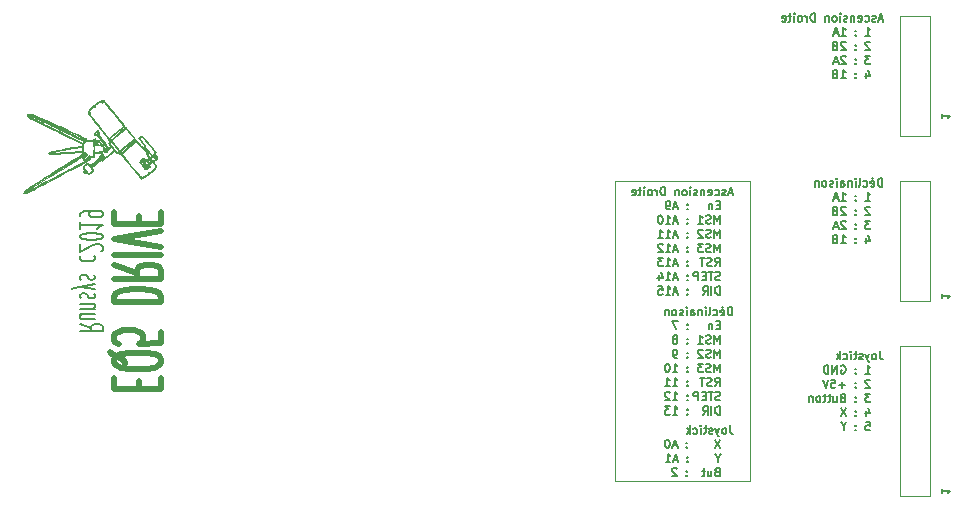
<source format=gbr>
G04 #@! TF.GenerationSoftware,KiCad,Pcbnew,5.1.5-52549c5~84~ubuntu16.04.1*
G04 #@! TF.CreationDate,2020-01-01T01:32:41+01:00*
G04 #@! TF.ProjectId,schema-3.0,73636865-6d61-42d3-932e-302e6b696361,rev?*
G04 #@! TF.SameCoordinates,Original*
G04 #@! TF.FileFunction,Legend,Bot*
G04 #@! TF.FilePolarity,Positive*
%FSLAX46Y46*%
G04 Gerber Fmt 4.6, Leading zero omitted, Abs format (unit mm)*
G04 Created by KiCad (PCBNEW 5.1.5-52549c5~84~ubuntu16.04.1) date 2020-01-01 01:32:41*
%MOMM*%
%LPD*%
G04 APERTURE LIST*
%ADD10C,0.120000*%
%ADD11C,0.150000*%
%ADD12C,0.500000*%
%ADD13C,0.050000*%
G04 APERTURE END LIST*
D10*
X154940000Y-83820000D02*
X154940000Y-109220000D01*
X143510000Y-83820000D02*
X154940000Y-83820000D01*
X143510000Y-109220000D02*
X143510000Y-83820000D01*
X154940000Y-109220000D02*
X143510000Y-109220000D01*
D11*
X149595833Y-96310000D02*
X149562500Y-96343333D01*
X149595833Y-96376666D01*
X149629166Y-96343333D01*
X149595833Y-96310000D01*
X149595833Y-96376666D01*
X149595833Y-95943333D02*
X149562500Y-95976666D01*
X149595833Y-96010000D01*
X149629166Y-95976666D01*
X149595833Y-95943333D01*
X149595833Y-96010000D01*
X148795833Y-95676666D02*
X148329166Y-95676666D01*
X148629166Y-96376666D01*
X149595833Y-97510000D02*
X149562500Y-97543333D01*
X149595833Y-97576666D01*
X149629166Y-97543333D01*
X149595833Y-97510000D01*
X149595833Y-97576666D01*
X149595833Y-97143333D02*
X149562500Y-97176666D01*
X149595833Y-97210000D01*
X149629166Y-97176666D01*
X149595833Y-97143333D01*
X149595833Y-97210000D01*
X148629166Y-97176666D02*
X148695833Y-97143333D01*
X148729166Y-97110000D01*
X148762500Y-97043333D01*
X148762500Y-97010000D01*
X148729166Y-96943333D01*
X148695833Y-96910000D01*
X148629166Y-96876666D01*
X148495833Y-96876666D01*
X148429166Y-96910000D01*
X148395833Y-96943333D01*
X148362500Y-97010000D01*
X148362500Y-97043333D01*
X148395833Y-97110000D01*
X148429166Y-97143333D01*
X148495833Y-97176666D01*
X148629166Y-97176666D01*
X148695833Y-97210000D01*
X148729166Y-97243333D01*
X148762500Y-97310000D01*
X148762500Y-97443333D01*
X148729166Y-97510000D01*
X148695833Y-97543333D01*
X148629166Y-97576666D01*
X148495833Y-97576666D01*
X148429166Y-97543333D01*
X148395833Y-97510000D01*
X148362500Y-97443333D01*
X148362500Y-97310000D01*
X148395833Y-97243333D01*
X148429166Y-97210000D01*
X148495833Y-97176666D01*
X149595833Y-98710000D02*
X149562500Y-98743333D01*
X149595833Y-98776666D01*
X149629166Y-98743333D01*
X149595833Y-98710000D01*
X149595833Y-98776666D01*
X149595833Y-98343333D02*
X149562500Y-98376666D01*
X149595833Y-98410000D01*
X149629166Y-98376666D01*
X149595833Y-98343333D01*
X149595833Y-98410000D01*
X148695833Y-98776666D02*
X148562500Y-98776666D01*
X148495833Y-98743333D01*
X148462500Y-98710000D01*
X148395833Y-98610000D01*
X148362500Y-98476666D01*
X148362500Y-98210000D01*
X148395833Y-98143333D01*
X148429166Y-98110000D01*
X148495833Y-98076666D01*
X148629166Y-98076666D01*
X148695833Y-98110000D01*
X148729166Y-98143333D01*
X148762500Y-98210000D01*
X148762500Y-98376666D01*
X148729166Y-98443333D01*
X148695833Y-98476666D01*
X148629166Y-98510000D01*
X148495833Y-98510000D01*
X148429166Y-98476666D01*
X148395833Y-98443333D01*
X148362500Y-98376666D01*
X149595833Y-99910000D02*
X149562500Y-99943333D01*
X149595833Y-99976666D01*
X149629166Y-99943333D01*
X149595833Y-99910000D01*
X149595833Y-99976666D01*
X149595833Y-99543333D02*
X149562500Y-99576666D01*
X149595833Y-99610000D01*
X149629166Y-99576666D01*
X149595833Y-99543333D01*
X149595833Y-99610000D01*
X148362500Y-99976666D02*
X148762500Y-99976666D01*
X148562500Y-99976666D02*
X148562500Y-99276666D01*
X148629166Y-99376666D01*
X148695833Y-99443333D01*
X148762500Y-99476666D01*
X147929166Y-99276666D02*
X147862500Y-99276666D01*
X147795833Y-99310000D01*
X147762500Y-99343333D01*
X147729166Y-99410000D01*
X147695833Y-99543333D01*
X147695833Y-99710000D01*
X147729166Y-99843333D01*
X147762500Y-99910000D01*
X147795833Y-99943333D01*
X147862500Y-99976666D01*
X147929166Y-99976666D01*
X147995833Y-99943333D01*
X148029166Y-99910000D01*
X148062500Y-99843333D01*
X148095833Y-99710000D01*
X148095833Y-99543333D01*
X148062500Y-99410000D01*
X148029166Y-99343333D01*
X147995833Y-99310000D01*
X147929166Y-99276666D01*
X149595833Y-101110000D02*
X149562500Y-101143333D01*
X149595833Y-101176666D01*
X149629166Y-101143333D01*
X149595833Y-101110000D01*
X149595833Y-101176666D01*
X149595833Y-100743333D02*
X149562500Y-100776666D01*
X149595833Y-100810000D01*
X149629166Y-100776666D01*
X149595833Y-100743333D01*
X149595833Y-100810000D01*
X148362500Y-101176666D02*
X148762500Y-101176666D01*
X148562500Y-101176666D02*
X148562500Y-100476666D01*
X148629166Y-100576666D01*
X148695833Y-100643333D01*
X148762500Y-100676666D01*
X147695833Y-101176666D02*
X148095833Y-101176666D01*
X147895833Y-101176666D02*
X147895833Y-100476666D01*
X147962500Y-100576666D01*
X148029166Y-100643333D01*
X148095833Y-100676666D01*
X149595833Y-102310000D02*
X149562500Y-102343333D01*
X149595833Y-102376666D01*
X149629166Y-102343333D01*
X149595833Y-102310000D01*
X149595833Y-102376666D01*
X149595833Y-101943333D02*
X149562500Y-101976666D01*
X149595833Y-102010000D01*
X149629166Y-101976666D01*
X149595833Y-101943333D01*
X149595833Y-102010000D01*
X148362500Y-102376666D02*
X148762500Y-102376666D01*
X148562500Y-102376666D02*
X148562500Y-101676666D01*
X148629166Y-101776666D01*
X148695833Y-101843333D01*
X148762500Y-101876666D01*
X148095833Y-101743333D02*
X148062500Y-101710000D01*
X147995833Y-101676666D01*
X147829166Y-101676666D01*
X147762500Y-101710000D01*
X147729166Y-101743333D01*
X147695833Y-101810000D01*
X147695833Y-101876666D01*
X147729166Y-101976666D01*
X148129166Y-102376666D01*
X147695833Y-102376666D01*
X149595833Y-103510000D02*
X149562500Y-103543333D01*
X149595833Y-103576666D01*
X149629166Y-103543333D01*
X149595833Y-103510000D01*
X149595833Y-103576666D01*
X149595833Y-103143333D02*
X149562500Y-103176666D01*
X149595833Y-103210000D01*
X149629166Y-103176666D01*
X149595833Y-103143333D01*
X149595833Y-103210000D01*
X148362500Y-103576666D02*
X148762500Y-103576666D01*
X148562500Y-103576666D02*
X148562500Y-102876666D01*
X148629166Y-102976666D01*
X148695833Y-103043333D01*
X148762500Y-103076666D01*
X148129166Y-102876666D02*
X147695833Y-102876666D01*
X147929166Y-103143333D01*
X147829166Y-103143333D01*
X147762500Y-103176666D01*
X147729166Y-103210000D01*
X147695833Y-103276666D01*
X147695833Y-103443333D01*
X147729166Y-103510000D01*
X147762500Y-103543333D01*
X147829166Y-103576666D01*
X148029166Y-103576666D01*
X148095833Y-103543333D01*
X148129166Y-103510000D01*
X149595833Y-86150000D02*
X149562500Y-86183333D01*
X149595833Y-86216666D01*
X149629166Y-86183333D01*
X149595833Y-86150000D01*
X149595833Y-86216666D01*
X149595833Y-85783333D02*
X149562500Y-85816666D01*
X149595833Y-85850000D01*
X149629166Y-85816666D01*
X149595833Y-85783333D01*
X149595833Y-85850000D01*
X148762500Y-86016666D02*
X148429166Y-86016666D01*
X148829166Y-86216666D02*
X148595833Y-85516666D01*
X148362500Y-86216666D01*
X148095833Y-86216666D02*
X147962500Y-86216666D01*
X147895833Y-86183333D01*
X147862500Y-86150000D01*
X147795833Y-86050000D01*
X147762500Y-85916666D01*
X147762500Y-85650000D01*
X147795833Y-85583333D01*
X147829166Y-85550000D01*
X147895833Y-85516666D01*
X148029166Y-85516666D01*
X148095833Y-85550000D01*
X148129166Y-85583333D01*
X148162500Y-85650000D01*
X148162500Y-85816666D01*
X148129166Y-85883333D01*
X148095833Y-85916666D01*
X148029166Y-85950000D01*
X147895833Y-85950000D01*
X147829166Y-85916666D01*
X147795833Y-85883333D01*
X147762500Y-85816666D01*
X149595833Y-87350000D02*
X149562500Y-87383333D01*
X149595833Y-87416666D01*
X149629166Y-87383333D01*
X149595833Y-87350000D01*
X149595833Y-87416666D01*
X149595833Y-86983333D02*
X149562500Y-87016666D01*
X149595833Y-87050000D01*
X149629166Y-87016666D01*
X149595833Y-86983333D01*
X149595833Y-87050000D01*
X148762500Y-87216666D02*
X148429166Y-87216666D01*
X148829166Y-87416666D02*
X148595833Y-86716666D01*
X148362500Y-87416666D01*
X147762500Y-87416666D02*
X148162500Y-87416666D01*
X147962500Y-87416666D02*
X147962500Y-86716666D01*
X148029166Y-86816666D01*
X148095833Y-86883333D01*
X148162500Y-86916666D01*
X147329166Y-86716666D02*
X147262500Y-86716666D01*
X147195833Y-86750000D01*
X147162500Y-86783333D01*
X147129166Y-86850000D01*
X147095833Y-86983333D01*
X147095833Y-87150000D01*
X147129166Y-87283333D01*
X147162500Y-87350000D01*
X147195833Y-87383333D01*
X147262500Y-87416666D01*
X147329166Y-87416666D01*
X147395833Y-87383333D01*
X147429166Y-87350000D01*
X147462500Y-87283333D01*
X147495833Y-87150000D01*
X147495833Y-86983333D01*
X147462500Y-86850000D01*
X147429166Y-86783333D01*
X147395833Y-86750000D01*
X147329166Y-86716666D01*
X149595833Y-88550000D02*
X149562500Y-88583333D01*
X149595833Y-88616666D01*
X149629166Y-88583333D01*
X149595833Y-88550000D01*
X149595833Y-88616666D01*
X149595833Y-88183333D02*
X149562500Y-88216666D01*
X149595833Y-88250000D01*
X149629166Y-88216666D01*
X149595833Y-88183333D01*
X149595833Y-88250000D01*
X148762500Y-88416666D02*
X148429166Y-88416666D01*
X148829166Y-88616666D02*
X148595833Y-87916666D01*
X148362500Y-88616666D01*
X147762500Y-88616666D02*
X148162500Y-88616666D01*
X147962500Y-88616666D02*
X147962500Y-87916666D01*
X148029166Y-88016666D01*
X148095833Y-88083333D01*
X148162500Y-88116666D01*
X147095833Y-88616666D02*
X147495833Y-88616666D01*
X147295833Y-88616666D02*
X147295833Y-87916666D01*
X147362500Y-88016666D01*
X147429166Y-88083333D01*
X147495833Y-88116666D01*
X149595833Y-89750000D02*
X149562500Y-89783333D01*
X149595833Y-89816666D01*
X149629166Y-89783333D01*
X149595833Y-89750000D01*
X149595833Y-89816666D01*
X149595833Y-89383333D02*
X149562500Y-89416666D01*
X149595833Y-89450000D01*
X149629166Y-89416666D01*
X149595833Y-89383333D01*
X149595833Y-89450000D01*
X148762500Y-89616666D02*
X148429166Y-89616666D01*
X148829166Y-89816666D02*
X148595833Y-89116666D01*
X148362500Y-89816666D01*
X147762500Y-89816666D02*
X148162500Y-89816666D01*
X147962500Y-89816666D02*
X147962500Y-89116666D01*
X148029166Y-89216666D01*
X148095833Y-89283333D01*
X148162500Y-89316666D01*
X147495833Y-89183333D02*
X147462500Y-89150000D01*
X147395833Y-89116666D01*
X147229166Y-89116666D01*
X147162500Y-89150000D01*
X147129166Y-89183333D01*
X147095833Y-89250000D01*
X147095833Y-89316666D01*
X147129166Y-89416666D01*
X147529166Y-89816666D01*
X147095833Y-89816666D01*
X149595833Y-90950000D02*
X149562500Y-90983333D01*
X149595833Y-91016666D01*
X149629166Y-90983333D01*
X149595833Y-90950000D01*
X149595833Y-91016666D01*
X149595833Y-90583333D02*
X149562500Y-90616666D01*
X149595833Y-90650000D01*
X149629166Y-90616666D01*
X149595833Y-90583333D01*
X149595833Y-90650000D01*
X148762500Y-90816666D02*
X148429166Y-90816666D01*
X148829166Y-91016666D02*
X148595833Y-90316666D01*
X148362500Y-91016666D01*
X147762500Y-91016666D02*
X148162500Y-91016666D01*
X147962500Y-91016666D02*
X147962500Y-90316666D01*
X148029166Y-90416666D01*
X148095833Y-90483333D01*
X148162500Y-90516666D01*
X147529166Y-90316666D02*
X147095833Y-90316666D01*
X147329166Y-90583333D01*
X147229166Y-90583333D01*
X147162500Y-90616666D01*
X147129166Y-90650000D01*
X147095833Y-90716666D01*
X147095833Y-90883333D01*
X147129166Y-90950000D01*
X147162500Y-90983333D01*
X147229166Y-91016666D01*
X147429166Y-91016666D01*
X147495833Y-90983333D01*
X147529166Y-90950000D01*
X149595833Y-92150000D02*
X149562500Y-92183333D01*
X149595833Y-92216666D01*
X149629166Y-92183333D01*
X149595833Y-92150000D01*
X149595833Y-92216666D01*
X149595833Y-91783333D02*
X149562500Y-91816666D01*
X149595833Y-91850000D01*
X149629166Y-91816666D01*
X149595833Y-91783333D01*
X149595833Y-91850000D01*
X148762500Y-92016666D02*
X148429166Y-92016666D01*
X148829166Y-92216666D02*
X148595833Y-91516666D01*
X148362500Y-92216666D01*
X147762500Y-92216666D02*
X148162500Y-92216666D01*
X147962500Y-92216666D02*
X147962500Y-91516666D01*
X148029166Y-91616666D01*
X148095833Y-91683333D01*
X148162500Y-91716666D01*
X147162500Y-91750000D02*
X147162500Y-92216666D01*
X147329166Y-91483333D02*
X147495833Y-91983333D01*
X147062500Y-91983333D01*
X149595833Y-93350000D02*
X149562500Y-93383333D01*
X149595833Y-93416666D01*
X149629166Y-93383333D01*
X149595833Y-93350000D01*
X149595833Y-93416666D01*
X149595833Y-92983333D02*
X149562500Y-93016666D01*
X149595833Y-93050000D01*
X149629166Y-93016666D01*
X149595833Y-92983333D01*
X149595833Y-93050000D01*
X148762500Y-93216666D02*
X148429166Y-93216666D01*
X148829166Y-93416666D02*
X148595833Y-92716666D01*
X148362500Y-93416666D01*
X147762500Y-93416666D02*
X148162500Y-93416666D01*
X147962500Y-93416666D02*
X147962500Y-92716666D01*
X148029166Y-92816666D01*
X148095833Y-92883333D01*
X148162500Y-92916666D01*
X147129166Y-92716666D02*
X147462500Y-92716666D01*
X147495833Y-93050000D01*
X147462500Y-93016666D01*
X147395833Y-92983333D01*
X147229166Y-92983333D01*
X147162500Y-93016666D01*
X147129166Y-93050000D01*
X147095833Y-93116666D01*
X147095833Y-93283333D01*
X147129166Y-93350000D01*
X147162500Y-93383333D01*
X147229166Y-93416666D01*
X147395833Y-93416666D01*
X147462500Y-93383333D01*
X147495833Y-93350000D01*
X171133333Y-109859166D02*
X171133333Y-110259166D01*
X171133333Y-110059166D02*
X171833333Y-110059166D01*
X171733333Y-110125833D01*
X171666666Y-110192500D01*
X171633333Y-110259166D01*
X171133333Y-78109166D02*
X171133333Y-78509166D01*
X171133333Y-78309166D02*
X171833333Y-78309166D01*
X171733333Y-78375833D01*
X171666666Y-78442500D01*
X171633333Y-78509166D01*
X171133333Y-93349166D02*
X171133333Y-93749166D01*
X171133333Y-93549166D02*
X171833333Y-93549166D01*
X171733333Y-93615833D01*
X171666666Y-93682500D01*
X171633333Y-93749166D01*
X165905833Y-98216666D02*
X165905833Y-98716666D01*
X165939166Y-98816666D01*
X166005833Y-98883333D01*
X166105833Y-98916666D01*
X166172500Y-98916666D01*
X165472500Y-98916666D02*
X165539166Y-98883333D01*
X165572500Y-98850000D01*
X165605833Y-98783333D01*
X165605833Y-98583333D01*
X165572500Y-98516666D01*
X165539166Y-98483333D01*
X165472500Y-98450000D01*
X165372500Y-98450000D01*
X165305833Y-98483333D01*
X165272500Y-98516666D01*
X165239166Y-98583333D01*
X165239166Y-98783333D01*
X165272500Y-98850000D01*
X165305833Y-98883333D01*
X165372500Y-98916666D01*
X165472500Y-98916666D01*
X165005833Y-98450000D02*
X164839166Y-98916666D01*
X164672500Y-98450000D02*
X164839166Y-98916666D01*
X164905833Y-99083333D01*
X164939166Y-99116666D01*
X165005833Y-99150000D01*
X164439166Y-98883333D02*
X164372500Y-98916666D01*
X164239166Y-98916666D01*
X164172500Y-98883333D01*
X164139166Y-98816666D01*
X164139166Y-98783333D01*
X164172500Y-98716666D01*
X164239166Y-98683333D01*
X164339166Y-98683333D01*
X164405833Y-98650000D01*
X164439166Y-98583333D01*
X164439166Y-98550000D01*
X164405833Y-98483333D01*
X164339166Y-98450000D01*
X164239166Y-98450000D01*
X164172500Y-98483333D01*
X163939166Y-98450000D02*
X163672500Y-98450000D01*
X163839166Y-98216666D02*
X163839166Y-98816666D01*
X163805833Y-98883333D01*
X163739166Y-98916666D01*
X163672500Y-98916666D01*
X163439166Y-98916666D02*
X163439166Y-98450000D01*
X163439166Y-98216666D02*
X163472500Y-98250000D01*
X163439166Y-98283333D01*
X163405833Y-98250000D01*
X163439166Y-98216666D01*
X163439166Y-98283333D01*
X162805833Y-98883333D02*
X162872500Y-98916666D01*
X163005833Y-98916666D01*
X163072500Y-98883333D01*
X163105833Y-98850000D01*
X163139166Y-98783333D01*
X163139166Y-98583333D01*
X163105833Y-98516666D01*
X163072500Y-98483333D01*
X163005833Y-98450000D01*
X162872500Y-98450000D01*
X162805833Y-98483333D01*
X162505833Y-98916666D02*
X162505833Y-98216666D01*
X162439166Y-98650000D02*
X162239166Y-98916666D01*
X162239166Y-98450000D02*
X162505833Y-98716666D01*
X164672500Y-100116666D02*
X165072500Y-100116666D01*
X164872500Y-100116666D02*
X164872500Y-99416666D01*
X164939166Y-99516666D01*
X165005833Y-99583333D01*
X165072500Y-99616666D01*
X163839166Y-100050000D02*
X163805833Y-100083333D01*
X163839166Y-100116666D01*
X163872500Y-100083333D01*
X163839166Y-100050000D01*
X163839166Y-100116666D01*
X163839166Y-99683333D02*
X163805833Y-99716666D01*
X163839166Y-99750000D01*
X163872500Y-99716666D01*
X163839166Y-99683333D01*
X163839166Y-99750000D01*
X162605833Y-99450000D02*
X162672500Y-99416666D01*
X162772500Y-99416666D01*
X162872500Y-99450000D01*
X162939166Y-99516666D01*
X162972500Y-99583333D01*
X163005833Y-99716666D01*
X163005833Y-99816666D01*
X162972500Y-99950000D01*
X162939166Y-100016666D01*
X162872500Y-100083333D01*
X162772500Y-100116666D01*
X162705833Y-100116666D01*
X162605833Y-100083333D01*
X162572500Y-100050000D01*
X162572500Y-99816666D01*
X162705833Y-99816666D01*
X162272500Y-100116666D02*
X162272500Y-99416666D01*
X161872500Y-100116666D01*
X161872500Y-99416666D01*
X161539166Y-100116666D02*
X161539166Y-99416666D01*
X161372500Y-99416666D01*
X161272500Y-99450000D01*
X161205833Y-99516666D01*
X161172500Y-99583333D01*
X161139166Y-99716666D01*
X161139166Y-99816666D01*
X161172500Y-99950000D01*
X161205833Y-100016666D01*
X161272500Y-100083333D01*
X161372500Y-100116666D01*
X161539166Y-100116666D01*
X165072500Y-100683333D02*
X165039166Y-100650000D01*
X164972500Y-100616666D01*
X164805833Y-100616666D01*
X164739166Y-100650000D01*
X164705833Y-100683333D01*
X164672500Y-100750000D01*
X164672500Y-100816666D01*
X164705833Y-100916666D01*
X165105833Y-101316666D01*
X164672500Y-101316666D01*
X163839166Y-101250000D02*
X163805833Y-101283333D01*
X163839166Y-101316666D01*
X163872500Y-101283333D01*
X163839166Y-101250000D01*
X163839166Y-101316666D01*
X163839166Y-100883333D02*
X163805833Y-100916666D01*
X163839166Y-100950000D01*
X163872500Y-100916666D01*
X163839166Y-100883333D01*
X163839166Y-100950000D01*
X162972500Y-101050000D02*
X162439166Y-101050000D01*
X162705833Y-101316666D02*
X162705833Y-100783333D01*
X161772500Y-100616666D02*
X162105833Y-100616666D01*
X162139166Y-100950000D01*
X162105833Y-100916666D01*
X162039166Y-100883333D01*
X161872500Y-100883333D01*
X161805833Y-100916666D01*
X161772500Y-100950000D01*
X161739166Y-101016666D01*
X161739166Y-101183333D01*
X161772500Y-101250000D01*
X161805833Y-101283333D01*
X161872500Y-101316666D01*
X162039166Y-101316666D01*
X162105833Y-101283333D01*
X162139166Y-101250000D01*
X161539166Y-100616666D02*
X161305833Y-101316666D01*
X161072500Y-100616666D01*
X165105833Y-101816666D02*
X164672500Y-101816666D01*
X164905833Y-102083333D01*
X164805833Y-102083333D01*
X164739166Y-102116666D01*
X164705833Y-102150000D01*
X164672500Y-102216666D01*
X164672500Y-102383333D01*
X164705833Y-102450000D01*
X164739166Y-102483333D01*
X164805833Y-102516666D01*
X165005833Y-102516666D01*
X165072500Y-102483333D01*
X165105833Y-102450000D01*
X163839166Y-102450000D02*
X163805833Y-102483333D01*
X163839166Y-102516666D01*
X163872500Y-102483333D01*
X163839166Y-102450000D01*
X163839166Y-102516666D01*
X163839166Y-102083333D02*
X163805833Y-102116666D01*
X163839166Y-102150000D01*
X163872500Y-102116666D01*
X163839166Y-102083333D01*
X163839166Y-102150000D01*
X162739166Y-102150000D02*
X162639166Y-102183333D01*
X162605833Y-102216666D01*
X162572500Y-102283333D01*
X162572500Y-102383333D01*
X162605833Y-102450000D01*
X162639166Y-102483333D01*
X162705833Y-102516666D01*
X162972500Y-102516666D01*
X162972500Y-101816666D01*
X162739166Y-101816666D01*
X162672500Y-101850000D01*
X162639166Y-101883333D01*
X162605833Y-101950000D01*
X162605833Y-102016666D01*
X162639166Y-102083333D01*
X162672500Y-102116666D01*
X162739166Y-102150000D01*
X162972500Y-102150000D01*
X161972500Y-102050000D02*
X161972500Y-102516666D01*
X162272500Y-102050000D02*
X162272500Y-102416666D01*
X162239166Y-102483333D01*
X162172500Y-102516666D01*
X162072500Y-102516666D01*
X162005833Y-102483333D01*
X161972500Y-102450000D01*
X161739166Y-102050000D02*
X161472500Y-102050000D01*
X161639166Y-101816666D02*
X161639166Y-102416666D01*
X161605833Y-102483333D01*
X161539166Y-102516666D01*
X161472500Y-102516666D01*
X161339166Y-102050000D02*
X161072500Y-102050000D01*
X161239166Y-101816666D02*
X161239166Y-102416666D01*
X161205833Y-102483333D01*
X161139166Y-102516666D01*
X161072500Y-102516666D01*
X160739166Y-102516666D02*
X160805833Y-102483333D01*
X160839166Y-102450000D01*
X160872500Y-102383333D01*
X160872500Y-102183333D01*
X160839166Y-102116666D01*
X160805833Y-102083333D01*
X160739166Y-102050000D01*
X160639166Y-102050000D01*
X160572500Y-102083333D01*
X160539166Y-102116666D01*
X160505833Y-102183333D01*
X160505833Y-102383333D01*
X160539166Y-102450000D01*
X160572500Y-102483333D01*
X160639166Y-102516666D01*
X160739166Y-102516666D01*
X160205833Y-102050000D02*
X160205833Y-102516666D01*
X160205833Y-102116666D02*
X160172500Y-102083333D01*
X160105833Y-102050000D01*
X160005833Y-102050000D01*
X159939166Y-102083333D01*
X159905833Y-102150000D01*
X159905833Y-102516666D01*
X164739166Y-103250000D02*
X164739166Y-103716666D01*
X164905833Y-102983333D02*
X165072500Y-103483333D01*
X164639166Y-103483333D01*
X163839166Y-103650000D02*
X163805833Y-103683333D01*
X163839166Y-103716666D01*
X163872500Y-103683333D01*
X163839166Y-103650000D01*
X163839166Y-103716666D01*
X163839166Y-103283333D02*
X163805833Y-103316666D01*
X163839166Y-103350000D01*
X163872500Y-103316666D01*
X163839166Y-103283333D01*
X163839166Y-103350000D01*
X163039166Y-103016666D02*
X162572500Y-103716666D01*
X162572500Y-103016666D02*
X163039166Y-103716666D01*
X164705833Y-104216666D02*
X165039166Y-104216666D01*
X165072500Y-104550000D01*
X165039166Y-104516666D01*
X164972500Y-104483333D01*
X164805833Y-104483333D01*
X164739166Y-104516666D01*
X164705833Y-104550000D01*
X164672500Y-104616666D01*
X164672500Y-104783333D01*
X164705833Y-104850000D01*
X164739166Y-104883333D01*
X164805833Y-104916666D01*
X164972500Y-104916666D01*
X165039166Y-104883333D01*
X165072500Y-104850000D01*
X163839166Y-104850000D02*
X163805833Y-104883333D01*
X163839166Y-104916666D01*
X163872500Y-104883333D01*
X163839166Y-104850000D01*
X163839166Y-104916666D01*
X163839166Y-104483333D02*
X163805833Y-104516666D01*
X163839166Y-104550000D01*
X163872500Y-104516666D01*
X163839166Y-104483333D01*
X163839166Y-104550000D01*
X162839166Y-104583333D02*
X162839166Y-104916666D01*
X163072500Y-104216666D02*
X162839166Y-104583333D01*
X162605833Y-104216666D01*
X153405833Y-95176666D02*
X153405833Y-94476666D01*
X153239166Y-94476666D01*
X153139166Y-94510000D01*
X153072500Y-94576666D01*
X153039166Y-94643333D01*
X153005833Y-94776666D01*
X153005833Y-94876666D01*
X153039166Y-95010000D01*
X153072500Y-95076666D01*
X153139166Y-95143333D01*
X153239166Y-95176666D01*
X153405833Y-95176666D01*
X152439166Y-95143333D02*
X152505833Y-95176666D01*
X152639166Y-95176666D01*
X152705833Y-95143333D01*
X152739166Y-95076666D01*
X152739166Y-94810000D01*
X152705833Y-94743333D01*
X152639166Y-94710000D01*
X152505833Y-94710000D01*
X152439166Y-94743333D01*
X152405833Y-94810000D01*
X152405833Y-94876666D01*
X152739166Y-94943333D01*
X152505833Y-94443333D02*
X152605833Y-94543333D01*
X151805833Y-95143333D02*
X151872500Y-95176666D01*
X152005833Y-95176666D01*
X152072500Y-95143333D01*
X152105833Y-95110000D01*
X152139166Y-95043333D01*
X152139166Y-94843333D01*
X152105833Y-94776666D01*
X152072500Y-94743333D01*
X152005833Y-94710000D01*
X151872500Y-94710000D01*
X151805833Y-94743333D01*
X151405833Y-95176666D02*
X151472500Y-95143333D01*
X151505833Y-95076666D01*
X151505833Y-94476666D01*
X151139166Y-95176666D02*
X151139166Y-94710000D01*
X151139166Y-94476666D02*
X151172500Y-94510000D01*
X151139166Y-94543333D01*
X151105833Y-94510000D01*
X151139166Y-94476666D01*
X151139166Y-94543333D01*
X150805833Y-94710000D02*
X150805833Y-95176666D01*
X150805833Y-94776666D02*
X150772500Y-94743333D01*
X150705833Y-94710000D01*
X150605833Y-94710000D01*
X150539166Y-94743333D01*
X150505833Y-94810000D01*
X150505833Y-95176666D01*
X149872500Y-95176666D02*
X149872500Y-94810000D01*
X149905833Y-94743333D01*
X149972500Y-94710000D01*
X150105833Y-94710000D01*
X150172500Y-94743333D01*
X149872500Y-95143333D02*
X149939166Y-95176666D01*
X150105833Y-95176666D01*
X150172500Y-95143333D01*
X150205833Y-95076666D01*
X150205833Y-95010000D01*
X150172500Y-94943333D01*
X150105833Y-94910000D01*
X149939166Y-94910000D01*
X149872500Y-94876666D01*
X149539166Y-95176666D02*
X149539166Y-94710000D01*
X149539166Y-94476666D02*
X149572500Y-94510000D01*
X149539166Y-94543333D01*
X149505833Y-94510000D01*
X149539166Y-94476666D01*
X149539166Y-94543333D01*
X149239166Y-95143333D02*
X149172500Y-95176666D01*
X149039166Y-95176666D01*
X148972500Y-95143333D01*
X148939166Y-95076666D01*
X148939166Y-95043333D01*
X148972500Y-94976666D01*
X149039166Y-94943333D01*
X149139166Y-94943333D01*
X149205833Y-94910000D01*
X149239166Y-94843333D01*
X149239166Y-94810000D01*
X149205833Y-94743333D01*
X149139166Y-94710000D01*
X149039166Y-94710000D01*
X148972500Y-94743333D01*
X148539166Y-95176666D02*
X148605833Y-95143333D01*
X148639166Y-95110000D01*
X148672500Y-95043333D01*
X148672500Y-94843333D01*
X148639166Y-94776666D01*
X148605833Y-94743333D01*
X148539166Y-94710000D01*
X148439166Y-94710000D01*
X148372500Y-94743333D01*
X148339166Y-94776666D01*
X148305833Y-94843333D01*
X148305833Y-95043333D01*
X148339166Y-95110000D01*
X148372500Y-95143333D01*
X148439166Y-95176666D01*
X148539166Y-95176666D01*
X148005833Y-94710000D02*
X148005833Y-95176666D01*
X148005833Y-94776666D02*
X147972500Y-94743333D01*
X147905833Y-94710000D01*
X147805833Y-94710000D01*
X147739166Y-94743333D01*
X147705833Y-94810000D01*
X147705833Y-95176666D01*
X152339166Y-96010000D02*
X152105833Y-96010000D01*
X152005833Y-96376666D02*
X152339166Y-96376666D01*
X152339166Y-95676666D01*
X152005833Y-95676666D01*
X151705833Y-95910000D02*
X151705833Y-96376666D01*
X151705833Y-95976666D02*
X151672500Y-95943333D01*
X151605833Y-95910000D01*
X151505833Y-95910000D01*
X151439166Y-95943333D01*
X151405833Y-96010000D01*
X151405833Y-96376666D01*
X152339166Y-97576666D02*
X152339166Y-96876666D01*
X152105833Y-97376666D01*
X151872500Y-96876666D01*
X151872500Y-97576666D01*
X151572500Y-97543333D02*
X151472500Y-97576666D01*
X151305833Y-97576666D01*
X151239166Y-97543333D01*
X151205833Y-97510000D01*
X151172500Y-97443333D01*
X151172500Y-97376666D01*
X151205833Y-97310000D01*
X151239166Y-97276666D01*
X151305833Y-97243333D01*
X151439166Y-97210000D01*
X151505833Y-97176666D01*
X151539166Y-97143333D01*
X151572500Y-97076666D01*
X151572500Y-97010000D01*
X151539166Y-96943333D01*
X151505833Y-96910000D01*
X151439166Y-96876666D01*
X151272500Y-96876666D01*
X151172500Y-96910000D01*
X150505833Y-97576666D02*
X150905833Y-97576666D01*
X150705833Y-97576666D02*
X150705833Y-96876666D01*
X150772500Y-96976666D01*
X150839166Y-97043333D01*
X150905833Y-97076666D01*
X152339166Y-98776666D02*
X152339166Y-98076666D01*
X152105833Y-98576666D01*
X151872500Y-98076666D01*
X151872500Y-98776666D01*
X151572500Y-98743333D02*
X151472500Y-98776666D01*
X151305833Y-98776666D01*
X151239166Y-98743333D01*
X151205833Y-98710000D01*
X151172500Y-98643333D01*
X151172500Y-98576666D01*
X151205833Y-98510000D01*
X151239166Y-98476666D01*
X151305833Y-98443333D01*
X151439166Y-98410000D01*
X151505833Y-98376666D01*
X151539166Y-98343333D01*
X151572500Y-98276666D01*
X151572500Y-98210000D01*
X151539166Y-98143333D01*
X151505833Y-98110000D01*
X151439166Y-98076666D01*
X151272500Y-98076666D01*
X151172500Y-98110000D01*
X150905833Y-98143333D02*
X150872500Y-98110000D01*
X150805833Y-98076666D01*
X150639166Y-98076666D01*
X150572500Y-98110000D01*
X150539166Y-98143333D01*
X150505833Y-98210000D01*
X150505833Y-98276666D01*
X150539166Y-98376666D01*
X150939166Y-98776666D01*
X150505833Y-98776666D01*
X152339166Y-99976666D02*
X152339166Y-99276666D01*
X152105833Y-99776666D01*
X151872500Y-99276666D01*
X151872500Y-99976666D01*
X151572500Y-99943333D02*
X151472500Y-99976666D01*
X151305833Y-99976666D01*
X151239166Y-99943333D01*
X151205833Y-99910000D01*
X151172500Y-99843333D01*
X151172500Y-99776666D01*
X151205833Y-99710000D01*
X151239166Y-99676666D01*
X151305833Y-99643333D01*
X151439166Y-99610000D01*
X151505833Y-99576666D01*
X151539166Y-99543333D01*
X151572500Y-99476666D01*
X151572500Y-99410000D01*
X151539166Y-99343333D01*
X151505833Y-99310000D01*
X151439166Y-99276666D01*
X151272500Y-99276666D01*
X151172500Y-99310000D01*
X150939166Y-99276666D02*
X150505833Y-99276666D01*
X150739166Y-99543333D01*
X150639166Y-99543333D01*
X150572500Y-99576666D01*
X150539166Y-99610000D01*
X150505833Y-99676666D01*
X150505833Y-99843333D01*
X150539166Y-99910000D01*
X150572500Y-99943333D01*
X150639166Y-99976666D01*
X150839166Y-99976666D01*
X150905833Y-99943333D01*
X150939166Y-99910000D01*
X151939166Y-101176666D02*
X152172500Y-100843333D01*
X152339166Y-101176666D02*
X152339166Y-100476666D01*
X152072500Y-100476666D01*
X152005833Y-100510000D01*
X151972500Y-100543333D01*
X151939166Y-100610000D01*
X151939166Y-100710000D01*
X151972500Y-100776666D01*
X152005833Y-100810000D01*
X152072500Y-100843333D01*
X152339166Y-100843333D01*
X151672500Y-101143333D02*
X151572500Y-101176666D01*
X151405833Y-101176666D01*
X151339166Y-101143333D01*
X151305833Y-101110000D01*
X151272500Y-101043333D01*
X151272500Y-100976666D01*
X151305833Y-100910000D01*
X151339166Y-100876666D01*
X151405833Y-100843333D01*
X151539166Y-100810000D01*
X151605833Y-100776666D01*
X151639166Y-100743333D01*
X151672500Y-100676666D01*
X151672500Y-100610000D01*
X151639166Y-100543333D01*
X151605833Y-100510000D01*
X151539166Y-100476666D01*
X151372500Y-100476666D01*
X151272500Y-100510000D01*
X151072500Y-100476666D02*
X150672500Y-100476666D01*
X150872500Y-101176666D02*
X150872500Y-100476666D01*
X152372500Y-102343333D02*
X152272500Y-102376666D01*
X152105833Y-102376666D01*
X152039166Y-102343333D01*
X152005833Y-102310000D01*
X151972500Y-102243333D01*
X151972500Y-102176666D01*
X152005833Y-102110000D01*
X152039166Y-102076666D01*
X152105833Y-102043333D01*
X152239166Y-102010000D01*
X152305833Y-101976666D01*
X152339166Y-101943333D01*
X152372500Y-101876666D01*
X152372500Y-101810000D01*
X152339166Y-101743333D01*
X152305833Y-101710000D01*
X152239166Y-101676666D01*
X152072500Y-101676666D01*
X151972500Y-101710000D01*
X151772500Y-101676666D02*
X151372500Y-101676666D01*
X151572500Y-102376666D02*
X151572500Y-101676666D01*
X151139166Y-102010000D02*
X150905833Y-102010000D01*
X150805833Y-102376666D02*
X151139166Y-102376666D01*
X151139166Y-101676666D01*
X150805833Y-101676666D01*
X150505833Y-102376666D02*
X150505833Y-101676666D01*
X150239166Y-101676666D01*
X150172500Y-101710000D01*
X150139166Y-101743333D01*
X150105833Y-101810000D01*
X150105833Y-101910000D01*
X150139166Y-101976666D01*
X150172500Y-102010000D01*
X150239166Y-102043333D01*
X150505833Y-102043333D01*
X152339166Y-103576666D02*
X152339166Y-102876666D01*
X152172500Y-102876666D01*
X152072500Y-102910000D01*
X152005833Y-102976666D01*
X151972500Y-103043333D01*
X151939166Y-103176666D01*
X151939166Y-103276666D01*
X151972500Y-103410000D01*
X152005833Y-103476666D01*
X152072500Y-103543333D01*
X152172500Y-103576666D01*
X152339166Y-103576666D01*
X151639166Y-103576666D02*
X151639166Y-102876666D01*
X150905833Y-103576666D02*
X151139166Y-103243333D01*
X151305833Y-103576666D02*
X151305833Y-102876666D01*
X151039166Y-102876666D01*
X150972500Y-102910000D01*
X150939166Y-102943333D01*
X150905833Y-103010000D01*
X150905833Y-103110000D01*
X150939166Y-103176666D01*
X150972500Y-103210000D01*
X151039166Y-103243333D01*
X151305833Y-103243333D01*
X153439166Y-84816666D02*
X153105833Y-84816666D01*
X153505833Y-85016666D02*
X153272500Y-84316666D01*
X153039166Y-85016666D01*
X152839166Y-84983333D02*
X152772500Y-85016666D01*
X152639166Y-85016666D01*
X152572500Y-84983333D01*
X152539166Y-84916666D01*
X152539166Y-84883333D01*
X152572500Y-84816666D01*
X152639166Y-84783333D01*
X152739166Y-84783333D01*
X152805833Y-84750000D01*
X152839166Y-84683333D01*
X152839166Y-84650000D01*
X152805833Y-84583333D01*
X152739166Y-84550000D01*
X152639166Y-84550000D01*
X152572500Y-84583333D01*
X151939166Y-84983333D02*
X152005833Y-85016666D01*
X152139166Y-85016666D01*
X152205833Y-84983333D01*
X152239166Y-84950000D01*
X152272500Y-84883333D01*
X152272500Y-84683333D01*
X152239166Y-84616666D01*
X152205833Y-84583333D01*
X152139166Y-84550000D01*
X152005833Y-84550000D01*
X151939166Y-84583333D01*
X151372500Y-84983333D02*
X151439166Y-85016666D01*
X151572500Y-85016666D01*
X151639166Y-84983333D01*
X151672500Y-84916666D01*
X151672500Y-84650000D01*
X151639166Y-84583333D01*
X151572500Y-84550000D01*
X151439166Y-84550000D01*
X151372500Y-84583333D01*
X151339166Y-84650000D01*
X151339166Y-84716666D01*
X151672500Y-84783333D01*
X151039166Y-84550000D02*
X151039166Y-85016666D01*
X151039166Y-84616666D02*
X151005833Y-84583333D01*
X150939166Y-84550000D01*
X150839166Y-84550000D01*
X150772500Y-84583333D01*
X150739166Y-84650000D01*
X150739166Y-85016666D01*
X150439166Y-84983333D02*
X150372500Y-85016666D01*
X150239166Y-85016666D01*
X150172500Y-84983333D01*
X150139166Y-84916666D01*
X150139166Y-84883333D01*
X150172500Y-84816666D01*
X150239166Y-84783333D01*
X150339166Y-84783333D01*
X150405833Y-84750000D01*
X150439166Y-84683333D01*
X150439166Y-84650000D01*
X150405833Y-84583333D01*
X150339166Y-84550000D01*
X150239166Y-84550000D01*
X150172500Y-84583333D01*
X149839166Y-85016666D02*
X149839166Y-84550000D01*
X149839166Y-84316666D02*
X149872500Y-84350000D01*
X149839166Y-84383333D01*
X149805833Y-84350000D01*
X149839166Y-84316666D01*
X149839166Y-84383333D01*
X149405833Y-85016666D02*
X149472500Y-84983333D01*
X149505833Y-84950000D01*
X149539166Y-84883333D01*
X149539166Y-84683333D01*
X149505833Y-84616666D01*
X149472500Y-84583333D01*
X149405833Y-84550000D01*
X149305833Y-84550000D01*
X149239166Y-84583333D01*
X149205833Y-84616666D01*
X149172500Y-84683333D01*
X149172500Y-84883333D01*
X149205833Y-84950000D01*
X149239166Y-84983333D01*
X149305833Y-85016666D01*
X149405833Y-85016666D01*
X148872500Y-84550000D02*
X148872500Y-85016666D01*
X148872500Y-84616666D02*
X148839166Y-84583333D01*
X148772500Y-84550000D01*
X148672500Y-84550000D01*
X148605833Y-84583333D01*
X148572500Y-84650000D01*
X148572500Y-85016666D01*
X147705833Y-85016666D02*
X147705833Y-84316666D01*
X147539166Y-84316666D01*
X147439166Y-84350000D01*
X147372500Y-84416666D01*
X147339166Y-84483333D01*
X147305833Y-84616666D01*
X147305833Y-84716666D01*
X147339166Y-84850000D01*
X147372500Y-84916666D01*
X147439166Y-84983333D01*
X147539166Y-85016666D01*
X147705833Y-85016666D01*
X147005833Y-85016666D02*
X147005833Y-84550000D01*
X147005833Y-84683333D02*
X146972500Y-84616666D01*
X146939166Y-84583333D01*
X146872500Y-84550000D01*
X146805833Y-84550000D01*
X146472500Y-85016666D02*
X146539166Y-84983333D01*
X146572500Y-84950000D01*
X146605833Y-84883333D01*
X146605833Y-84683333D01*
X146572500Y-84616666D01*
X146539166Y-84583333D01*
X146472500Y-84550000D01*
X146372500Y-84550000D01*
X146305833Y-84583333D01*
X146272500Y-84616666D01*
X146239166Y-84683333D01*
X146239166Y-84883333D01*
X146272500Y-84950000D01*
X146305833Y-84983333D01*
X146372500Y-85016666D01*
X146472500Y-85016666D01*
X145939166Y-85016666D02*
X145939166Y-84550000D01*
X145939166Y-84316666D02*
X145972500Y-84350000D01*
X145939166Y-84383333D01*
X145905833Y-84350000D01*
X145939166Y-84316666D01*
X145939166Y-84383333D01*
X145705833Y-84550000D02*
X145439166Y-84550000D01*
X145605833Y-84316666D02*
X145605833Y-84916666D01*
X145572500Y-84983333D01*
X145505833Y-85016666D01*
X145439166Y-85016666D01*
X144939166Y-84983333D02*
X145005833Y-85016666D01*
X145139166Y-85016666D01*
X145205833Y-84983333D01*
X145239166Y-84916666D01*
X145239166Y-84650000D01*
X145205833Y-84583333D01*
X145139166Y-84550000D01*
X145005833Y-84550000D01*
X144939166Y-84583333D01*
X144905833Y-84650000D01*
X144905833Y-84716666D01*
X145239166Y-84783333D01*
X152339166Y-85850000D02*
X152105833Y-85850000D01*
X152005833Y-86216666D02*
X152339166Y-86216666D01*
X152339166Y-85516666D01*
X152005833Y-85516666D01*
X151705833Y-85750000D02*
X151705833Y-86216666D01*
X151705833Y-85816666D02*
X151672500Y-85783333D01*
X151605833Y-85750000D01*
X151505833Y-85750000D01*
X151439166Y-85783333D01*
X151405833Y-85850000D01*
X151405833Y-86216666D01*
X152339166Y-87416666D02*
X152339166Y-86716666D01*
X152105833Y-87216666D01*
X151872500Y-86716666D01*
X151872500Y-87416666D01*
X151572500Y-87383333D02*
X151472500Y-87416666D01*
X151305833Y-87416666D01*
X151239166Y-87383333D01*
X151205833Y-87350000D01*
X151172500Y-87283333D01*
X151172500Y-87216666D01*
X151205833Y-87150000D01*
X151239166Y-87116666D01*
X151305833Y-87083333D01*
X151439166Y-87050000D01*
X151505833Y-87016666D01*
X151539166Y-86983333D01*
X151572500Y-86916666D01*
X151572500Y-86850000D01*
X151539166Y-86783333D01*
X151505833Y-86750000D01*
X151439166Y-86716666D01*
X151272500Y-86716666D01*
X151172500Y-86750000D01*
X150505833Y-87416666D02*
X150905833Y-87416666D01*
X150705833Y-87416666D02*
X150705833Y-86716666D01*
X150772500Y-86816666D01*
X150839166Y-86883333D01*
X150905833Y-86916666D01*
X152339166Y-88616666D02*
X152339166Y-87916666D01*
X152105833Y-88416666D01*
X151872500Y-87916666D01*
X151872500Y-88616666D01*
X151572500Y-88583333D02*
X151472500Y-88616666D01*
X151305833Y-88616666D01*
X151239166Y-88583333D01*
X151205833Y-88550000D01*
X151172500Y-88483333D01*
X151172500Y-88416666D01*
X151205833Y-88350000D01*
X151239166Y-88316666D01*
X151305833Y-88283333D01*
X151439166Y-88250000D01*
X151505833Y-88216666D01*
X151539166Y-88183333D01*
X151572500Y-88116666D01*
X151572500Y-88050000D01*
X151539166Y-87983333D01*
X151505833Y-87950000D01*
X151439166Y-87916666D01*
X151272500Y-87916666D01*
X151172500Y-87950000D01*
X150905833Y-87983333D02*
X150872500Y-87950000D01*
X150805833Y-87916666D01*
X150639166Y-87916666D01*
X150572500Y-87950000D01*
X150539166Y-87983333D01*
X150505833Y-88050000D01*
X150505833Y-88116666D01*
X150539166Y-88216666D01*
X150939166Y-88616666D01*
X150505833Y-88616666D01*
X152339166Y-89816666D02*
X152339166Y-89116666D01*
X152105833Y-89616666D01*
X151872500Y-89116666D01*
X151872500Y-89816666D01*
X151572500Y-89783333D02*
X151472500Y-89816666D01*
X151305833Y-89816666D01*
X151239166Y-89783333D01*
X151205833Y-89750000D01*
X151172500Y-89683333D01*
X151172500Y-89616666D01*
X151205833Y-89550000D01*
X151239166Y-89516666D01*
X151305833Y-89483333D01*
X151439166Y-89450000D01*
X151505833Y-89416666D01*
X151539166Y-89383333D01*
X151572500Y-89316666D01*
X151572500Y-89250000D01*
X151539166Y-89183333D01*
X151505833Y-89150000D01*
X151439166Y-89116666D01*
X151272500Y-89116666D01*
X151172500Y-89150000D01*
X150939166Y-89116666D02*
X150505833Y-89116666D01*
X150739166Y-89383333D01*
X150639166Y-89383333D01*
X150572500Y-89416666D01*
X150539166Y-89450000D01*
X150505833Y-89516666D01*
X150505833Y-89683333D01*
X150539166Y-89750000D01*
X150572500Y-89783333D01*
X150639166Y-89816666D01*
X150839166Y-89816666D01*
X150905833Y-89783333D01*
X150939166Y-89750000D01*
X151939166Y-91016666D02*
X152172500Y-90683333D01*
X152339166Y-91016666D02*
X152339166Y-90316666D01*
X152072500Y-90316666D01*
X152005833Y-90350000D01*
X151972500Y-90383333D01*
X151939166Y-90450000D01*
X151939166Y-90550000D01*
X151972500Y-90616666D01*
X152005833Y-90650000D01*
X152072500Y-90683333D01*
X152339166Y-90683333D01*
X151672500Y-90983333D02*
X151572500Y-91016666D01*
X151405833Y-91016666D01*
X151339166Y-90983333D01*
X151305833Y-90950000D01*
X151272500Y-90883333D01*
X151272500Y-90816666D01*
X151305833Y-90750000D01*
X151339166Y-90716666D01*
X151405833Y-90683333D01*
X151539166Y-90650000D01*
X151605833Y-90616666D01*
X151639166Y-90583333D01*
X151672500Y-90516666D01*
X151672500Y-90450000D01*
X151639166Y-90383333D01*
X151605833Y-90350000D01*
X151539166Y-90316666D01*
X151372500Y-90316666D01*
X151272500Y-90350000D01*
X151072500Y-90316666D02*
X150672500Y-90316666D01*
X150872500Y-91016666D02*
X150872500Y-90316666D01*
X152372500Y-92183333D02*
X152272500Y-92216666D01*
X152105833Y-92216666D01*
X152039166Y-92183333D01*
X152005833Y-92150000D01*
X151972500Y-92083333D01*
X151972500Y-92016666D01*
X152005833Y-91950000D01*
X152039166Y-91916666D01*
X152105833Y-91883333D01*
X152239166Y-91850000D01*
X152305833Y-91816666D01*
X152339166Y-91783333D01*
X152372500Y-91716666D01*
X152372500Y-91650000D01*
X152339166Y-91583333D01*
X152305833Y-91550000D01*
X152239166Y-91516666D01*
X152072500Y-91516666D01*
X151972500Y-91550000D01*
X151772500Y-91516666D02*
X151372500Y-91516666D01*
X151572500Y-92216666D02*
X151572500Y-91516666D01*
X151139166Y-91850000D02*
X150905833Y-91850000D01*
X150805833Y-92216666D02*
X151139166Y-92216666D01*
X151139166Y-91516666D01*
X150805833Y-91516666D01*
X150505833Y-92216666D02*
X150505833Y-91516666D01*
X150239166Y-91516666D01*
X150172500Y-91550000D01*
X150139166Y-91583333D01*
X150105833Y-91650000D01*
X150105833Y-91750000D01*
X150139166Y-91816666D01*
X150172500Y-91850000D01*
X150239166Y-91883333D01*
X150505833Y-91883333D01*
X152339166Y-93416666D02*
X152339166Y-92716666D01*
X152172500Y-92716666D01*
X152072500Y-92750000D01*
X152005833Y-92816666D01*
X151972500Y-92883333D01*
X151939166Y-93016666D01*
X151939166Y-93116666D01*
X151972500Y-93250000D01*
X152005833Y-93316666D01*
X152072500Y-93383333D01*
X152172500Y-93416666D01*
X152339166Y-93416666D01*
X151639166Y-93416666D02*
X151639166Y-92716666D01*
X150905833Y-93416666D02*
X151139166Y-93083333D01*
X151305833Y-93416666D02*
X151305833Y-92716666D01*
X151039166Y-92716666D01*
X150972500Y-92750000D01*
X150939166Y-92783333D01*
X150905833Y-92850000D01*
X150905833Y-92950000D01*
X150939166Y-93016666D01*
X150972500Y-93050000D01*
X151039166Y-93083333D01*
X151305833Y-93083333D01*
X153205833Y-104496666D02*
X153205833Y-104996666D01*
X153239166Y-105096666D01*
X153305833Y-105163333D01*
X153405833Y-105196666D01*
X153472500Y-105196666D01*
X152772500Y-105196666D02*
X152839166Y-105163333D01*
X152872500Y-105130000D01*
X152905833Y-105063333D01*
X152905833Y-104863333D01*
X152872500Y-104796666D01*
X152839166Y-104763333D01*
X152772500Y-104730000D01*
X152672500Y-104730000D01*
X152605833Y-104763333D01*
X152572500Y-104796666D01*
X152539166Y-104863333D01*
X152539166Y-105063333D01*
X152572500Y-105130000D01*
X152605833Y-105163333D01*
X152672500Y-105196666D01*
X152772500Y-105196666D01*
X152305833Y-104730000D02*
X152139166Y-105196666D01*
X151972500Y-104730000D02*
X152139166Y-105196666D01*
X152205833Y-105363333D01*
X152239166Y-105396666D01*
X152305833Y-105430000D01*
X151739166Y-105163333D02*
X151672500Y-105196666D01*
X151539166Y-105196666D01*
X151472500Y-105163333D01*
X151439166Y-105096666D01*
X151439166Y-105063333D01*
X151472500Y-104996666D01*
X151539166Y-104963333D01*
X151639166Y-104963333D01*
X151705833Y-104930000D01*
X151739166Y-104863333D01*
X151739166Y-104830000D01*
X151705833Y-104763333D01*
X151639166Y-104730000D01*
X151539166Y-104730000D01*
X151472500Y-104763333D01*
X151239166Y-104730000D02*
X150972500Y-104730000D01*
X151139166Y-104496666D02*
X151139166Y-105096666D01*
X151105833Y-105163333D01*
X151039166Y-105196666D01*
X150972500Y-105196666D01*
X150739166Y-105196666D02*
X150739166Y-104730000D01*
X150739166Y-104496666D02*
X150772500Y-104530000D01*
X150739166Y-104563333D01*
X150705833Y-104530000D01*
X150739166Y-104496666D01*
X150739166Y-104563333D01*
X150105833Y-105163333D02*
X150172500Y-105196666D01*
X150305833Y-105196666D01*
X150372500Y-105163333D01*
X150405833Y-105130000D01*
X150439166Y-105063333D01*
X150439166Y-104863333D01*
X150405833Y-104796666D01*
X150372500Y-104763333D01*
X150305833Y-104730000D01*
X150172500Y-104730000D01*
X150105833Y-104763333D01*
X149805833Y-105196666D02*
X149805833Y-104496666D01*
X149739166Y-104930000D02*
X149539166Y-105196666D01*
X149539166Y-104730000D02*
X149805833Y-104996666D01*
X152405833Y-105696666D02*
X151939166Y-106396666D01*
X151939166Y-105696666D02*
X152405833Y-106396666D01*
X149539166Y-106330000D02*
X149505833Y-106363333D01*
X149539166Y-106396666D01*
X149572500Y-106363333D01*
X149539166Y-106330000D01*
X149539166Y-106396666D01*
X149539166Y-105963333D02*
X149505833Y-105996666D01*
X149539166Y-106030000D01*
X149572500Y-105996666D01*
X149539166Y-105963333D01*
X149539166Y-106030000D01*
X148705833Y-106196666D02*
X148372500Y-106196666D01*
X148772500Y-106396666D02*
X148539166Y-105696666D01*
X148305833Y-106396666D01*
X147939166Y-105696666D02*
X147872500Y-105696666D01*
X147805833Y-105730000D01*
X147772500Y-105763333D01*
X147739166Y-105830000D01*
X147705833Y-105963333D01*
X147705833Y-106130000D01*
X147739166Y-106263333D01*
X147772500Y-106330000D01*
X147805833Y-106363333D01*
X147872500Y-106396666D01*
X147939166Y-106396666D01*
X148005833Y-106363333D01*
X148039166Y-106330000D01*
X148072500Y-106263333D01*
X148105833Y-106130000D01*
X148105833Y-105963333D01*
X148072500Y-105830000D01*
X148039166Y-105763333D01*
X148005833Y-105730000D01*
X147939166Y-105696666D01*
X152205833Y-107263333D02*
X152205833Y-107596666D01*
X152439166Y-106896666D02*
X152205833Y-107263333D01*
X151972500Y-106896666D01*
X149605833Y-107530000D02*
X149572500Y-107563333D01*
X149605833Y-107596666D01*
X149639166Y-107563333D01*
X149605833Y-107530000D01*
X149605833Y-107596666D01*
X149605833Y-107163333D02*
X149572500Y-107196666D01*
X149605833Y-107230000D01*
X149639166Y-107196666D01*
X149605833Y-107163333D01*
X149605833Y-107230000D01*
X148772500Y-107396666D02*
X148439166Y-107396666D01*
X148839166Y-107596666D02*
X148605833Y-106896666D01*
X148372500Y-107596666D01*
X147772500Y-107596666D02*
X148172500Y-107596666D01*
X147972500Y-107596666D02*
X147972500Y-106896666D01*
X148039166Y-106996666D01*
X148105833Y-107063333D01*
X148172500Y-107096666D01*
X152105833Y-108430000D02*
X152005833Y-108463333D01*
X151972500Y-108496666D01*
X151939166Y-108563333D01*
X151939166Y-108663333D01*
X151972500Y-108730000D01*
X152005833Y-108763333D01*
X152072500Y-108796666D01*
X152339166Y-108796666D01*
X152339166Y-108096666D01*
X152105833Y-108096666D01*
X152039166Y-108130000D01*
X152005833Y-108163333D01*
X151972500Y-108230000D01*
X151972500Y-108296666D01*
X152005833Y-108363333D01*
X152039166Y-108396666D01*
X152105833Y-108430000D01*
X152339166Y-108430000D01*
X151339166Y-108330000D02*
X151339166Y-108796666D01*
X151639166Y-108330000D02*
X151639166Y-108696666D01*
X151605833Y-108763333D01*
X151539166Y-108796666D01*
X151439166Y-108796666D01*
X151372500Y-108763333D01*
X151339166Y-108730000D01*
X151105833Y-108330000D02*
X150839166Y-108330000D01*
X151005833Y-108096666D02*
X151005833Y-108696666D01*
X150972500Y-108763333D01*
X150905833Y-108796666D01*
X150839166Y-108796666D01*
X149539166Y-108730000D02*
X149505833Y-108763333D01*
X149539166Y-108796666D01*
X149572500Y-108763333D01*
X149539166Y-108730000D01*
X149539166Y-108796666D01*
X149539166Y-108363333D02*
X149505833Y-108396666D01*
X149539166Y-108430000D01*
X149572500Y-108396666D01*
X149539166Y-108363333D01*
X149539166Y-108430000D01*
X148705833Y-108163333D02*
X148672500Y-108130000D01*
X148605833Y-108096666D01*
X148439166Y-108096666D01*
X148372500Y-108130000D01*
X148339166Y-108163333D01*
X148305833Y-108230000D01*
X148305833Y-108296666D01*
X148339166Y-108396666D01*
X148739166Y-108796666D01*
X148305833Y-108796666D01*
D10*
X167640000Y-110490000D02*
X170180000Y-110490000D01*
X170180000Y-110490000D02*
X170180000Y-97790000D01*
X167640000Y-97790000D02*
X167640000Y-110490000D01*
X170180000Y-97790000D02*
X167640000Y-97790000D01*
X167640000Y-80010000D02*
X170180000Y-80010000D01*
X167640000Y-69850000D02*
X167640000Y-80010000D01*
X170180000Y-69850000D02*
X167640000Y-69850000D01*
X170180000Y-80010000D02*
X170180000Y-69850000D01*
X167640000Y-83820000D02*
X167640000Y-93980000D01*
X170180000Y-83820000D02*
X167640000Y-83820000D01*
X170180000Y-93980000D02*
X170180000Y-83820000D01*
X167640000Y-93980000D02*
X170180000Y-93980000D01*
D11*
X98155238Y-95940000D02*
X99107619Y-96273333D01*
X98155238Y-96511428D02*
X100155238Y-96511428D01*
X100155238Y-96130476D01*
X100060000Y-96035238D01*
X99964761Y-95987619D01*
X99774285Y-95940000D01*
X99488571Y-95940000D01*
X99298095Y-95987619D01*
X99202857Y-96035238D01*
X99107619Y-96130476D01*
X99107619Y-96511428D01*
X99488571Y-95082857D02*
X98155238Y-95082857D01*
X99488571Y-95511428D02*
X98440952Y-95511428D01*
X98250476Y-95463809D01*
X98155238Y-95368571D01*
X98155238Y-95225714D01*
X98250476Y-95130476D01*
X98345714Y-95082857D01*
X99488571Y-94606666D02*
X98155238Y-94606666D01*
X99298095Y-94606666D02*
X99393333Y-94559047D01*
X99488571Y-94463809D01*
X99488571Y-94320952D01*
X99393333Y-94225714D01*
X99202857Y-94178095D01*
X98155238Y-94178095D01*
X98250476Y-93749523D02*
X98155238Y-93654285D01*
X98155238Y-93463809D01*
X98250476Y-93368571D01*
X98440952Y-93320952D01*
X98536190Y-93320952D01*
X98726666Y-93368571D01*
X98821904Y-93463809D01*
X98821904Y-93606666D01*
X98917142Y-93701904D01*
X99107619Y-93749523D01*
X99202857Y-93749523D01*
X99393333Y-93701904D01*
X99488571Y-93606666D01*
X99488571Y-93463809D01*
X99393333Y-93368571D01*
X99488571Y-92987619D02*
X98155238Y-92749523D01*
X99488571Y-92511428D02*
X98155238Y-92749523D01*
X97679047Y-92844761D01*
X97583809Y-92892380D01*
X97488571Y-92987619D01*
X98250476Y-92178095D02*
X98155238Y-92082857D01*
X98155238Y-91892380D01*
X98250476Y-91797142D01*
X98440952Y-91749523D01*
X98536190Y-91749523D01*
X98726666Y-91797142D01*
X98821904Y-91892380D01*
X98821904Y-92035238D01*
X98917142Y-92130476D01*
X99107619Y-92178095D01*
X99202857Y-92178095D01*
X99393333Y-92130476D01*
X99488571Y-92035238D01*
X99488571Y-91892380D01*
X99393333Y-91797142D01*
X98250476Y-90130476D02*
X98155238Y-90225714D01*
X98155238Y-90416190D01*
X98250476Y-90511428D01*
X98345714Y-90559047D01*
X98536190Y-90606666D01*
X99107619Y-90606666D01*
X99298095Y-90559047D01*
X99393333Y-90511428D01*
X99488571Y-90416190D01*
X99488571Y-90225714D01*
X99393333Y-90130476D01*
X99964761Y-89749523D02*
X100060000Y-89701904D01*
X100155238Y-89606666D01*
X100155238Y-89368571D01*
X100060000Y-89273333D01*
X99964761Y-89225714D01*
X99774285Y-89178095D01*
X99583809Y-89178095D01*
X99298095Y-89225714D01*
X98155238Y-89797142D01*
X98155238Y-89178095D01*
X100155238Y-88559047D02*
X100155238Y-88463809D01*
X100060000Y-88368571D01*
X99964761Y-88320952D01*
X99774285Y-88273333D01*
X99393333Y-88225714D01*
X98917142Y-88225714D01*
X98536190Y-88273333D01*
X98345714Y-88320952D01*
X98250476Y-88368571D01*
X98155238Y-88463809D01*
X98155238Y-88559047D01*
X98250476Y-88654285D01*
X98345714Y-88701904D01*
X98536190Y-88749523D01*
X98917142Y-88797142D01*
X99393333Y-88797142D01*
X99774285Y-88749523D01*
X99964761Y-88701904D01*
X100060000Y-88654285D01*
X100155238Y-88559047D01*
X98155238Y-87273333D02*
X98155238Y-87844761D01*
X98155238Y-87559047D02*
X100155238Y-87559047D01*
X99869523Y-87654285D01*
X99679047Y-87749523D01*
X99583809Y-87844761D01*
X98155238Y-86797142D02*
X98155238Y-86606666D01*
X98250476Y-86511428D01*
X98345714Y-86463809D01*
X98631428Y-86368571D01*
X99012380Y-86320952D01*
X99774285Y-86320952D01*
X99964761Y-86368571D01*
X100060000Y-86416190D01*
X100155238Y-86511428D01*
X100155238Y-86701904D01*
X100060000Y-86797142D01*
X99964761Y-86844761D01*
X99774285Y-86892380D01*
X99298095Y-86892380D01*
X99107619Y-86844761D01*
X99012380Y-86797142D01*
X98917142Y-86701904D01*
X98917142Y-86511428D01*
X99012380Y-86416190D01*
X99107619Y-86368571D01*
X99298095Y-86320952D01*
D12*
X103155714Y-101408571D02*
X103155714Y-100741904D01*
X101060476Y-100456190D02*
X101060476Y-101408571D01*
X105060476Y-101408571D01*
X105060476Y-100456190D01*
X100679523Y-98265714D02*
X100870000Y-98456190D01*
X101250952Y-98646666D01*
X101822380Y-98932380D01*
X102012857Y-99122857D01*
X102012857Y-99313333D01*
X101060476Y-99218095D02*
X101250952Y-99408571D01*
X101631904Y-99599047D01*
X102393809Y-99694285D01*
X103727142Y-99694285D01*
X104489047Y-99599047D01*
X104870000Y-99408571D01*
X105060476Y-99218095D01*
X105060476Y-98837142D01*
X104870000Y-98646666D01*
X104489047Y-98456190D01*
X103727142Y-98360952D01*
X102393809Y-98360952D01*
X101631904Y-98456190D01*
X101250952Y-98646666D01*
X101060476Y-98837142D01*
X101060476Y-99218095D01*
X105060476Y-96551428D02*
X105060476Y-97503809D01*
X103155714Y-97599047D01*
X103346190Y-97503809D01*
X103536666Y-97313333D01*
X103536666Y-96837142D01*
X103346190Y-96646666D01*
X103155714Y-96551428D01*
X102774761Y-96456190D01*
X101822380Y-96456190D01*
X101441428Y-96551428D01*
X101250952Y-96646666D01*
X101060476Y-96837142D01*
X101060476Y-97313333D01*
X101250952Y-97503809D01*
X101441428Y-97599047D01*
X101060476Y-94075238D02*
X105060476Y-94075238D01*
X105060476Y-93599047D01*
X104870000Y-93313333D01*
X104489047Y-93122857D01*
X104108095Y-93027619D01*
X103346190Y-92932380D01*
X102774761Y-92932380D01*
X102012857Y-93027619D01*
X101631904Y-93122857D01*
X101250952Y-93313333D01*
X101060476Y-93599047D01*
X101060476Y-94075238D01*
X101060476Y-90932380D02*
X102965238Y-91599047D01*
X101060476Y-92075238D02*
X105060476Y-92075238D01*
X105060476Y-91313333D01*
X104870000Y-91122857D01*
X104679523Y-91027619D01*
X104298571Y-90932380D01*
X103727142Y-90932380D01*
X103346190Y-91027619D01*
X103155714Y-91122857D01*
X102965238Y-91313333D01*
X102965238Y-92075238D01*
X101060476Y-90075238D02*
X105060476Y-90075238D01*
X105060476Y-89408571D02*
X101060476Y-88741904D01*
X105060476Y-88075238D01*
X103155714Y-87408571D02*
X103155714Y-86741904D01*
X101060476Y-86456190D02*
X101060476Y-87408571D01*
X105060476Y-87408571D01*
X105060476Y-86456190D01*
D11*
X166105833Y-84276666D02*
X166105833Y-83576666D01*
X165939166Y-83576666D01*
X165839166Y-83610000D01*
X165772500Y-83676666D01*
X165739166Y-83743333D01*
X165705833Y-83876666D01*
X165705833Y-83976666D01*
X165739166Y-84110000D01*
X165772500Y-84176666D01*
X165839166Y-84243333D01*
X165939166Y-84276666D01*
X166105833Y-84276666D01*
X165139166Y-84243333D02*
X165205833Y-84276666D01*
X165339166Y-84276666D01*
X165405833Y-84243333D01*
X165439166Y-84176666D01*
X165439166Y-83910000D01*
X165405833Y-83843333D01*
X165339166Y-83810000D01*
X165205833Y-83810000D01*
X165139166Y-83843333D01*
X165105833Y-83910000D01*
X165105833Y-83976666D01*
X165439166Y-84043333D01*
X165205833Y-83543333D02*
X165305833Y-83643333D01*
X164505833Y-84243333D02*
X164572500Y-84276666D01*
X164705833Y-84276666D01*
X164772500Y-84243333D01*
X164805833Y-84210000D01*
X164839166Y-84143333D01*
X164839166Y-83943333D01*
X164805833Y-83876666D01*
X164772500Y-83843333D01*
X164705833Y-83810000D01*
X164572500Y-83810000D01*
X164505833Y-83843333D01*
X164105833Y-84276666D02*
X164172500Y-84243333D01*
X164205833Y-84176666D01*
X164205833Y-83576666D01*
X163839166Y-84276666D02*
X163839166Y-83810000D01*
X163839166Y-83576666D02*
X163872500Y-83610000D01*
X163839166Y-83643333D01*
X163805833Y-83610000D01*
X163839166Y-83576666D01*
X163839166Y-83643333D01*
X163505833Y-83810000D02*
X163505833Y-84276666D01*
X163505833Y-83876666D02*
X163472500Y-83843333D01*
X163405833Y-83810000D01*
X163305833Y-83810000D01*
X163239166Y-83843333D01*
X163205833Y-83910000D01*
X163205833Y-84276666D01*
X162572500Y-84276666D02*
X162572500Y-83910000D01*
X162605833Y-83843333D01*
X162672500Y-83810000D01*
X162805833Y-83810000D01*
X162872500Y-83843333D01*
X162572500Y-84243333D02*
X162639166Y-84276666D01*
X162805833Y-84276666D01*
X162872500Y-84243333D01*
X162905833Y-84176666D01*
X162905833Y-84110000D01*
X162872500Y-84043333D01*
X162805833Y-84010000D01*
X162639166Y-84010000D01*
X162572500Y-83976666D01*
X162239166Y-84276666D02*
X162239166Y-83810000D01*
X162239166Y-83576666D02*
X162272500Y-83610000D01*
X162239166Y-83643333D01*
X162205833Y-83610000D01*
X162239166Y-83576666D01*
X162239166Y-83643333D01*
X161939166Y-84243333D02*
X161872500Y-84276666D01*
X161739166Y-84276666D01*
X161672500Y-84243333D01*
X161639166Y-84176666D01*
X161639166Y-84143333D01*
X161672500Y-84076666D01*
X161739166Y-84043333D01*
X161839166Y-84043333D01*
X161905833Y-84010000D01*
X161939166Y-83943333D01*
X161939166Y-83910000D01*
X161905833Y-83843333D01*
X161839166Y-83810000D01*
X161739166Y-83810000D01*
X161672500Y-83843333D01*
X161239166Y-84276666D02*
X161305833Y-84243333D01*
X161339166Y-84210000D01*
X161372500Y-84143333D01*
X161372500Y-83943333D01*
X161339166Y-83876666D01*
X161305833Y-83843333D01*
X161239166Y-83810000D01*
X161139166Y-83810000D01*
X161072500Y-83843333D01*
X161039166Y-83876666D01*
X161005833Y-83943333D01*
X161005833Y-84143333D01*
X161039166Y-84210000D01*
X161072500Y-84243333D01*
X161139166Y-84276666D01*
X161239166Y-84276666D01*
X160705833Y-83810000D02*
X160705833Y-84276666D01*
X160705833Y-83876666D02*
X160672500Y-83843333D01*
X160605833Y-83810000D01*
X160505833Y-83810000D01*
X160439166Y-83843333D01*
X160405833Y-83910000D01*
X160405833Y-84276666D01*
X164672500Y-85476666D02*
X165072500Y-85476666D01*
X164872500Y-85476666D02*
X164872500Y-84776666D01*
X164939166Y-84876666D01*
X165005833Y-84943333D01*
X165072500Y-84976666D01*
X163839166Y-85410000D02*
X163805833Y-85443333D01*
X163839166Y-85476666D01*
X163872500Y-85443333D01*
X163839166Y-85410000D01*
X163839166Y-85476666D01*
X163839166Y-85043333D02*
X163805833Y-85076666D01*
X163839166Y-85110000D01*
X163872500Y-85076666D01*
X163839166Y-85043333D01*
X163839166Y-85110000D01*
X162605833Y-85476666D02*
X163005833Y-85476666D01*
X162805833Y-85476666D02*
X162805833Y-84776666D01*
X162872500Y-84876666D01*
X162939166Y-84943333D01*
X163005833Y-84976666D01*
X162339166Y-85276666D02*
X162005833Y-85276666D01*
X162405833Y-85476666D02*
X162172500Y-84776666D01*
X161939166Y-85476666D01*
X165072500Y-86043333D02*
X165039166Y-86010000D01*
X164972500Y-85976666D01*
X164805833Y-85976666D01*
X164739166Y-86010000D01*
X164705833Y-86043333D01*
X164672500Y-86110000D01*
X164672500Y-86176666D01*
X164705833Y-86276666D01*
X165105833Y-86676666D01*
X164672500Y-86676666D01*
X163839166Y-86610000D02*
X163805833Y-86643333D01*
X163839166Y-86676666D01*
X163872500Y-86643333D01*
X163839166Y-86610000D01*
X163839166Y-86676666D01*
X163839166Y-86243333D02*
X163805833Y-86276666D01*
X163839166Y-86310000D01*
X163872500Y-86276666D01*
X163839166Y-86243333D01*
X163839166Y-86310000D01*
X163005833Y-86043333D02*
X162972500Y-86010000D01*
X162905833Y-85976666D01*
X162739166Y-85976666D01*
X162672500Y-86010000D01*
X162639166Y-86043333D01*
X162605833Y-86110000D01*
X162605833Y-86176666D01*
X162639166Y-86276666D01*
X163039166Y-86676666D01*
X162605833Y-86676666D01*
X162072500Y-86310000D02*
X161972500Y-86343333D01*
X161939166Y-86376666D01*
X161905833Y-86443333D01*
X161905833Y-86543333D01*
X161939166Y-86610000D01*
X161972500Y-86643333D01*
X162039166Y-86676666D01*
X162305833Y-86676666D01*
X162305833Y-85976666D01*
X162072500Y-85976666D01*
X162005833Y-86010000D01*
X161972500Y-86043333D01*
X161939166Y-86110000D01*
X161939166Y-86176666D01*
X161972500Y-86243333D01*
X162005833Y-86276666D01*
X162072500Y-86310000D01*
X162305833Y-86310000D01*
X165105833Y-87176666D02*
X164672500Y-87176666D01*
X164905833Y-87443333D01*
X164805833Y-87443333D01*
X164739166Y-87476666D01*
X164705833Y-87510000D01*
X164672500Y-87576666D01*
X164672500Y-87743333D01*
X164705833Y-87810000D01*
X164739166Y-87843333D01*
X164805833Y-87876666D01*
X165005833Y-87876666D01*
X165072500Y-87843333D01*
X165105833Y-87810000D01*
X163839166Y-87810000D02*
X163805833Y-87843333D01*
X163839166Y-87876666D01*
X163872500Y-87843333D01*
X163839166Y-87810000D01*
X163839166Y-87876666D01*
X163839166Y-87443333D02*
X163805833Y-87476666D01*
X163839166Y-87510000D01*
X163872500Y-87476666D01*
X163839166Y-87443333D01*
X163839166Y-87510000D01*
X163005833Y-87243333D02*
X162972500Y-87210000D01*
X162905833Y-87176666D01*
X162739166Y-87176666D01*
X162672500Y-87210000D01*
X162639166Y-87243333D01*
X162605833Y-87310000D01*
X162605833Y-87376666D01*
X162639166Y-87476666D01*
X163039166Y-87876666D01*
X162605833Y-87876666D01*
X162339166Y-87676666D02*
X162005833Y-87676666D01*
X162405833Y-87876666D02*
X162172500Y-87176666D01*
X161939166Y-87876666D01*
X164739166Y-88610000D02*
X164739166Y-89076666D01*
X164905833Y-88343333D02*
X165072500Y-88843333D01*
X164639166Y-88843333D01*
X163839166Y-89010000D02*
X163805833Y-89043333D01*
X163839166Y-89076666D01*
X163872500Y-89043333D01*
X163839166Y-89010000D01*
X163839166Y-89076666D01*
X163839166Y-88643333D02*
X163805833Y-88676666D01*
X163839166Y-88710000D01*
X163872500Y-88676666D01*
X163839166Y-88643333D01*
X163839166Y-88710000D01*
X162605833Y-89076666D02*
X163005833Y-89076666D01*
X162805833Y-89076666D02*
X162805833Y-88376666D01*
X162872500Y-88476666D01*
X162939166Y-88543333D01*
X163005833Y-88576666D01*
X162072500Y-88710000D02*
X161972500Y-88743333D01*
X161939166Y-88776666D01*
X161905833Y-88843333D01*
X161905833Y-88943333D01*
X161939166Y-89010000D01*
X161972500Y-89043333D01*
X162039166Y-89076666D01*
X162305833Y-89076666D01*
X162305833Y-88376666D01*
X162072500Y-88376666D01*
X162005833Y-88410000D01*
X161972500Y-88443333D01*
X161939166Y-88510000D01*
X161939166Y-88576666D01*
X161972500Y-88643333D01*
X162005833Y-88676666D01*
X162072500Y-88710000D01*
X162305833Y-88710000D01*
X166139166Y-70106666D02*
X165805833Y-70106666D01*
X166205833Y-70306666D02*
X165972500Y-69606666D01*
X165739166Y-70306666D01*
X165539166Y-70273333D02*
X165472500Y-70306666D01*
X165339166Y-70306666D01*
X165272500Y-70273333D01*
X165239166Y-70206666D01*
X165239166Y-70173333D01*
X165272500Y-70106666D01*
X165339166Y-70073333D01*
X165439166Y-70073333D01*
X165505833Y-70040000D01*
X165539166Y-69973333D01*
X165539166Y-69940000D01*
X165505833Y-69873333D01*
X165439166Y-69840000D01*
X165339166Y-69840000D01*
X165272500Y-69873333D01*
X164639166Y-70273333D02*
X164705833Y-70306666D01*
X164839166Y-70306666D01*
X164905833Y-70273333D01*
X164939166Y-70240000D01*
X164972500Y-70173333D01*
X164972500Y-69973333D01*
X164939166Y-69906666D01*
X164905833Y-69873333D01*
X164839166Y-69840000D01*
X164705833Y-69840000D01*
X164639166Y-69873333D01*
X164072500Y-70273333D02*
X164139166Y-70306666D01*
X164272500Y-70306666D01*
X164339166Y-70273333D01*
X164372500Y-70206666D01*
X164372500Y-69940000D01*
X164339166Y-69873333D01*
X164272500Y-69840000D01*
X164139166Y-69840000D01*
X164072500Y-69873333D01*
X164039166Y-69940000D01*
X164039166Y-70006666D01*
X164372500Y-70073333D01*
X163739166Y-69840000D02*
X163739166Y-70306666D01*
X163739166Y-69906666D02*
X163705833Y-69873333D01*
X163639166Y-69840000D01*
X163539166Y-69840000D01*
X163472500Y-69873333D01*
X163439166Y-69940000D01*
X163439166Y-70306666D01*
X163139166Y-70273333D02*
X163072500Y-70306666D01*
X162939166Y-70306666D01*
X162872500Y-70273333D01*
X162839166Y-70206666D01*
X162839166Y-70173333D01*
X162872500Y-70106666D01*
X162939166Y-70073333D01*
X163039166Y-70073333D01*
X163105833Y-70040000D01*
X163139166Y-69973333D01*
X163139166Y-69940000D01*
X163105833Y-69873333D01*
X163039166Y-69840000D01*
X162939166Y-69840000D01*
X162872500Y-69873333D01*
X162539166Y-70306666D02*
X162539166Y-69840000D01*
X162539166Y-69606666D02*
X162572500Y-69640000D01*
X162539166Y-69673333D01*
X162505833Y-69640000D01*
X162539166Y-69606666D01*
X162539166Y-69673333D01*
X162105833Y-70306666D02*
X162172500Y-70273333D01*
X162205833Y-70240000D01*
X162239166Y-70173333D01*
X162239166Y-69973333D01*
X162205833Y-69906666D01*
X162172500Y-69873333D01*
X162105833Y-69840000D01*
X162005833Y-69840000D01*
X161939166Y-69873333D01*
X161905833Y-69906666D01*
X161872500Y-69973333D01*
X161872500Y-70173333D01*
X161905833Y-70240000D01*
X161939166Y-70273333D01*
X162005833Y-70306666D01*
X162105833Y-70306666D01*
X161572500Y-69840000D02*
X161572500Y-70306666D01*
X161572500Y-69906666D02*
X161539166Y-69873333D01*
X161472500Y-69840000D01*
X161372500Y-69840000D01*
X161305833Y-69873333D01*
X161272500Y-69940000D01*
X161272500Y-70306666D01*
X160405833Y-70306666D02*
X160405833Y-69606666D01*
X160239166Y-69606666D01*
X160139166Y-69640000D01*
X160072500Y-69706666D01*
X160039166Y-69773333D01*
X160005833Y-69906666D01*
X160005833Y-70006666D01*
X160039166Y-70140000D01*
X160072500Y-70206666D01*
X160139166Y-70273333D01*
X160239166Y-70306666D01*
X160405833Y-70306666D01*
X159705833Y-70306666D02*
X159705833Y-69840000D01*
X159705833Y-69973333D02*
X159672500Y-69906666D01*
X159639166Y-69873333D01*
X159572500Y-69840000D01*
X159505833Y-69840000D01*
X159172500Y-70306666D02*
X159239166Y-70273333D01*
X159272500Y-70240000D01*
X159305833Y-70173333D01*
X159305833Y-69973333D01*
X159272500Y-69906666D01*
X159239166Y-69873333D01*
X159172500Y-69840000D01*
X159072500Y-69840000D01*
X159005833Y-69873333D01*
X158972500Y-69906666D01*
X158939166Y-69973333D01*
X158939166Y-70173333D01*
X158972500Y-70240000D01*
X159005833Y-70273333D01*
X159072500Y-70306666D01*
X159172500Y-70306666D01*
X158639166Y-70306666D02*
X158639166Y-69840000D01*
X158639166Y-69606666D02*
X158672500Y-69640000D01*
X158639166Y-69673333D01*
X158605833Y-69640000D01*
X158639166Y-69606666D01*
X158639166Y-69673333D01*
X158405833Y-69840000D02*
X158139166Y-69840000D01*
X158305833Y-69606666D02*
X158305833Y-70206666D01*
X158272500Y-70273333D01*
X158205833Y-70306666D01*
X158139166Y-70306666D01*
X157639166Y-70273333D02*
X157705833Y-70306666D01*
X157839166Y-70306666D01*
X157905833Y-70273333D01*
X157939166Y-70206666D01*
X157939166Y-69940000D01*
X157905833Y-69873333D01*
X157839166Y-69840000D01*
X157705833Y-69840000D01*
X157639166Y-69873333D01*
X157605833Y-69940000D01*
X157605833Y-70006666D01*
X157939166Y-70073333D01*
X164672500Y-71506666D02*
X165072500Y-71506666D01*
X164872500Y-71506666D02*
X164872500Y-70806666D01*
X164939166Y-70906666D01*
X165005833Y-70973333D01*
X165072500Y-71006666D01*
X163839166Y-71440000D02*
X163805833Y-71473333D01*
X163839166Y-71506666D01*
X163872500Y-71473333D01*
X163839166Y-71440000D01*
X163839166Y-71506666D01*
X163839166Y-71073333D02*
X163805833Y-71106666D01*
X163839166Y-71140000D01*
X163872500Y-71106666D01*
X163839166Y-71073333D01*
X163839166Y-71140000D01*
X162605833Y-71506666D02*
X163005833Y-71506666D01*
X162805833Y-71506666D02*
X162805833Y-70806666D01*
X162872500Y-70906666D01*
X162939166Y-70973333D01*
X163005833Y-71006666D01*
X162339166Y-71306666D02*
X162005833Y-71306666D01*
X162405833Y-71506666D02*
X162172500Y-70806666D01*
X161939166Y-71506666D01*
X165072500Y-72073333D02*
X165039166Y-72040000D01*
X164972500Y-72006666D01*
X164805833Y-72006666D01*
X164739166Y-72040000D01*
X164705833Y-72073333D01*
X164672500Y-72140000D01*
X164672500Y-72206666D01*
X164705833Y-72306666D01*
X165105833Y-72706666D01*
X164672500Y-72706666D01*
X163839166Y-72640000D02*
X163805833Y-72673333D01*
X163839166Y-72706666D01*
X163872500Y-72673333D01*
X163839166Y-72640000D01*
X163839166Y-72706666D01*
X163839166Y-72273333D02*
X163805833Y-72306666D01*
X163839166Y-72340000D01*
X163872500Y-72306666D01*
X163839166Y-72273333D01*
X163839166Y-72340000D01*
X163005833Y-72073333D02*
X162972500Y-72040000D01*
X162905833Y-72006666D01*
X162739166Y-72006666D01*
X162672500Y-72040000D01*
X162639166Y-72073333D01*
X162605833Y-72140000D01*
X162605833Y-72206666D01*
X162639166Y-72306666D01*
X163039166Y-72706666D01*
X162605833Y-72706666D01*
X162072500Y-72340000D02*
X161972500Y-72373333D01*
X161939166Y-72406666D01*
X161905833Y-72473333D01*
X161905833Y-72573333D01*
X161939166Y-72640000D01*
X161972500Y-72673333D01*
X162039166Y-72706666D01*
X162305833Y-72706666D01*
X162305833Y-72006666D01*
X162072500Y-72006666D01*
X162005833Y-72040000D01*
X161972500Y-72073333D01*
X161939166Y-72140000D01*
X161939166Y-72206666D01*
X161972500Y-72273333D01*
X162005833Y-72306666D01*
X162072500Y-72340000D01*
X162305833Y-72340000D01*
X165105833Y-73206666D02*
X164672500Y-73206666D01*
X164905833Y-73473333D01*
X164805833Y-73473333D01*
X164739166Y-73506666D01*
X164705833Y-73540000D01*
X164672500Y-73606666D01*
X164672500Y-73773333D01*
X164705833Y-73840000D01*
X164739166Y-73873333D01*
X164805833Y-73906666D01*
X165005833Y-73906666D01*
X165072500Y-73873333D01*
X165105833Y-73840000D01*
X163839166Y-73840000D02*
X163805833Y-73873333D01*
X163839166Y-73906666D01*
X163872500Y-73873333D01*
X163839166Y-73840000D01*
X163839166Y-73906666D01*
X163839166Y-73473333D02*
X163805833Y-73506666D01*
X163839166Y-73540000D01*
X163872500Y-73506666D01*
X163839166Y-73473333D01*
X163839166Y-73540000D01*
X163005833Y-73273333D02*
X162972500Y-73240000D01*
X162905833Y-73206666D01*
X162739166Y-73206666D01*
X162672500Y-73240000D01*
X162639166Y-73273333D01*
X162605833Y-73340000D01*
X162605833Y-73406666D01*
X162639166Y-73506666D01*
X163039166Y-73906666D01*
X162605833Y-73906666D01*
X162339166Y-73706666D02*
X162005833Y-73706666D01*
X162405833Y-73906666D02*
X162172500Y-73206666D01*
X161939166Y-73906666D01*
X164739166Y-74640000D02*
X164739166Y-75106666D01*
X164905833Y-74373333D02*
X165072500Y-74873333D01*
X164639166Y-74873333D01*
X163839166Y-75040000D02*
X163805833Y-75073333D01*
X163839166Y-75106666D01*
X163872500Y-75073333D01*
X163839166Y-75040000D01*
X163839166Y-75106666D01*
X163839166Y-74673333D02*
X163805833Y-74706666D01*
X163839166Y-74740000D01*
X163872500Y-74706666D01*
X163839166Y-74673333D01*
X163839166Y-74740000D01*
X162605833Y-75106666D02*
X163005833Y-75106666D01*
X162805833Y-75106666D02*
X162805833Y-74406666D01*
X162872500Y-74506666D01*
X162939166Y-74573333D01*
X163005833Y-74606666D01*
X162072500Y-74740000D02*
X161972500Y-74773333D01*
X161939166Y-74806666D01*
X161905833Y-74873333D01*
X161905833Y-74973333D01*
X161939166Y-75040000D01*
X161972500Y-75073333D01*
X162039166Y-75106666D01*
X162305833Y-75106666D01*
X162305833Y-74406666D01*
X162072500Y-74406666D01*
X162005833Y-74440000D01*
X161972500Y-74473333D01*
X161939166Y-74540000D01*
X161939166Y-74606666D01*
X161972500Y-74673333D01*
X162005833Y-74706666D01*
X162072500Y-74740000D01*
X162305833Y-74740000D01*
D13*
G36*
X104703916Y-81721962D02*
G01*
X104638689Y-81634376D01*
X104567789Y-81592784D01*
X104525812Y-81584262D01*
X104475122Y-81592943D01*
X104403466Y-81622636D01*
X104301226Y-81675726D01*
X104101506Y-81784075D01*
X103974194Y-81641933D01*
X103905272Y-81559683D01*
X103872410Y-81505263D01*
X103871442Y-81471270D01*
X103875076Y-81465820D01*
X103897163Y-81410940D01*
X103898240Y-81383465D01*
X103895962Y-81336719D01*
X103905657Y-81320956D01*
X103933024Y-81339181D01*
X103983762Y-81394396D01*
X104035511Y-81455792D01*
X104116270Y-81549568D01*
X104175575Y-81607035D01*
X104223894Y-81634782D01*
X104243178Y-81636644D01*
X104243178Y-81575713D01*
X104161145Y-81482134D01*
X104088825Y-81399922D01*
X104014050Y-81315336D01*
X104000064Y-81299576D01*
X103859669Y-81135680D01*
X103759274Y-81004903D01*
X103697958Y-80905940D01*
X103675093Y-80840470D01*
X103659721Y-80771430D01*
X103638998Y-80727146D01*
X103534188Y-80594127D01*
X103435402Y-80466588D01*
X103347867Y-80351492D01*
X103276806Y-80255803D01*
X103227447Y-80186483D01*
X103205013Y-80150496D01*
X103204210Y-80147737D01*
X103222297Y-80115733D01*
X103251000Y-80086661D01*
X103295564Y-80051951D01*
X103333157Y-80038187D01*
X103372290Y-80049817D01*
X103421474Y-80091291D01*
X103489221Y-80167058D01*
X103554038Y-80245057D01*
X103655399Y-80364070D01*
X103768230Y-80489983D01*
X103875058Y-80603541D01*
X103924452Y-80653292D01*
X104015549Y-80748315D01*
X104122976Y-80869272D01*
X104231664Y-80998815D01*
X104305797Y-81092284D01*
X104390203Y-81203192D01*
X104445751Y-81280608D01*
X104476760Y-81332976D01*
X104487552Y-81368739D01*
X104482446Y-81396341D01*
X104471378Y-81415864D01*
X104422445Y-81467020D01*
X104351409Y-81517544D01*
X104338153Y-81524977D01*
X104243178Y-81575713D01*
X104243178Y-81636644D01*
X104271698Y-81639398D01*
X104314529Y-81631390D01*
X104369705Y-81603810D01*
X104438782Y-81551579D01*
X104508127Y-81487572D01*
X104564108Y-81424664D01*
X104593094Y-81375731D01*
X104594526Y-81366941D01*
X104578026Y-81332042D01*
X104532946Y-81265113D01*
X104465917Y-81174371D01*
X104383569Y-81068029D01*
X104292534Y-80954303D01*
X104199442Y-80841408D01*
X104110924Y-80737560D01*
X104033610Y-80650973D01*
X103974133Y-80589863D01*
X103951255Y-80569960D01*
X103899015Y-80521779D01*
X103824359Y-80441977D01*
X103737160Y-80341558D01*
X103647292Y-80231525D01*
X103645368Y-80229090D01*
X103542775Y-80103340D01*
X103462796Y-80018272D01*
X103398185Y-79970208D01*
X103341697Y-79955470D01*
X103286085Y-79970381D01*
X103224106Y-80011263D01*
X103221016Y-80013682D01*
X103166753Y-80059139D01*
X103134585Y-80099411D01*
X103126566Y-80142852D01*
X103144750Y-80197814D01*
X103191191Y-80272653D01*
X103267943Y-80375720D01*
X103329466Y-80454671D01*
X103436858Y-80593095D01*
X103513823Y-80696725D01*
X103563931Y-80772045D01*
X103590751Y-80825535D01*
X103597853Y-80863680D01*
X103588806Y-80892960D01*
X103578624Y-80907175D01*
X103547956Y-80934141D01*
X103516259Y-80922513D01*
X103495478Y-80904724D01*
X103442441Y-80876519D01*
X103405247Y-80876660D01*
X103374936Y-80869102D01*
X103325849Y-80827208D01*
X103254596Y-80747532D01*
X103157788Y-80626629D01*
X103152045Y-80619218D01*
X103053181Y-80492880D01*
X102947790Y-80360482D01*
X102849599Y-80239159D01*
X102782997Y-80158661D01*
X102678572Y-80033441D01*
X102558998Y-79888317D01*
X102433125Y-79734192D01*
X102309802Y-79581970D01*
X102197877Y-79442557D01*
X102106201Y-79326855D01*
X102065328Y-79274306D01*
X102017464Y-79213398D01*
X101940180Y-79116673D01*
X101837972Y-78989653D01*
X101715339Y-78837862D01*
X101576779Y-78666822D01*
X101426790Y-78482056D01*
X101269869Y-78289085D01*
X101110514Y-78093433D01*
X100953224Y-77900622D01*
X100802496Y-77716176D01*
X100662827Y-77545615D01*
X100538717Y-77394464D01*
X100434662Y-77268245D01*
X100355161Y-77172479D01*
X100306446Y-77114707D01*
X100237443Y-77036056D01*
X100180728Y-76982439D01*
X100126607Y-76953614D01*
X100065387Y-76949338D01*
X99987376Y-76969369D01*
X99882880Y-77013464D01*
X99742206Y-77081380D01*
X99705118Y-77099653D01*
X99556249Y-77177486D01*
X99438851Y-77251342D01*
X99333806Y-77334555D01*
X99235006Y-77427491D01*
X99126514Y-77541998D01*
X99025028Y-77661733D01*
X98937141Y-77777607D01*
X98869447Y-77880533D01*
X98828538Y-77961420D01*
X98819368Y-78000441D01*
X98835667Y-78030447D01*
X98882491Y-78097969D01*
X98912947Y-78139393D01*
X98912947Y-78033082D01*
X98899579Y-78019713D01*
X98912947Y-78006345D01*
X98926316Y-78019713D01*
X98912947Y-78033082D01*
X98912947Y-78139393D01*
X98956734Y-78198951D01*
X99055291Y-78329335D01*
X99175054Y-78485066D01*
X99312918Y-78662085D01*
X99465777Y-78856337D01*
X99630523Y-79063765D01*
X99702700Y-79154069D01*
X99910831Y-79414695D01*
X100086713Y-79636557D01*
X100232181Y-79822095D01*
X100349070Y-79973747D01*
X100439216Y-80093955D01*
X100504454Y-80185155D01*
X100546619Y-80249788D01*
X100567548Y-80290293D01*
X100570232Y-80306972D01*
X100572712Y-80363937D01*
X100599477Y-80425495D01*
X100613151Y-80449780D01*
X100613151Y-80143445D01*
X100591416Y-80123001D01*
X100543604Y-80068574D01*
X100476615Y-79988277D01*
X100397348Y-79890222D01*
X100391406Y-79882760D01*
X100325734Y-79800540D01*
X100231943Y-79683556D01*
X100115526Y-79538634D01*
X99981973Y-79372602D01*
X99836774Y-79192287D01*
X99685421Y-79004516D01*
X99559593Y-78848555D01*
X99399472Y-78648786D01*
X99261246Y-78473482D01*
X99147106Y-78325561D01*
X99059243Y-78207935D01*
X98999851Y-78123522D01*
X98971119Y-78075236D01*
X98970134Y-78064542D01*
X98996570Y-78034551D01*
X99006526Y-77979876D01*
X98997205Y-77921694D01*
X98976691Y-77893908D01*
X98979473Y-77870457D01*
X99010827Y-77815180D01*
X99065036Y-77737287D01*
X99111400Y-77676901D01*
X99187624Y-77582724D01*
X99239168Y-77525324D01*
X99273446Y-77498705D01*
X99297877Y-77496876D01*
X99316935Y-77510828D01*
X99367352Y-77547616D01*
X99409112Y-77537306D01*
X99435256Y-77510580D01*
X99455334Y-77467703D01*
X99438530Y-77438391D01*
X99411080Y-77399550D01*
X99407579Y-77386323D01*
X99429531Y-77358450D01*
X99487884Y-77313441D01*
X99571381Y-77258415D01*
X99668767Y-77200492D01*
X99768784Y-77146789D01*
X99839122Y-77113401D01*
X99921231Y-77078586D01*
X99964886Y-77065332D01*
X99979998Y-77072384D01*
X99977162Y-77095908D01*
X99982207Y-77148817D01*
X100025394Y-77171147D01*
X100076239Y-77164058D01*
X100121990Y-77130618D01*
X100121660Y-77083967D01*
X100082684Y-77044162D01*
X100051961Y-77022555D01*
X100069780Y-77020391D01*
X100089002Y-77023077D01*
X100105219Y-77029078D01*
X100127686Y-77044844D01*
X100158861Y-77073280D01*
X100201203Y-77117289D01*
X100257172Y-77179776D01*
X100329227Y-77263646D01*
X100419827Y-77371802D01*
X100531432Y-77507148D01*
X100666501Y-77672590D01*
X100827492Y-77871031D01*
X101016866Y-78105375D01*
X101237081Y-78378527D01*
X101243259Y-78386196D01*
X101378055Y-78554960D01*
X101500606Y-78711154D01*
X101607181Y-78849807D01*
X101694049Y-78965947D01*
X101757478Y-79054602D01*
X101793738Y-79110800D01*
X101800698Y-79129014D01*
X101775935Y-79154209D01*
X101717259Y-79207694D01*
X101630893Y-79284157D01*
X101523058Y-79378281D01*
X101399975Y-79484753D01*
X101267865Y-79598259D01*
X101132950Y-79713484D01*
X101001451Y-79825113D01*
X100879589Y-79927833D01*
X100773586Y-80016329D01*
X100689662Y-80085286D01*
X100634039Y-80129391D01*
X100613151Y-80143445D01*
X100613151Y-80449780D01*
X100628392Y-80476848D01*
X100625061Y-80511443D01*
X100597233Y-80546495D01*
X100572575Y-80578393D01*
X100569914Y-80607968D01*
X100593454Y-80649603D01*
X100647183Y-80717415D01*
X100699783Y-80785492D01*
X100734480Y-80837875D01*
X100742942Y-80858318D01*
X100722831Y-80888101D01*
X100675291Y-80932559D01*
X100665228Y-80940679D01*
X100588995Y-81000802D01*
X100167870Y-80432850D01*
X100054669Y-80279138D01*
X99952104Y-80137877D01*
X99864521Y-80015212D01*
X99796266Y-79917290D01*
X99751682Y-79850255D01*
X99735254Y-79820955D01*
X99739936Y-79773782D01*
X99752829Y-79759048D01*
X99780237Y-79714833D01*
X99770549Y-79650255D01*
X99726722Y-79580381D01*
X99715401Y-79568368D01*
X99668552Y-79525976D01*
X99631634Y-79517027D01*
X99579215Y-79537986D01*
X99561664Y-79546989D01*
X99430315Y-79626822D01*
X99351670Y-79703859D01*
X99325113Y-79779367D01*
X99350030Y-79854617D01*
X99390177Y-79900872D01*
X99446167Y-79940682D01*
X99464898Y-79940907D01*
X99464898Y-79856674D01*
X99438293Y-79844470D01*
X99409339Y-79787307D01*
X99433725Y-79727180D01*
X99501114Y-79670713D01*
X99594091Y-79621764D01*
X99657168Y-79615484D01*
X99692398Y-79651657D01*
X99687410Y-79702101D01*
X99648112Y-79758489D01*
X99588557Y-79810157D01*
X99522801Y-79846440D01*
X99464898Y-79856674D01*
X99464898Y-79940907D01*
X99499523Y-79941324D01*
X99517834Y-79935223D01*
X99539588Y-79929783D01*
X99562473Y-79933817D01*
X99590798Y-79952043D01*
X99628870Y-79989180D01*
X99681000Y-80049949D01*
X99751497Y-80139069D01*
X99844669Y-80261260D01*
X99964825Y-80421242D01*
X99979619Y-80441007D01*
X100117097Y-80624537D01*
X100225676Y-80769532D01*
X100308203Y-80880484D01*
X100367526Y-80961888D01*
X100406495Y-81018236D01*
X100427958Y-81054023D01*
X100434762Y-81073740D01*
X100429757Y-81081883D01*
X100415790Y-81082944D01*
X100395711Y-81081416D01*
X100385369Y-81081082D01*
X100331022Y-81066408D01*
X100278413Y-81016016D01*
X100244538Y-80967450D01*
X100200765Y-80903697D01*
X100133654Y-80811135D01*
X100052278Y-80701735D01*
X99965708Y-80587469D01*
X99883016Y-80480310D01*
X99813276Y-80392229D01*
X99765559Y-80335198D01*
X99764694Y-80334237D01*
X99733845Y-80311848D01*
X99699005Y-80325586D01*
X99673025Y-80347559D01*
X99637452Y-80376516D01*
X99610041Y-80379076D01*
X99575735Y-80350059D01*
X99531824Y-80298981D01*
X99474830Y-80240390D01*
X99425076Y-80204743D01*
X99407579Y-80199615D01*
X99350290Y-80216688D01*
X99305847Y-80254483D01*
X99293104Y-80296522D01*
X99293829Y-80299029D01*
X99285745Y-80314436D01*
X99244845Y-80324621D01*
X99164630Y-80330355D01*
X99038599Y-80332411D01*
X99012622Y-80332450D01*
X98720157Y-80332450D01*
X98696236Y-80249439D01*
X98690822Y-80234852D01*
X98681171Y-80219820D01*
X98664351Y-80202944D01*
X98637429Y-80182822D01*
X98597471Y-80158055D01*
X98541544Y-80127242D01*
X98466716Y-80088983D01*
X98370053Y-80041878D01*
X98248622Y-79984525D01*
X98099490Y-79915526D01*
X97919724Y-79833479D01*
X97706392Y-79736984D01*
X97456559Y-79624641D01*
X97167294Y-79495050D01*
X96835662Y-79346810D01*
X96458731Y-79178520D01*
X96372947Y-79140234D01*
X95982314Y-78965996D01*
X95637410Y-78812414D01*
X95335199Y-78678210D01*
X95072642Y-78562105D01*
X94846702Y-78462820D01*
X94654341Y-78379075D01*
X94492523Y-78309593D01*
X94358209Y-78253093D01*
X94248362Y-78208296D01*
X94159944Y-78173925D01*
X94089918Y-78148699D01*
X94035246Y-78131339D01*
X93992890Y-78120567D01*
X93959814Y-78115104D01*
X93934951Y-78113667D01*
X93803874Y-78122414D01*
X93712076Y-78148223D01*
X93664721Y-78189235D01*
X93659282Y-78212894D01*
X93672553Y-78264078D01*
X93714690Y-78320179D01*
X93789570Y-78383942D01*
X93901067Y-78458113D01*
X94053057Y-78545435D01*
X94249416Y-78648655D01*
X94336574Y-78692670D01*
X94452968Y-78750619D01*
X94605827Y-78826231D01*
X94790449Y-78917210D01*
X95002129Y-79021261D01*
X95236163Y-79136089D01*
X95487849Y-79259399D01*
X95752481Y-79388897D01*
X96025356Y-79522287D01*
X96301771Y-79657275D01*
X96577021Y-79791565D01*
X96846403Y-79922863D01*
X97105213Y-80048873D01*
X97348747Y-80167301D01*
X97572302Y-80275852D01*
X97771173Y-80372230D01*
X97940657Y-80454141D01*
X98076050Y-80519290D01*
X98172648Y-80565382D01*
X98224474Y-80589551D01*
X98305739Y-80629729D01*
X98348202Y-80663955D01*
X98360599Y-80695959D01*
X98360599Y-80551083D01*
X97005826Y-79889158D01*
X96719510Y-79749219D01*
X96419084Y-79602293D01*
X96113315Y-79452675D01*
X95810972Y-79304660D01*
X95520826Y-79162540D01*
X95251644Y-79030611D01*
X95012196Y-78913166D01*
X94811250Y-78814500D01*
X94795474Y-78806747D01*
X94522265Y-78671663D01*
X94295652Y-78557702D01*
X94113641Y-78463655D01*
X93974240Y-78388310D01*
X93875459Y-78330460D01*
X93815303Y-78288893D01*
X93791782Y-78262400D01*
X93802902Y-78249772D01*
X93846673Y-78249799D01*
X93887401Y-78255325D01*
X93961308Y-78275298D01*
X94059517Y-78312020D01*
X94100316Y-78330244D01*
X94100316Y-78246976D01*
X94086947Y-78233608D01*
X94100316Y-78220240D01*
X94113684Y-78233608D01*
X94100316Y-78246976D01*
X94100316Y-78330244D01*
X94148085Y-78351583D01*
X94167158Y-78360741D01*
X94167158Y-78273713D01*
X94145150Y-78263931D01*
X94149333Y-78255889D01*
X94181064Y-78252689D01*
X94184982Y-78255889D01*
X94181312Y-78271784D01*
X94167158Y-78273713D01*
X94167158Y-78360741D01*
X94234000Y-78392837D01*
X94234000Y-78300450D01*
X94220632Y-78287082D01*
X94234000Y-78273713D01*
X94247368Y-78287082D01*
X94234000Y-78300450D01*
X94234000Y-78392837D01*
X94255605Y-78403212D01*
X94385857Y-78464700D01*
X94512884Y-78523804D01*
X94528105Y-78530811D01*
X94625044Y-78575946D01*
X94756845Y-78638126D01*
X94910259Y-78711060D01*
X95072035Y-78788453D01*
X95183158Y-78841912D01*
X95345620Y-78919706D01*
X95511673Y-78998232D01*
X95667232Y-79070896D01*
X95798213Y-79131103D01*
X95864947Y-79161077D01*
X95980804Y-79213222D01*
X96088929Y-79263508D01*
X96172640Y-79304109D01*
X96199158Y-79317811D01*
X96257624Y-79347585D01*
X96352654Y-79394096D01*
X96472306Y-79451574D01*
X96604639Y-79514248D01*
X96640316Y-79530995D01*
X96778630Y-79595970D01*
X96911990Y-79658937D01*
X97026838Y-79713475D01*
X97109615Y-79753160D01*
X97121579Y-79758969D01*
X97198096Y-79795842D01*
X97308437Y-79848483D01*
X97438013Y-79909951D01*
X97572234Y-79973310D01*
X97576105Y-79975132D01*
X97737124Y-80051011D01*
X97919887Y-80137277D01*
X98098781Y-80221834D01*
X98213388Y-80276088D01*
X98465105Y-80395360D01*
X98465105Y-80297079D01*
X98435268Y-80283155D01*
X98361700Y-80248370D01*
X98248936Y-80194881D01*
X98101513Y-80124845D01*
X97923966Y-80040417D01*
X97720830Y-79943753D01*
X97496641Y-79837011D01*
X97255934Y-79722347D01*
X97121579Y-79658321D01*
X96842245Y-79525315D01*
X96551328Y-79387021D01*
X96257392Y-79247497D01*
X95969001Y-79110800D01*
X95694722Y-78980986D01*
X95443118Y-78862112D01*
X95222754Y-78758235D01*
X95044428Y-78674458D01*
X94857607Y-78586524D01*
X94687762Y-78505842D01*
X94540579Y-78435171D01*
X94421740Y-78377270D01*
X94336931Y-78334897D01*
X94291836Y-78310812D01*
X94286007Y-78306373D01*
X94311227Y-78315528D01*
X94381357Y-78344767D01*
X94492477Y-78392375D01*
X94640667Y-78456638D01*
X94822009Y-78535840D01*
X95032583Y-78628265D01*
X95268471Y-78732200D01*
X95525753Y-78845927D01*
X95800510Y-78967733D01*
X96015579Y-79063308D01*
X96418267Y-79242439D01*
X96774906Y-79401136D01*
X97088289Y-79540728D01*
X97361212Y-79662544D01*
X97596467Y-79767916D01*
X97796850Y-79858172D01*
X97965156Y-79934643D01*
X98104177Y-79998658D01*
X98216709Y-80051547D01*
X98305545Y-80094641D01*
X98373481Y-80129268D01*
X98423311Y-80156760D01*
X98457828Y-80178445D01*
X98479827Y-80195653D01*
X98492103Y-80209715D01*
X98497450Y-80221960D01*
X98498662Y-80233718D01*
X98498526Y-80244973D01*
X98488117Y-80293119D01*
X98465105Y-80297079D01*
X98465105Y-80395360D01*
X98529830Y-80426029D01*
X98445214Y-80488556D01*
X98360599Y-80551083D01*
X98360599Y-80695959D01*
X98363608Y-80703728D01*
X98364842Y-80726997D01*
X98364842Y-80801376D01*
X97011124Y-81048398D01*
X96746939Y-81097000D01*
X96497091Y-81143722D01*
X96266836Y-81187529D01*
X96061432Y-81227386D01*
X95886137Y-81262257D01*
X95746208Y-81291105D01*
X95646903Y-81312896D01*
X95593478Y-81326593D01*
X95587387Y-81328870D01*
X95529864Y-81375691D01*
X95508865Y-81433849D01*
X95527652Y-81486942D01*
X95552169Y-81506032D01*
X95565782Y-81512092D01*
X95584326Y-81516797D01*
X95611754Y-81519943D01*
X95645557Y-81521106D01*
X95645557Y-81439197D01*
X95604923Y-81437865D01*
X95603287Y-81437295D01*
X95592162Y-81422990D01*
X95607549Y-81407475D01*
X95654049Y-81389484D01*
X95736260Y-81367755D01*
X95858784Y-81341024D01*
X96026219Y-81308025D01*
X96176188Y-81279856D01*
X96354308Y-81247064D01*
X96531442Y-81214853D01*
X96694375Y-81185596D01*
X96829889Y-81161668D01*
X96917671Y-81146622D01*
X97025930Y-81127881D01*
X97117159Y-81110804D01*
X97175869Y-81098332D01*
X97185039Y-81095862D01*
X97223339Y-81087463D01*
X97303991Y-81071999D01*
X97417325Y-81051162D01*
X97553673Y-81026645D01*
X97703365Y-81000139D01*
X97856731Y-80973336D01*
X98004102Y-80947927D01*
X98135810Y-80925606D01*
X98242184Y-80908062D01*
X98313554Y-80896989D01*
X98339191Y-80893924D01*
X98351833Y-80918395D01*
X98360994Y-80982795D01*
X98364822Y-81073604D01*
X98364842Y-81081082D01*
X98363637Y-81179073D01*
X98357539Y-81235259D01*
X98342821Y-81261295D01*
X98315756Y-81268835D01*
X98304684Y-81269233D01*
X98255504Y-81271512D01*
X98165649Y-81276991D01*
X98047766Y-81284859D01*
X97914503Y-81294300D01*
X97910316Y-81294605D01*
X97524762Y-81322431D01*
X97165903Y-81347737D01*
X96836645Y-81370342D01*
X96539896Y-81390067D01*
X96278565Y-81406733D01*
X96055557Y-81420158D01*
X95873782Y-81430164D01*
X95736146Y-81436570D01*
X95645557Y-81439197D01*
X95645557Y-81521106D01*
X95652016Y-81521329D01*
X95709063Y-81520752D01*
X95786849Y-81518010D01*
X95889323Y-81512900D01*
X96020438Y-81505220D01*
X96184144Y-81494768D01*
X96384394Y-81481342D01*
X96625139Y-81464738D01*
X96910330Y-81444756D01*
X97243919Y-81421191D01*
X97335227Y-81414725D01*
X97555185Y-81399239D01*
X97759511Y-81385037D01*
X97941753Y-81372553D01*
X98095454Y-81362223D01*
X98214161Y-81354481D01*
X98291419Y-81349761D01*
X98319582Y-81348450D01*
X98354677Y-81361485D01*
X98361134Y-81409091D01*
X98359934Y-81421181D01*
X98359517Y-81432787D01*
X98359609Y-81442818D01*
X98357704Y-81452921D01*
X98351296Y-81464741D01*
X98337880Y-81479927D01*
X98314950Y-81500122D01*
X98280003Y-81526976D01*
X98230531Y-81562132D01*
X98164030Y-81607239D01*
X98077995Y-81663943D01*
X97969920Y-81733889D01*
X97837300Y-81818725D01*
X97677630Y-81920096D01*
X97488403Y-82039650D01*
X97267116Y-82179032D01*
X97011263Y-82339889D01*
X96718337Y-82523868D01*
X96385835Y-82732614D01*
X96011250Y-82967775D01*
X95905053Y-83034454D01*
X95517053Y-83278196D01*
X95171919Y-83495301D01*
X94867133Y-83687414D01*
X94600177Y-83856176D01*
X94368533Y-84003232D01*
X94169683Y-84130224D01*
X94001110Y-84238796D01*
X93860295Y-84330592D01*
X93744720Y-84407253D01*
X93651868Y-84470425D01*
X93579221Y-84521749D01*
X93524260Y-84562869D01*
X93484468Y-84595429D01*
X93457327Y-84621072D01*
X93440319Y-84641441D01*
X93438406Y-84644265D01*
X93400905Y-84724311D01*
X93393188Y-84795394D01*
X93409614Y-84833152D01*
X93439843Y-84848211D01*
X93488549Y-84846834D01*
X93522638Y-84837535D01*
X93522638Y-84744029D01*
X93509394Y-84742835D01*
X93507496Y-84736877D01*
X93522057Y-84722598D01*
X93558191Y-84696435D01*
X93621011Y-84654829D01*
X93715631Y-84594219D01*
X93847164Y-84511046D01*
X93953263Y-84444215D01*
X94035257Y-84393044D01*
X94158397Y-84316819D01*
X94318168Y-84218309D01*
X94510053Y-84100286D01*
X94729537Y-83965520D01*
X94972103Y-83816784D01*
X95233234Y-83656848D01*
X95508415Y-83488483D01*
X95651053Y-83401301D01*
X95651053Y-83300240D01*
X95637684Y-83286871D01*
X95651053Y-83273503D01*
X95664421Y-83286871D01*
X95651053Y-83300240D01*
X95651053Y-83401301D01*
X95731263Y-83352275D01*
X95731263Y-83246766D01*
X95717895Y-83233398D01*
X95731263Y-83220029D01*
X95744632Y-83233398D01*
X95731263Y-83246766D01*
X95731263Y-83352275D01*
X95773109Y-83326698D01*
X95773109Y-83213474D01*
X95771368Y-83209817D01*
X95790191Y-83185417D01*
X95798105Y-83179924D01*
X95823101Y-83173111D01*
X95824842Y-83176768D01*
X95806020Y-83201168D01*
X95798105Y-83206661D01*
X95773109Y-83213474D01*
X95773109Y-83326698D01*
X95793130Y-83314460D01*
X95864947Y-83270608D01*
X95864947Y-83166555D01*
X95851579Y-83153187D01*
X95864947Y-83139819D01*
X95878316Y-83153187D01*
X95864947Y-83166555D01*
X95864947Y-83270608D01*
X95945158Y-83221630D01*
X95945158Y-83113082D01*
X95931789Y-83099713D01*
X95945158Y-83086345D01*
X95958526Y-83099713D01*
X95945158Y-83113082D01*
X95945158Y-83221630D01*
X95987004Y-83196079D01*
X95987004Y-83079790D01*
X95985263Y-83076132D01*
X96004085Y-83051733D01*
X96012000Y-83046240D01*
X96036996Y-83039427D01*
X96038737Y-83043084D01*
X96019915Y-83067483D01*
X96012000Y-83072976D01*
X95987004Y-83079790D01*
X95987004Y-83196079D01*
X96065474Y-83148163D01*
X96078842Y-83140008D01*
X96078842Y-83032871D01*
X96065474Y-83019503D01*
X96078842Y-83006134D01*
X96092210Y-83019503D01*
X96078842Y-83032871D01*
X96078842Y-83140008D01*
X96120688Y-83114478D01*
X96120688Y-82999579D01*
X96118947Y-82995922D01*
X96137770Y-82971522D01*
X96145684Y-82966029D01*
X96170680Y-82959216D01*
X96172421Y-82962873D01*
X96153599Y-82987273D01*
X96145684Y-82992766D01*
X96120688Y-82999579D01*
X96120688Y-83114478D01*
X96211293Y-83059200D01*
X96211293Y-82943135D01*
X96199158Y-82941174D01*
X96219653Y-82919700D01*
X96252632Y-82899187D01*
X96293970Y-82881976D01*
X96306105Y-82883937D01*
X96285610Y-82905411D01*
X96252632Y-82925924D01*
X96211293Y-82943135D01*
X96211293Y-83059200D01*
X96334583Y-82983981D01*
X96334583Y-82865895D01*
X96332842Y-82862238D01*
X96351664Y-82837838D01*
X96359579Y-82832345D01*
X96384575Y-82825532D01*
X96386316Y-82829189D01*
X96367494Y-82853589D01*
X96359579Y-82859082D01*
X96334583Y-82865895D01*
X96334583Y-82983981D01*
X96425188Y-82928703D01*
X96425188Y-82809451D01*
X96413053Y-82807489D01*
X96433548Y-82786016D01*
X96466526Y-82765503D01*
X96507865Y-82748292D01*
X96520000Y-82750253D01*
X96499504Y-82771726D01*
X96466526Y-82792240D01*
X96425188Y-82809451D01*
X96425188Y-82928703D01*
X96481165Y-82894551D01*
X96561844Y-82845376D01*
X96561844Y-82727878D01*
X96558368Y-82721609D01*
X96560105Y-82719649D01*
X96588735Y-82698689D01*
X96656991Y-82653195D01*
X96759094Y-82586883D01*
X96889269Y-82503467D01*
X97041736Y-82406662D01*
X97210719Y-82300183D01*
X97282000Y-82255491D01*
X97557478Y-82083176D01*
X97791041Y-81937475D01*
X97985965Y-81816417D01*
X98145525Y-81718031D01*
X98273000Y-81640345D01*
X98371665Y-81581388D01*
X98444795Y-81539190D01*
X98495669Y-81511778D01*
X98527561Y-81497181D01*
X98543749Y-81493429D01*
X98546637Y-81494596D01*
X98550158Y-81518118D01*
X98549772Y-81518468D01*
X98526020Y-81533387D01*
X98462107Y-81572746D01*
X98363549Y-81633178D01*
X98235860Y-81711318D01*
X98084556Y-81803800D01*
X97915153Y-81907259D01*
X97733167Y-82018330D01*
X97544112Y-82133646D01*
X97353504Y-82249843D01*
X97166858Y-82363554D01*
X96989691Y-82471415D01*
X96827517Y-82570060D01*
X96685853Y-82656124D01*
X96600210Y-82708070D01*
X96561844Y-82727878D01*
X96561844Y-82845376D01*
X96853116Y-82667839D01*
X97183159Y-82466946D01*
X97473122Y-82290793D01*
X97724836Y-82138300D01*
X97940132Y-82008386D01*
X98120839Y-81899972D01*
X98268787Y-81811979D01*
X98385807Y-81743325D01*
X98473729Y-81692930D01*
X98534382Y-81659716D01*
X98569597Y-81642602D01*
X98581205Y-81640508D01*
X98571035Y-81652353D01*
X98540917Y-81677059D01*
X98492682Y-81713545D01*
X98477057Y-81725079D01*
X98413615Y-81775334D01*
X98372933Y-81814474D01*
X98364842Y-81828015D01*
X98379353Y-81859626D01*
X98416501Y-81918305D01*
X98446510Y-81961167D01*
X98528179Y-82073907D01*
X98573592Y-82047113D01*
X98573592Y-81942985D01*
X98542619Y-81936240D01*
X98519314Y-81917908D01*
X98482380Y-81877002D01*
X98471789Y-81854814D01*
X98491848Y-81829855D01*
X98544026Y-81785095D01*
X98605474Y-81738687D01*
X98672316Y-81679185D01*
X98672316Y-81535608D01*
X98658947Y-81522240D01*
X98672316Y-81508871D01*
X98685684Y-81522240D01*
X98672316Y-81535608D01*
X98672316Y-81679185D01*
X98698363Y-81655997D01*
X98739353Y-81575975D01*
X98729492Y-81493803D01*
X98676534Y-81412312D01*
X98632366Y-81365665D01*
X98600266Y-81355882D01*
X98558780Y-81378166D01*
X98550270Y-81384084D01*
X98497624Y-81416402D01*
X98465840Y-81428661D01*
X98458682Y-81403448D01*
X98452590Y-81333903D01*
X98448025Y-81229163D01*
X98445452Y-81098365D01*
X98445053Y-81018425D01*
X98445053Y-80608189D01*
X98576849Y-80497057D01*
X98591581Y-80485388D01*
X98591581Y-80299404D01*
X98560715Y-80272425D01*
X98552000Y-80247388D01*
X98567276Y-80236610D01*
X98592751Y-80252776D01*
X98620780Y-80285470D01*
X98621267Y-80298832D01*
X98591581Y-80299404D01*
X98591581Y-80485388D01*
X98641503Y-80445842D01*
X98700162Y-80411507D01*
X98764525Y-80392016D01*
X98846290Y-80385337D01*
X98957154Y-80389437D01*
X99108816Y-80402282D01*
X99117420Y-80403093D01*
X99295156Y-80419882D01*
X99314217Y-80737113D01*
X99320545Y-80905697D01*
X99321882Y-81097901D01*
X99318240Y-81284104D01*
X99314000Y-81375187D01*
X99294723Y-81696029D01*
X99125466Y-81696029D01*
X99035002Y-81692101D01*
X98967467Y-81681865D01*
X98939684Y-81669292D01*
X98901541Y-81641785D01*
X98860618Y-81658085D01*
X98831348Y-81711370D01*
X98828954Y-81721628D01*
X98796180Y-81790899D01*
X98721603Y-81859200D01*
X98689989Y-81880809D01*
X98617600Y-81925620D01*
X98573592Y-81942985D01*
X98573592Y-82047113D01*
X98615924Y-82022136D01*
X98695496Y-81973951D01*
X98768448Y-81927914D01*
X98771659Y-81925816D01*
X98821167Y-81898101D01*
X98845465Y-81902802D01*
X98854607Y-81920250D01*
X98845836Y-81939929D01*
X98806531Y-81972363D01*
X98733294Y-82019590D01*
X98622729Y-82083648D01*
X98471439Y-82166576D01*
X98276026Y-82270412D01*
X98236204Y-82291323D01*
X98112458Y-82356207D01*
X97946373Y-82443290D01*
X97742970Y-82549941D01*
X97507267Y-82673527D01*
X97244285Y-82811417D01*
X96959044Y-82960979D01*
X96656563Y-83119579D01*
X96341862Y-83284587D01*
X96019960Y-83453371D01*
X95695879Y-83623297D01*
X95580640Y-83683721D01*
X95274850Y-83843842D01*
X94982284Y-83996620D01*
X94706448Y-84140248D01*
X94450851Y-84272921D01*
X94218998Y-84392830D01*
X94014399Y-84498168D01*
X93840560Y-84587128D01*
X93700989Y-84657904D01*
X93599193Y-84708688D01*
X93538680Y-84737672D01*
X93522638Y-84744029D01*
X93522638Y-84837535D01*
X93560716Y-84827146D01*
X93661333Y-84787272D01*
X93795384Y-84725339D01*
X93967857Y-84639474D01*
X94084535Y-84579484D01*
X94188312Y-84525524D01*
X94335389Y-84448799D01*
X94521735Y-84351423D01*
X94743316Y-84235511D01*
X94996101Y-84103176D01*
X95276056Y-83956533D01*
X95579150Y-83797697D01*
X95901350Y-83628782D01*
X96238622Y-83451902D01*
X96586936Y-83269172D01*
X96942258Y-83082705D01*
X97300556Y-82894617D01*
X97657797Y-82707022D01*
X98009950Y-82522034D01*
X98352980Y-82341767D01*
X98625956Y-82198258D01*
X98776332Y-82117534D01*
X98884938Y-82053986D01*
X98958346Y-82001933D01*
X99003127Y-81955693D01*
X99025852Y-81909584D01*
X99033094Y-81857925D01*
X99033263Y-81846115D01*
X99036819Y-81809187D01*
X99055678Y-81788116D01*
X99102126Y-81777368D01*
X99188451Y-81771407D01*
X99200368Y-81770831D01*
X99367474Y-81762871D01*
X99394210Y-81442029D01*
X99599506Y-81425656D01*
X99599506Y-81332337D01*
X99491826Y-81329597D01*
X99414263Y-81324521D01*
X99398097Y-81306581D01*
X99387617Y-81252026D01*
X99382122Y-81154901D01*
X99380842Y-81040986D01*
X99380842Y-80760258D01*
X99393876Y-80760967D01*
X99393876Y-80561505D01*
X99382640Y-80539324D01*
X99380842Y-80491689D01*
X99382808Y-80435611D01*
X99387618Y-80414205D01*
X99388408Y-80414889D01*
X99409016Y-80442980D01*
X99428843Y-80469271D01*
X99447144Y-80511243D01*
X99421277Y-80546071D01*
X99393876Y-80561505D01*
X99393876Y-80760967D01*
X99593983Y-80771866D01*
X99760423Y-80782443D01*
X99881955Y-80794706D01*
X99967147Y-80810780D01*
X99974319Y-80813529D01*
X99974319Y-80736210D01*
X99764475Y-80719341D01*
X99630909Y-80707237D01*
X99544511Y-80695827D01*
X99499005Y-80684060D01*
X99487789Y-80672994D01*
X99507281Y-80653598D01*
X99550365Y-80618070D01*
X99550365Y-80465945D01*
X99527423Y-80455352D01*
X99484552Y-80413349D01*
X99461053Y-80385924D01*
X99410055Y-80317728D01*
X99395791Y-80286702D01*
X99415842Y-80295264D01*
X99467791Y-80345832D01*
X99483676Y-80363300D01*
X99528806Y-80419403D01*
X99550690Y-80458038D01*
X99550365Y-80465945D01*
X99550365Y-80618070D01*
X99558080Y-80611707D01*
X99620534Y-80563048D01*
X99692883Y-80512265D01*
X99749188Y-80480766D01*
X99774843Y-80475144D01*
X99801258Y-80502784D01*
X99846782Y-80560110D01*
X99885363Y-80612341D01*
X99974319Y-80736210D01*
X99974319Y-80813529D01*
X100024563Y-80832793D01*
X100062769Y-80862869D01*
X100085011Y-80893747D01*
X100125592Y-81003800D01*
X100126408Y-81116562D01*
X100088776Y-81215232D01*
X100056873Y-81253184D01*
X99995571Y-81298448D01*
X99932189Y-81309750D01*
X99883083Y-81304323D01*
X99818816Y-81299677D01*
X99783961Y-81308116D01*
X99781895Y-81312725D01*
X99757357Y-81323489D01*
X99692289Y-81330163D01*
X99599506Y-81332337D01*
X99599506Y-81425656D01*
X99634842Y-81422837D01*
X99750398Y-81414593D01*
X99825133Y-81413258D01*
X99871434Y-81420408D01*
X99901685Y-81437620D01*
X99922429Y-81459425D01*
X99946333Y-81492185D01*
X99947732Y-81519980D01*
X99920861Y-81555522D01*
X99859952Y-81611522D01*
X99849090Y-81621093D01*
X99781142Y-81685589D01*
X99750289Y-81730018D01*
X99749878Y-81765064D01*
X99753910Y-81773909D01*
X99757669Y-81797508D01*
X99742516Y-81829117D01*
X99703260Y-81874336D01*
X99634711Y-81938764D01*
X99531679Y-82028000D01*
X99470853Y-82079275D01*
X99360127Y-82169856D01*
X99261180Y-82246570D01*
X99182283Y-82303322D01*
X99131703Y-82334019D01*
X99120130Y-82337713D01*
X99068061Y-82354680D01*
X99028223Y-82382379D01*
X98993536Y-82407978D01*
X98962745Y-82404734D01*
X98917799Y-82368386D01*
X98900858Y-82352307D01*
X98844428Y-82308119D01*
X98789342Y-82292908D01*
X98725551Y-82308952D01*
X98643005Y-82358533D01*
X98545316Y-82432958D01*
X98449933Y-82518695D01*
X98400511Y-82591852D01*
X98394533Y-82662421D01*
X98429483Y-82740391D01*
X98457786Y-82780415D01*
X98497156Y-82837966D01*
X98502972Y-82868656D01*
X98484523Y-82882363D01*
X98452936Y-82919446D01*
X98447487Y-82982792D01*
X98468542Y-83051807D01*
X98481149Y-83072015D01*
X98521748Y-83105288D01*
X98584657Y-83109704D01*
X98612159Y-83105977D01*
X98687305Y-83102866D01*
X98742085Y-83130352D01*
X98767882Y-83155302D01*
X98825659Y-83200584D01*
X98880678Y-83220016D01*
X98881757Y-83220029D01*
X98885404Y-83218829D01*
X98885404Y-83139819D01*
X98852499Y-83119711D01*
X98797249Y-83066327D01*
X98728151Y-82990070D01*
X98653701Y-82901346D01*
X98582396Y-82810561D01*
X98522734Y-82728120D01*
X98483211Y-82664428D01*
X98471789Y-82633306D01*
X98491991Y-82592675D01*
X98545145Y-82534262D01*
X98614628Y-82474649D01*
X98691060Y-82418749D01*
X98752872Y-82379093D01*
X98786042Y-82364450D01*
X98813886Y-82383568D01*
X98866481Y-82434303D01*
X98934913Y-82506729D01*
X99010266Y-82590919D01*
X99083624Y-82676945D01*
X99105122Y-82703774D01*
X99105122Y-82589465D01*
X99068203Y-82574058D01*
X99047166Y-82544384D01*
X99065168Y-82507795D01*
X99077591Y-82493469D01*
X99115108Y-82459688D01*
X99144632Y-82466444D01*
X99165160Y-82485568D01*
X99191869Y-82521337D01*
X99176652Y-82549695D01*
X99155773Y-82566158D01*
X99105122Y-82589465D01*
X99105122Y-82703774D01*
X99146072Y-82754880D01*
X99184206Y-82807793D01*
X99208360Y-82862916D01*
X99207023Y-82899234D01*
X99171884Y-82937662D01*
X99109934Y-82990943D01*
X99035529Y-83048336D01*
X98963027Y-83099103D01*
X98906784Y-83132503D01*
X98885404Y-83139819D01*
X98885404Y-83218829D01*
X98933431Y-83203017D01*
X99009265Y-83158859D01*
X99095264Y-83097869D01*
X99177430Y-83030365D01*
X99241766Y-82966661D01*
X99263276Y-82938848D01*
X99288378Y-82893001D01*
X99288439Y-82853384D01*
X99261564Y-82797523D01*
X99249611Y-82777024D01*
X99192897Y-82680901D01*
X99224290Y-82643108D01*
X99224290Y-82443771D01*
X99228487Y-82428838D01*
X99262688Y-82392244D01*
X99330093Y-82330828D01*
X99433896Y-82241428D01*
X99528846Y-82161412D01*
X99636888Y-82072394D01*
X99730198Y-81998415D01*
X99801392Y-81945104D01*
X99843083Y-81918089D01*
X99850586Y-81916229D01*
X99835809Y-81936447D01*
X99788260Y-81983309D01*
X99716429Y-82049446D01*
X99628804Y-82127489D01*
X99533876Y-82210070D01*
X99440134Y-82289820D01*
X99356069Y-82359370D01*
X99290169Y-82411352D01*
X99250925Y-82438396D01*
X99246902Y-82440205D01*
X99224290Y-82443771D01*
X99224290Y-82643108D01*
X99281052Y-82574774D01*
X99335051Y-82517046D01*
X99419286Y-82435528D01*
X99522781Y-82340507D01*
X99634561Y-82242267D01*
X99649077Y-82229841D01*
X99760642Y-82135016D01*
X99838867Y-82070827D01*
X99891086Y-82033192D01*
X99916734Y-82021598D01*
X99916734Y-81870533D01*
X99891793Y-81833883D01*
X99914348Y-81782048D01*
X99983644Y-81714067D01*
X100056923Y-81665598D01*
X100106574Y-81659479D01*
X100128691Y-81695830D01*
X100129474Y-81709615D01*
X100109759Y-81748612D01*
X100061709Y-81796560D01*
X100001969Y-81840869D01*
X99947182Y-81868950D01*
X99916734Y-81870533D01*
X99916734Y-82021598D01*
X99924630Y-82018028D01*
X99946829Y-82021254D01*
X99965017Y-82038786D01*
X99973178Y-82049375D01*
X100013245Y-82102223D01*
X100013245Y-81964790D01*
X100012933Y-81964499D01*
X100012676Y-81931946D01*
X100057531Y-81877553D01*
X100097636Y-81841245D01*
X100159380Y-81785379D01*
X100200018Y-81742825D01*
X100209551Y-81727367D01*
X100194258Y-81696524D01*
X100156787Y-81643794D01*
X100148441Y-81633196D01*
X100087463Y-81556995D01*
X99972254Y-81653249D01*
X99893514Y-81715714D01*
X99849900Y-81744016D01*
X99843631Y-81739041D01*
X99876928Y-81701675D01*
X99942316Y-81641297D01*
X100062632Y-81535372D01*
X100017086Y-81455279D01*
X99990597Y-81399103D01*
X99996455Y-81376595D01*
X100005741Y-81375187D01*
X100054666Y-81352607D01*
X100112590Y-81293478D01*
X100168203Y-81210717D01*
X100193050Y-81161292D01*
X100234590Y-81067713D01*
X100218961Y-81169046D01*
X100216247Y-81254306D01*
X100243537Y-81314323D01*
X100250757Y-81322783D01*
X100319053Y-81367521D01*
X100363360Y-81370398D01*
X100363360Y-81287699D01*
X100330243Y-81268441D01*
X100298793Y-81220762D01*
X100315849Y-81181088D01*
X100352349Y-81166000D01*
X100396060Y-81178380D01*
X100418136Y-81219719D01*
X100407961Y-81266650D01*
X100401525Y-81274251D01*
X100363360Y-81287699D01*
X100363360Y-81370398D01*
X100393464Y-81372353D01*
X100458378Y-81342218D01*
X100498182Y-81282055D01*
X100503789Y-81242728D01*
X100512698Y-81193355D01*
X100545160Y-81143395D01*
X100609777Y-81081629D01*
X100657526Y-81042257D01*
X100811263Y-80918890D01*
X100924194Y-81045247D01*
X100981485Y-81111024D01*
X101020007Y-81158498D01*
X101031142Y-81176562D01*
X100793937Y-81372600D01*
X100594561Y-81536259D01*
X100430097Y-81669797D01*
X100297631Y-81775469D01*
X100194248Y-81855531D01*
X100117033Y-81912238D01*
X100063071Y-81947847D01*
X100029446Y-81964612D01*
X100013245Y-81964790D01*
X100013245Y-82102223D01*
X100017409Y-82107716D01*
X100146968Y-82002437D01*
X100209517Y-81951307D01*
X100303927Y-81873748D01*
X100420875Y-81777439D01*
X100551037Y-81670058D01*
X100673519Y-81568849D01*
X101070511Y-81240539D01*
X101171889Y-81354653D01*
X101230184Y-81418064D01*
X101266612Y-81446558D01*
X101278867Y-81446236D01*
X101278867Y-81341972D01*
X101276265Y-81341624D01*
X101249099Y-81317426D01*
X101196213Y-81260032D01*
X101124426Y-81177719D01*
X101040555Y-81078764D01*
X100951419Y-80971444D01*
X100863834Y-80864034D01*
X100784620Y-80764812D01*
X100720593Y-80682055D01*
X100678573Y-80624038D01*
X100665204Y-80599819D01*
X100682567Y-80574284D01*
X100704316Y-80551450D01*
X100704316Y-80439398D01*
X100690947Y-80426029D01*
X100704316Y-80412661D01*
X100717684Y-80426029D01*
X100704316Y-80439398D01*
X100704316Y-80551450D01*
X100725072Y-80529658D01*
X100731164Y-80523824D01*
X100748073Y-80507787D01*
X100748073Y-80298871D01*
X100708192Y-80282099D01*
X100703359Y-80278183D01*
X100689573Y-80268453D01*
X100679020Y-80260271D01*
X100675474Y-80249927D01*
X100682712Y-80233714D01*
X100704506Y-80207924D01*
X100744633Y-80168849D01*
X100806866Y-80112780D01*
X100894981Y-80036010D01*
X101012751Y-79934831D01*
X101163953Y-79805534D01*
X101322552Y-79669921D01*
X101501395Y-79518016D01*
X101643839Y-79399705D01*
X101753035Y-79312587D01*
X101832131Y-79254265D01*
X101884278Y-79222339D01*
X101912624Y-79214411D01*
X101917447Y-79216803D01*
X101944284Y-79253115D01*
X101947579Y-79264266D01*
X101927974Y-79285220D01*
X101872199Y-79336844D01*
X101784811Y-79415159D01*
X101670366Y-79516183D01*
X101533422Y-79635937D01*
X101378537Y-79770440D01*
X101210269Y-79915712D01*
X101033173Y-80067773D01*
X100851808Y-80222643D01*
X100791712Y-80273761D01*
X100748073Y-80298871D01*
X100748073Y-80507787D01*
X100797193Y-80461197D01*
X100861076Y-80537192D01*
X100900984Y-80584774D01*
X100967129Y-80663753D01*
X101051450Y-80764500D01*
X101145885Y-80877387D01*
X101182075Y-80920661D01*
X101439192Y-81228134D01*
X101365859Y-81288151D01*
X101313100Y-81326302D01*
X101278867Y-81341972D01*
X101278867Y-81446236D01*
X101294088Y-81445836D01*
X101324881Y-81422182D01*
X101360448Y-81395138D01*
X101390040Y-81397363D01*
X101431582Y-81433310D01*
X101451211Y-81453586D01*
X101452947Y-81455046D01*
X101452947Y-81348450D01*
X101439579Y-81335082D01*
X101452947Y-81321713D01*
X101466316Y-81335082D01*
X101452947Y-81348450D01*
X101452947Y-81455046D01*
X101506153Y-81499816D01*
X101522450Y-81506853D01*
X101522450Y-81214766D01*
X101500156Y-81195263D01*
X101450548Y-81141806D01*
X101379994Y-81061976D01*
X101294860Y-80963351D01*
X101201514Y-80853512D01*
X101106324Y-80740037D01*
X101015658Y-80630506D01*
X100935882Y-80532499D01*
X100873364Y-80453595D01*
X100834472Y-80401374D01*
X100824632Y-80384121D01*
X100844099Y-80362931D01*
X100898982Y-80311754D01*
X100983998Y-80235292D01*
X101093867Y-80138247D01*
X101223308Y-80025322D01*
X101366089Y-79902035D01*
X101543071Y-79749831D01*
X101683739Y-79628926D01*
X101792541Y-79536011D01*
X101873928Y-79467777D01*
X101932349Y-79420916D01*
X101972255Y-79392117D01*
X101998094Y-79378073D01*
X102014317Y-79375475D01*
X102025373Y-79381013D01*
X102035712Y-79391379D01*
X102043311Y-79398447D01*
X102073070Y-79429826D01*
X102130047Y-79495675D01*
X102208097Y-79588676D01*
X102301072Y-79701511D01*
X102397030Y-79819669D01*
X102708492Y-80205820D01*
X102602088Y-80298778D01*
X102390329Y-80483266D01*
X102193617Y-80653646D01*
X102015435Y-80806961D01*
X101859268Y-80940257D01*
X101728600Y-81050576D01*
X101626916Y-81134963D01*
X101557699Y-81190461D01*
X101524434Y-81214116D01*
X101522450Y-81214766D01*
X101522450Y-81506853D01*
X101551435Y-81519370D01*
X101560421Y-81518338D01*
X101568810Y-81515433D01*
X101578063Y-81515667D01*
X101590924Y-81522248D01*
X101610136Y-81538386D01*
X101624669Y-81553226D01*
X101624669Y-81371898D01*
X101607888Y-81370639D01*
X101576236Y-81330139D01*
X101592106Y-81291386D01*
X101623882Y-81264817D01*
X101656989Y-81238068D01*
X101724676Y-81181243D01*
X101821125Y-81099301D01*
X101940521Y-80997203D01*
X102077045Y-80879908D01*
X102224882Y-80752377D01*
X102227634Y-80749999D01*
X102393951Y-80606802D01*
X102524854Y-80495723D01*
X102624904Y-80413367D01*
X102698663Y-80356338D01*
X102750694Y-80321241D01*
X102785559Y-80304680D01*
X102807821Y-80303260D01*
X102818862Y-80309959D01*
X102825425Y-80324720D01*
X102818214Y-80347152D01*
X102793425Y-80381023D01*
X102747254Y-80430102D01*
X102675898Y-80498156D01*
X102575552Y-80588953D01*
X102442412Y-80706262D01*
X102272674Y-80853851D01*
X102249735Y-80873715D01*
X102066783Y-81031163D01*
X101919934Y-81155288D01*
X101805744Y-81248757D01*
X101720766Y-81314236D01*
X101661556Y-81354394D01*
X101624669Y-81371898D01*
X101624669Y-81553226D01*
X101638443Y-81567291D01*
X101678586Y-81612172D01*
X101733311Y-81676238D01*
X101805358Y-81762700D01*
X101897473Y-81874766D01*
X102012398Y-82015647D01*
X102152875Y-82188551D01*
X102321649Y-82396688D01*
X102513483Y-82633420D01*
X102662506Y-82816751D01*
X102803931Y-82989635D01*
X102933566Y-83147029D01*
X103047218Y-83283888D01*
X103140695Y-83395168D01*
X103209804Y-83475824D01*
X103250351Y-83520811D01*
X103254408Y-83524841D01*
X103335850Y-83602391D01*
X103405626Y-83575744D01*
X103405626Y-83487398D01*
X103393219Y-83465406D01*
X103391368Y-83444175D01*
X103376181Y-83413482D01*
X103325202Y-83413602D01*
X103303165Y-83413588D01*
X103276828Y-83402634D01*
X103242223Y-83376531D01*
X103195385Y-83331072D01*
X103132348Y-83262049D01*
X103049146Y-83165253D01*
X102941815Y-83036477D01*
X102806387Y-82871512D01*
X102754887Y-82808456D01*
X102526244Y-82527576D01*
X102323099Y-82276585D01*
X102146669Y-82057026D01*
X101998172Y-81870438D01*
X101878823Y-81718364D01*
X101789840Y-81602343D01*
X101732439Y-81523917D01*
X101707838Y-81484627D01*
X101706947Y-81481306D01*
X101726390Y-81458742D01*
X101781238Y-81406129D01*
X101866271Y-81328190D01*
X101976268Y-81229646D01*
X102106007Y-81115217D01*
X102250269Y-80989627D01*
X102258126Y-80982831D01*
X102405553Y-80855568D01*
X102541493Y-80738628D01*
X102660176Y-80636940D01*
X102755837Y-80555433D01*
X102822706Y-80499037D01*
X102855018Y-80472681D01*
X102855183Y-80472559D01*
X102879386Y-80461959D01*
X102907369Y-80470510D01*
X102946342Y-80504314D01*
X103003511Y-80569473D01*
X103076282Y-80659717D01*
X103180031Y-80788106D01*
X103258005Y-80878108D01*
X103315599Y-80934786D01*
X103358207Y-80963201D01*
X103391224Y-80968418D01*
X103402099Y-80965478D01*
X103440352Y-80978704D01*
X103506751Y-81037032D01*
X103601402Y-81140556D01*
X103631059Y-81175371D01*
X103714489Y-81276282D01*
X103767003Y-81345976D01*
X103775846Y-81361678D01*
X103775846Y-81197833D01*
X103734095Y-81167819D01*
X103712210Y-81147924D01*
X103651082Y-81081328D01*
X103633094Y-81040651D01*
X103656796Y-81027608D01*
X103689873Y-81047644D01*
X103733811Y-81094860D01*
X103773097Y-81149921D01*
X103792215Y-81193492D01*
X103792421Y-81196637D01*
X103775846Y-81197833D01*
X103775846Y-81361678D01*
X103793469Y-81392973D01*
X103798754Y-81425791D01*
X103788753Y-81451336D01*
X103776806Y-81482938D01*
X103784636Y-81520589D01*
X103817262Y-81575405D01*
X103879703Y-81658501D01*
X103885801Y-81666276D01*
X103945065Y-81744471D01*
X103986939Y-81805092D01*
X104004163Y-81837461D01*
X104003801Y-81839860D01*
X103976535Y-81857072D01*
X103916437Y-81892288D01*
X103848249Y-81931223D01*
X103703551Y-82013015D01*
X103661091Y-81928127D01*
X103620308Y-81868585D01*
X103577046Y-81835819D01*
X103572610Y-81834663D01*
X103520976Y-81844603D01*
X103450617Y-81880637D01*
X103377402Y-81931417D01*
X103317199Y-81985597D01*
X103285879Y-82031827D01*
X103284421Y-82040749D01*
X103265689Y-82094090D01*
X103230721Y-82137391D01*
X103195501Y-82175395D01*
X103195254Y-82209728D01*
X103221052Y-82255167D01*
X103253943Y-82303643D01*
X103311974Y-82385996D01*
X103388567Y-82493058D01*
X103477138Y-82615657D01*
X103571109Y-82744623D01*
X103624365Y-82817194D01*
X103646197Y-82811908D01*
X103646197Y-82653814D01*
X103610602Y-82627545D01*
X103557289Y-82567721D01*
X103495267Y-82487100D01*
X103433547Y-82398439D01*
X103381140Y-82314496D01*
X103347056Y-82248031D01*
X103338925Y-82218734D01*
X103344911Y-82184509D01*
X103368728Y-82197430D01*
X103415804Y-82213810D01*
X103445799Y-82202972D01*
X103445799Y-82084095D01*
X103416121Y-82082487D01*
X103396456Y-82048595D01*
X103428344Y-82004093D01*
X103478441Y-81968781D01*
X103543647Y-81941753D01*
X103578184Y-81952360D01*
X103577522Y-81982583D01*
X103544606Y-82023150D01*
X103495382Y-82061255D01*
X103445799Y-82084095D01*
X103445799Y-82202972D01*
X103448938Y-82201837D01*
X103481208Y-82190675D01*
X103495241Y-82211263D01*
X103498316Y-82274370D01*
X103498316Y-82274892D01*
X103516596Y-82367545D01*
X103563911Y-82444584D01*
X103628968Y-82491036D01*
X103666671Y-82498134D01*
X103670450Y-82498834D01*
X103670450Y-82415050D01*
X103643815Y-82411440D01*
X103608755Y-82379429D01*
X103582714Y-82337414D01*
X103578526Y-82318109D01*
X103589634Y-82302908D01*
X103623895Y-82334402D01*
X103629698Y-82341436D01*
X103662536Y-82388661D01*
X103670628Y-82414852D01*
X103670450Y-82415050D01*
X103670450Y-82498834D01*
X103701998Y-82504679D01*
X103690346Y-82532245D01*
X103685756Y-82537899D01*
X103665458Y-82591376D01*
X103669020Y-82620052D01*
X103668813Y-82652461D01*
X103646197Y-82653814D01*
X103646197Y-82811908D01*
X103647146Y-82811678D01*
X103664530Y-82797141D01*
X103714754Y-82772185D01*
X103761434Y-82765503D01*
X103805739Y-82751811D01*
X103813210Y-82747973D01*
X103813210Y-82645841D01*
X103791848Y-82644833D01*
X103768483Y-82621083D01*
X103781431Y-82591068D01*
X103810470Y-82564280D01*
X103810470Y-82362870D01*
X103729801Y-82337664D01*
X103707632Y-82320201D01*
X103665017Y-82251532D01*
X103668042Y-82176629D01*
X103715789Y-82113661D01*
X103718160Y-82111966D01*
X103780617Y-82075855D01*
X103812316Y-82078952D01*
X103819158Y-82108399D01*
X103835348Y-82152228D01*
X103875432Y-82212766D01*
X103887093Y-82227189D01*
X103929116Y-82279944D01*
X103938347Y-82308241D01*
X103917001Y-82328043D01*
X103902219Y-82336188D01*
X103810470Y-82362870D01*
X103810470Y-82564280D01*
X103825842Y-82550099D01*
X103896727Y-82505769D01*
X103947851Y-82505217D01*
X103963583Y-82520619D01*
X103954430Y-82549473D01*
X103914568Y-82588459D01*
X103861620Y-82624831D01*
X103813210Y-82645841D01*
X103813210Y-82747973D01*
X103873487Y-82717000D01*
X103950030Y-82670467D01*
X104020722Y-82621610D01*
X104070917Y-82579826D01*
X104086526Y-82556926D01*
X104072603Y-82530431D01*
X104038441Y-82479038D01*
X104031961Y-82469865D01*
X103977396Y-82393236D01*
X104049863Y-82347726D01*
X104049863Y-82230766D01*
X103980639Y-82210095D01*
X103929372Y-82158359D01*
X103901776Y-82090970D01*
X103903566Y-82023340D01*
X103940456Y-81970883D01*
X103951084Y-81964338D01*
X104005699Y-81939982D01*
X104028765Y-81949045D01*
X104033053Y-81986230D01*
X104050400Y-82038884D01*
X104092572Y-82099920D01*
X104096660Y-82104433D01*
X104135794Y-82166211D01*
X104126195Y-82209752D01*
X104069754Y-82229956D01*
X104049863Y-82230766D01*
X104049863Y-82347726D01*
X104078751Y-82329584D01*
X104181158Y-82265792D01*
X104220343Y-82244772D01*
X104220343Y-82132339D01*
X104181761Y-82107221D01*
X104138461Y-82062690D01*
X104102666Y-82011451D01*
X104086597Y-81966208D01*
X104086526Y-81963744D01*
X104090975Y-81935312D01*
X104109777Y-81940076D01*
X104151115Y-81981837D01*
X104169114Y-82002125D01*
X104216218Y-82063675D01*
X104240981Y-82111894D01*
X104241984Y-82125340D01*
X104220343Y-82132339D01*
X104220343Y-82244772D01*
X104249902Y-82228915D01*
X104297191Y-82218384D01*
X104318683Y-82226998D01*
X104318683Y-82072935D01*
X104293695Y-82054497D01*
X104249697Y-82009345D01*
X104200344Y-81953104D01*
X104159287Y-81901399D01*
X104140178Y-81869857D01*
X104140000Y-81868428D01*
X104161189Y-81852452D01*
X104215632Y-81819336D01*
X104263683Y-81791894D01*
X104342479Y-81748434D01*
X104385436Y-81728647D01*
X104403426Y-81730184D01*
X104407322Y-81750692D01*
X104407368Y-81760820D01*
X104423558Y-81804720D01*
X104463606Y-81865176D01*
X104474847Y-81879067D01*
X104505403Y-81915381D01*
X104505403Y-81713854D01*
X104489508Y-81710184D01*
X104487579Y-81696029D01*
X104497362Y-81674022D01*
X104505403Y-81678205D01*
X104508603Y-81709935D01*
X104505403Y-81713854D01*
X104505403Y-81915381D01*
X104542325Y-81959261D01*
X104441426Y-82015969D01*
X104374617Y-82050951D01*
X104327380Y-82071057D01*
X104318683Y-82072935D01*
X104318683Y-82226998D01*
X104335232Y-82233631D01*
X104376234Y-82274087D01*
X104410673Y-82314121D01*
X104471834Y-82394010D01*
X104497216Y-82453228D01*
X104495776Y-82494320D01*
X104495714Y-82552154D01*
X104512812Y-82577415D01*
X104511081Y-82604348D01*
X104470277Y-82663889D01*
X104389809Y-82756802D01*
X104305276Y-82846565D01*
X104206737Y-82948043D01*
X104137822Y-83015636D01*
X104091451Y-83054342D01*
X104060542Y-83069163D01*
X104038014Y-83065099D01*
X104018605Y-83048980D01*
X103980248Y-83017615D01*
X103950588Y-83026074D01*
X103928970Y-83046942D01*
X103900522Y-83083652D01*
X103912921Y-83108354D01*
X103931321Y-83121315D01*
X103949918Y-83140670D01*
X103941520Y-83164642D01*
X103899770Y-83201108D01*
X103824374Y-83253859D01*
X103734351Y-83311851D01*
X103635855Y-83370966D01*
X103541278Y-83424293D01*
X103463011Y-83464922D01*
X103413444Y-83485941D01*
X103405626Y-83487398D01*
X103405626Y-83575744D01*
X103451101Y-83558376D01*
X103557514Y-83508237D01*
X103690869Y-83431312D01*
X103838130Y-83336336D01*
X103986264Y-83232039D01*
X104122237Y-83127155D01*
X104217904Y-83044632D01*
X104321590Y-82944108D01*
X104422085Y-82838733D01*
X104512176Y-82736973D01*
X104584650Y-82647294D01*
X104632295Y-82578163D01*
X104648000Y-82539793D01*
X104632984Y-82502141D01*
X104593322Y-82435574D01*
X104537092Y-82353468D01*
X104527684Y-82340580D01*
X104470019Y-82259778D01*
X104427436Y-82195402D01*
X104407844Y-82159518D01*
X104407368Y-82157089D01*
X104428385Y-82134059D01*
X104483684Y-82092328D01*
X104561643Y-82040614D01*
X104567789Y-82036757D01*
X104585614Y-82025165D01*
X104585614Y-81794064D01*
X104569719Y-81790394D01*
X104567789Y-81776240D01*
X104577572Y-81754232D01*
X104585614Y-81758415D01*
X104588814Y-81790145D01*
X104585614Y-81794064D01*
X104585614Y-82025165D01*
X104652095Y-81981927D01*
X104700141Y-81941294D01*
X104721957Y-81902281D01*
X104727571Y-81852309D01*
X104727616Y-81836307D01*
X104703916Y-81721962D01*
G37*
X104703916Y-81721962D02*
X104638689Y-81634376D01*
X104567789Y-81592784D01*
X104525812Y-81584262D01*
X104475122Y-81592943D01*
X104403466Y-81622636D01*
X104301226Y-81675726D01*
X104101506Y-81784075D01*
X103974194Y-81641933D01*
X103905272Y-81559683D01*
X103872410Y-81505263D01*
X103871442Y-81471270D01*
X103875076Y-81465820D01*
X103897163Y-81410940D01*
X103898240Y-81383465D01*
X103895962Y-81336719D01*
X103905657Y-81320956D01*
X103933024Y-81339181D01*
X103983762Y-81394396D01*
X104035511Y-81455792D01*
X104116270Y-81549568D01*
X104175575Y-81607035D01*
X104223894Y-81634782D01*
X104243178Y-81636644D01*
X104243178Y-81575713D01*
X104161145Y-81482134D01*
X104088825Y-81399922D01*
X104014050Y-81315336D01*
X104000064Y-81299576D01*
X103859669Y-81135680D01*
X103759274Y-81004903D01*
X103697958Y-80905940D01*
X103675093Y-80840470D01*
X103659721Y-80771430D01*
X103638998Y-80727146D01*
X103534188Y-80594127D01*
X103435402Y-80466588D01*
X103347867Y-80351492D01*
X103276806Y-80255803D01*
X103227447Y-80186483D01*
X103205013Y-80150496D01*
X103204210Y-80147737D01*
X103222297Y-80115733D01*
X103251000Y-80086661D01*
X103295564Y-80051951D01*
X103333157Y-80038187D01*
X103372290Y-80049817D01*
X103421474Y-80091291D01*
X103489221Y-80167058D01*
X103554038Y-80245057D01*
X103655399Y-80364070D01*
X103768230Y-80489983D01*
X103875058Y-80603541D01*
X103924452Y-80653292D01*
X104015549Y-80748315D01*
X104122976Y-80869272D01*
X104231664Y-80998815D01*
X104305797Y-81092284D01*
X104390203Y-81203192D01*
X104445751Y-81280608D01*
X104476760Y-81332976D01*
X104487552Y-81368739D01*
X104482446Y-81396341D01*
X104471378Y-81415864D01*
X104422445Y-81467020D01*
X104351409Y-81517544D01*
X104338153Y-81524977D01*
X104243178Y-81575713D01*
X104243178Y-81636644D01*
X104271698Y-81639398D01*
X104314529Y-81631390D01*
X104369705Y-81603810D01*
X104438782Y-81551579D01*
X104508127Y-81487572D01*
X104564108Y-81424664D01*
X104593094Y-81375731D01*
X104594526Y-81366941D01*
X104578026Y-81332042D01*
X104532946Y-81265113D01*
X104465917Y-81174371D01*
X104383569Y-81068029D01*
X104292534Y-80954303D01*
X104199442Y-80841408D01*
X104110924Y-80737560D01*
X104033610Y-80650973D01*
X103974133Y-80589863D01*
X103951255Y-80569960D01*
X103899015Y-80521779D01*
X103824359Y-80441977D01*
X103737160Y-80341558D01*
X103647292Y-80231525D01*
X103645368Y-80229090D01*
X103542775Y-80103340D01*
X103462796Y-80018272D01*
X103398185Y-79970208D01*
X103341697Y-79955470D01*
X103286085Y-79970381D01*
X103224106Y-80011263D01*
X103221016Y-80013682D01*
X103166753Y-80059139D01*
X103134585Y-80099411D01*
X103126566Y-80142852D01*
X103144750Y-80197814D01*
X103191191Y-80272653D01*
X103267943Y-80375720D01*
X103329466Y-80454671D01*
X103436858Y-80593095D01*
X103513823Y-80696725D01*
X103563931Y-80772045D01*
X103590751Y-80825535D01*
X103597853Y-80863680D01*
X103588806Y-80892960D01*
X103578624Y-80907175D01*
X103547956Y-80934141D01*
X103516259Y-80922513D01*
X103495478Y-80904724D01*
X103442441Y-80876519D01*
X103405247Y-80876660D01*
X103374936Y-80869102D01*
X103325849Y-80827208D01*
X103254596Y-80747532D01*
X103157788Y-80626629D01*
X103152045Y-80619218D01*
X103053181Y-80492880D01*
X102947790Y-80360482D01*
X102849599Y-80239159D01*
X102782997Y-80158661D01*
X102678572Y-80033441D01*
X102558998Y-79888317D01*
X102433125Y-79734192D01*
X102309802Y-79581970D01*
X102197877Y-79442557D01*
X102106201Y-79326855D01*
X102065328Y-79274306D01*
X102017464Y-79213398D01*
X101940180Y-79116673D01*
X101837972Y-78989653D01*
X101715339Y-78837862D01*
X101576779Y-78666822D01*
X101426790Y-78482056D01*
X101269869Y-78289085D01*
X101110514Y-78093433D01*
X100953224Y-77900622D01*
X100802496Y-77716176D01*
X100662827Y-77545615D01*
X100538717Y-77394464D01*
X100434662Y-77268245D01*
X100355161Y-77172479D01*
X100306446Y-77114707D01*
X100237443Y-77036056D01*
X100180728Y-76982439D01*
X100126607Y-76953614D01*
X100065387Y-76949338D01*
X99987376Y-76969369D01*
X99882880Y-77013464D01*
X99742206Y-77081380D01*
X99705118Y-77099653D01*
X99556249Y-77177486D01*
X99438851Y-77251342D01*
X99333806Y-77334555D01*
X99235006Y-77427491D01*
X99126514Y-77541998D01*
X99025028Y-77661733D01*
X98937141Y-77777607D01*
X98869447Y-77880533D01*
X98828538Y-77961420D01*
X98819368Y-78000441D01*
X98835667Y-78030447D01*
X98882491Y-78097969D01*
X98912947Y-78139393D01*
X98912947Y-78033082D01*
X98899579Y-78019713D01*
X98912947Y-78006345D01*
X98926316Y-78019713D01*
X98912947Y-78033082D01*
X98912947Y-78139393D01*
X98956734Y-78198951D01*
X99055291Y-78329335D01*
X99175054Y-78485066D01*
X99312918Y-78662085D01*
X99465777Y-78856337D01*
X99630523Y-79063765D01*
X99702700Y-79154069D01*
X99910831Y-79414695D01*
X100086713Y-79636557D01*
X100232181Y-79822095D01*
X100349070Y-79973747D01*
X100439216Y-80093955D01*
X100504454Y-80185155D01*
X100546619Y-80249788D01*
X100567548Y-80290293D01*
X100570232Y-80306972D01*
X100572712Y-80363937D01*
X100599477Y-80425495D01*
X100613151Y-80449780D01*
X100613151Y-80143445D01*
X100591416Y-80123001D01*
X100543604Y-80068574D01*
X100476615Y-79988277D01*
X100397348Y-79890222D01*
X100391406Y-79882760D01*
X100325734Y-79800540D01*
X100231943Y-79683556D01*
X100115526Y-79538634D01*
X99981973Y-79372602D01*
X99836774Y-79192287D01*
X99685421Y-79004516D01*
X99559593Y-78848555D01*
X99399472Y-78648786D01*
X99261246Y-78473482D01*
X99147106Y-78325561D01*
X99059243Y-78207935D01*
X98999851Y-78123522D01*
X98971119Y-78075236D01*
X98970134Y-78064542D01*
X98996570Y-78034551D01*
X99006526Y-77979876D01*
X98997205Y-77921694D01*
X98976691Y-77893908D01*
X98979473Y-77870457D01*
X99010827Y-77815180D01*
X99065036Y-77737287D01*
X99111400Y-77676901D01*
X99187624Y-77582724D01*
X99239168Y-77525324D01*
X99273446Y-77498705D01*
X99297877Y-77496876D01*
X99316935Y-77510828D01*
X99367352Y-77547616D01*
X99409112Y-77537306D01*
X99435256Y-77510580D01*
X99455334Y-77467703D01*
X99438530Y-77438391D01*
X99411080Y-77399550D01*
X99407579Y-77386323D01*
X99429531Y-77358450D01*
X99487884Y-77313441D01*
X99571381Y-77258415D01*
X99668767Y-77200492D01*
X99768784Y-77146789D01*
X99839122Y-77113401D01*
X99921231Y-77078586D01*
X99964886Y-77065332D01*
X99979998Y-77072384D01*
X99977162Y-77095908D01*
X99982207Y-77148817D01*
X100025394Y-77171147D01*
X100076239Y-77164058D01*
X100121990Y-77130618D01*
X100121660Y-77083967D01*
X100082684Y-77044162D01*
X100051961Y-77022555D01*
X100069780Y-77020391D01*
X100089002Y-77023077D01*
X100105219Y-77029078D01*
X100127686Y-77044844D01*
X100158861Y-77073280D01*
X100201203Y-77117289D01*
X100257172Y-77179776D01*
X100329227Y-77263646D01*
X100419827Y-77371802D01*
X100531432Y-77507148D01*
X100666501Y-77672590D01*
X100827492Y-77871031D01*
X101016866Y-78105375D01*
X101237081Y-78378527D01*
X101243259Y-78386196D01*
X101378055Y-78554960D01*
X101500606Y-78711154D01*
X101607181Y-78849807D01*
X101694049Y-78965947D01*
X101757478Y-79054602D01*
X101793738Y-79110800D01*
X101800698Y-79129014D01*
X101775935Y-79154209D01*
X101717259Y-79207694D01*
X101630893Y-79284157D01*
X101523058Y-79378281D01*
X101399975Y-79484753D01*
X101267865Y-79598259D01*
X101132950Y-79713484D01*
X101001451Y-79825113D01*
X100879589Y-79927833D01*
X100773586Y-80016329D01*
X100689662Y-80085286D01*
X100634039Y-80129391D01*
X100613151Y-80143445D01*
X100613151Y-80449780D01*
X100628392Y-80476848D01*
X100625061Y-80511443D01*
X100597233Y-80546495D01*
X100572575Y-80578393D01*
X100569914Y-80607968D01*
X100593454Y-80649603D01*
X100647183Y-80717415D01*
X100699783Y-80785492D01*
X100734480Y-80837875D01*
X100742942Y-80858318D01*
X100722831Y-80888101D01*
X100675291Y-80932559D01*
X100665228Y-80940679D01*
X100588995Y-81000802D01*
X100167870Y-80432850D01*
X100054669Y-80279138D01*
X99952104Y-80137877D01*
X99864521Y-80015212D01*
X99796266Y-79917290D01*
X99751682Y-79850255D01*
X99735254Y-79820955D01*
X99739936Y-79773782D01*
X99752829Y-79759048D01*
X99780237Y-79714833D01*
X99770549Y-79650255D01*
X99726722Y-79580381D01*
X99715401Y-79568368D01*
X99668552Y-79525976D01*
X99631634Y-79517027D01*
X99579215Y-79537986D01*
X99561664Y-79546989D01*
X99430315Y-79626822D01*
X99351670Y-79703859D01*
X99325113Y-79779367D01*
X99350030Y-79854617D01*
X99390177Y-79900872D01*
X99446167Y-79940682D01*
X99464898Y-79940907D01*
X99464898Y-79856674D01*
X99438293Y-79844470D01*
X99409339Y-79787307D01*
X99433725Y-79727180D01*
X99501114Y-79670713D01*
X99594091Y-79621764D01*
X99657168Y-79615484D01*
X99692398Y-79651657D01*
X99687410Y-79702101D01*
X99648112Y-79758489D01*
X99588557Y-79810157D01*
X99522801Y-79846440D01*
X99464898Y-79856674D01*
X99464898Y-79940907D01*
X99499523Y-79941324D01*
X99517834Y-79935223D01*
X99539588Y-79929783D01*
X99562473Y-79933817D01*
X99590798Y-79952043D01*
X99628870Y-79989180D01*
X99681000Y-80049949D01*
X99751497Y-80139069D01*
X99844669Y-80261260D01*
X99964825Y-80421242D01*
X99979619Y-80441007D01*
X100117097Y-80624537D01*
X100225676Y-80769532D01*
X100308203Y-80880484D01*
X100367526Y-80961888D01*
X100406495Y-81018236D01*
X100427958Y-81054023D01*
X100434762Y-81073740D01*
X100429757Y-81081883D01*
X100415790Y-81082944D01*
X100395711Y-81081416D01*
X100385369Y-81081082D01*
X100331022Y-81066408D01*
X100278413Y-81016016D01*
X100244538Y-80967450D01*
X100200765Y-80903697D01*
X100133654Y-80811135D01*
X100052278Y-80701735D01*
X99965708Y-80587469D01*
X99883016Y-80480310D01*
X99813276Y-80392229D01*
X99765559Y-80335198D01*
X99764694Y-80334237D01*
X99733845Y-80311848D01*
X99699005Y-80325586D01*
X99673025Y-80347559D01*
X99637452Y-80376516D01*
X99610041Y-80379076D01*
X99575735Y-80350059D01*
X99531824Y-80298981D01*
X99474830Y-80240390D01*
X99425076Y-80204743D01*
X99407579Y-80199615D01*
X99350290Y-80216688D01*
X99305847Y-80254483D01*
X99293104Y-80296522D01*
X99293829Y-80299029D01*
X99285745Y-80314436D01*
X99244845Y-80324621D01*
X99164630Y-80330355D01*
X99038599Y-80332411D01*
X99012622Y-80332450D01*
X98720157Y-80332450D01*
X98696236Y-80249439D01*
X98690822Y-80234852D01*
X98681171Y-80219820D01*
X98664351Y-80202944D01*
X98637429Y-80182822D01*
X98597471Y-80158055D01*
X98541544Y-80127242D01*
X98466716Y-80088983D01*
X98370053Y-80041878D01*
X98248622Y-79984525D01*
X98099490Y-79915526D01*
X97919724Y-79833479D01*
X97706392Y-79736984D01*
X97456559Y-79624641D01*
X97167294Y-79495050D01*
X96835662Y-79346810D01*
X96458731Y-79178520D01*
X96372947Y-79140234D01*
X95982314Y-78965996D01*
X95637410Y-78812414D01*
X95335199Y-78678210D01*
X95072642Y-78562105D01*
X94846702Y-78462820D01*
X94654341Y-78379075D01*
X94492523Y-78309593D01*
X94358209Y-78253093D01*
X94248362Y-78208296D01*
X94159944Y-78173925D01*
X94089918Y-78148699D01*
X94035246Y-78131339D01*
X93992890Y-78120567D01*
X93959814Y-78115104D01*
X93934951Y-78113667D01*
X93803874Y-78122414D01*
X93712076Y-78148223D01*
X93664721Y-78189235D01*
X93659282Y-78212894D01*
X93672553Y-78264078D01*
X93714690Y-78320179D01*
X93789570Y-78383942D01*
X93901067Y-78458113D01*
X94053057Y-78545435D01*
X94249416Y-78648655D01*
X94336574Y-78692670D01*
X94452968Y-78750619D01*
X94605827Y-78826231D01*
X94790449Y-78917210D01*
X95002129Y-79021261D01*
X95236163Y-79136089D01*
X95487849Y-79259399D01*
X95752481Y-79388897D01*
X96025356Y-79522287D01*
X96301771Y-79657275D01*
X96577021Y-79791565D01*
X96846403Y-79922863D01*
X97105213Y-80048873D01*
X97348747Y-80167301D01*
X97572302Y-80275852D01*
X97771173Y-80372230D01*
X97940657Y-80454141D01*
X98076050Y-80519290D01*
X98172648Y-80565382D01*
X98224474Y-80589551D01*
X98305739Y-80629729D01*
X98348202Y-80663955D01*
X98360599Y-80695959D01*
X98360599Y-80551083D01*
X97005826Y-79889158D01*
X96719510Y-79749219D01*
X96419084Y-79602293D01*
X96113315Y-79452675D01*
X95810972Y-79304660D01*
X95520826Y-79162540D01*
X95251644Y-79030611D01*
X95012196Y-78913166D01*
X94811250Y-78814500D01*
X94795474Y-78806747D01*
X94522265Y-78671663D01*
X94295652Y-78557702D01*
X94113641Y-78463655D01*
X93974240Y-78388310D01*
X93875459Y-78330460D01*
X93815303Y-78288893D01*
X93791782Y-78262400D01*
X93802902Y-78249772D01*
X93846673Y-78249799D01*
X93887401Y-78255325D01*
X93961308Y-78275298D01*
X94059517Y-78312020D01*
X94100316Y-78330244D01*
X94100316Y-78246976D01*
X94086947Y-78233608D01*
X94100316Y-78220240D01*
X94113684Y-78233608D01*
X94100316Y-78246976D01*
X94100316Y-78330244D01*
X94148085Y-78351583D01*
X94167158Y-78360741D01*
X94167158Y-78273713D01*
X94145150Y-78263931D01*
X94149333Y-78255889D01*
X94181064Y-78252689D01*
X94184982Y-78255889D01*
X94181312Y-78271784D01*
X94167158Y-78273713D01*
X94167158Y-78360741D01*
X94234000Y-78392837D01*
X94234000Y-78300450D01*
X94220632Y-78287082D01*
X94234000Y-78273713D01*
X94247368Y-78287082D01*
X94234000Y-78300450D01*
X94234000Y-78392837D01*
X94255605Y-78403212D01*
X94385857Y-78464700D01*
X94512884Y-78523804D01*
X94528105Y-78530811D01*
X94625044Y-78575946D01*
X94756845Y-78638126D01*
X94910259Y-78711060D01*
X95072035Y-78788453D01*
X95183158Y-78841912D01*
X95345620Y-78919706D01*
X95511673Y-78998232D01*
X95667232Y-79070896D01*
X95798213Y-79131103D01*
X95864947Y-79161077D01*
X95980804Y-79213222D01*
X96088929Y-79263508D01*
X96172640Y-79304109D01*
X96199158Y-79317811D01*
X96257624Y-79347585D01*
X96352654Y-79394096D01*
X96472306Y-79451574D01*
X96604639Y-79514248D01*
X96640316Y-79530995D01*
X96778630Y-79595970D01*
X96911990Y-79658937D01*
X97026838Y-79713475D01*
X97109615Y-79753160D01*
X97121579Y-79758969D01*
X97198096Y-79795842D01*
X97308437Y-79848483D01*
X97438013Y-79909951D01*
X97572234Y-79973310D01*
X97576105Y-79975132D01*
X97737124Y-80051011D01*
X97919887Y-80137277D01*
X98098781Y-80221834D01*
X98213388Y-80276088D01*
X98465105Y-80395360D01*
X98465105Y-80297079D01*
X98435268Y-80283155D01*
X98361700Y-80248370D01*
X98248936Y-80194881D01*
X98101513Y-80124845D01*
X97923966Y-80040417D01*
X97720830Y-79943753D01*
X97496641Y-79837011D01*
X97255934Y-79722347D01*
X97121579Y-79658321D01*
X96842245Y-79525315D01*
X96551328Y-79387021D01*
X96257392Y-79247497D01*
X95969001Y-79110800D01*
X95694722Y-78980986D01*
X95443118Y-78862112D01*
X95222754Y-78758235D01*
X95044428Y-78674458D01*
X94857607Y-78586524D01*
X94687762Y-78505842D01*
X94540579Y-78435171D01*
X94421740Y-78377270D01*
X94336931Y-78334897D01*
X94291836Y-78310812D01*
X94286007Y-78306373D01*
X94311227Y-78315528D01*
X94381357Y-78344767D01*
X94492477Y-78392375D01*
X94640667Y-78456638D01*
X94822009Y-78535840D01*
X95032583Y-78628265D01*
X95268471Y-78732200D01*
X95525753Y-78845927D01*
X95800510Y-78967733D01*
X96015579Y-79063308D01*
X96418267Y-79242439D01*
X96774906Y-79401136D01*
X97088289Y-79540728D01*
X97361212Y-79662544D01*
X97596467Y-79767916D01*
X97796850Y-79858172D01*
X97965156Y-79934643D01*
X98104177Y-79998658D01*
X98216709Y-80051547D01*
X98305545Y-80094641D01*
X98373481Y-80129268D01*
X98423311Y-80156760D01*
X98457828Y-80178445D01*
X98479827Y-80195653D01*
X98492103Y-80209715D01*
X98497450Y-80221960D01*
X98498662Y-80233718D01*
X98498526Y-80244973D01*
X98488117Y-80293119D01*
X98465105Y-80297079D01*
X98465105Y-80395360D01*
X98529830Y-80426029D01*
X98445214Y-80488556D01*
X98360599Y-80551083D01*
X98360599Y-80695959D01*
X98363608Y-80703728D01*
X98364842Y-80726997D01*
X98364842Y-80801376D01*
X97011124Y-81048398D01*
X96746939Y-81097000D01*
X96497091Y-81143722D01*
X96266836Y-81187529D01*
X96061432Y-81227386D01*
X95886137Y-81262257D01*
X95746208Y-81291105D01*
X95646903Y-81312896D01*
X95593478Y-81326593D01*
X95587387Y-81328870D01*
X95529864Y-81375691D01*
X95508865Y-81433849D01*
X95527652Y-81486942D01*
X95552169Y-81506032D01*
X95565782Y-81512092D01*
X95584326Y-81516797D01*
X95611754Y-81519943D01*
X95645557Y-81521106D01*
X95645557Y-81439197D01*
X95604923Y-81437865D01*
X95603287Y-81437295D01*
X95592162Y-81422990D01*
X95607549Y-81407475D01*
X95654049Y-81389484D01*
X95736260Y-81367755D01*
X95858784Y-81341024D01*
X96026219Y-81308025D01*
X96176188Y-81279856D01*
X96354308Y-81247064D01*
X96531442Y-81214853D01*
X96694375Y-81185596D01*
X96829889Y-81161668D01*
X96917671Y-81146622D01*
X97025930Y-81127881D01*
X97117159Y-81110804D01*
X97175869Y-81098332D01*
X97185039Y-81095862D01*
X97223339Y-81087463D01*
X97303991Y-81071999D01*
X97417325Y-81051162D01*
X97553673Y-81026645D01*
X97703365Y-81000139D01*
X97856731Y-80973336D01*
X98004102Y-80947927D01*
X98135810Y-80925606D01*
X98242184Y-80908062D01*
X98313554Y-80896989D01*
X98339191Y-80893924D01*
X98351833Y-80918395D01*
X98360994Y-80982795D01*
X98364822Y-81073604D01*
X98364842Y-81081082D01*
X98363637Y-81179073D01*
X98357539Y-81235259D01*
X98342821Y-81261295D01*
X98315756Y-81268835D01*
X98304684Y-81269233D01*
X98255504Y-81271512D01*
X98165649Y-81276991D01*
X98047766Y-81284859D01*
X97914503Y-81294300D01*
X97910316Y-81294605D01*
X97524762Y-81322431D01*
X97165903Y-81347737D01*
X96836645Y-81370342D01*
X96539896Y-81390067D01*
X96278565Y-81406733D01*
X96055557Y-81420158D01*
X95873782Y-81430164D01*
X95736146Y-81436570D01*
X95645557Y-81439197D01*
X95645557Y-81521106D01*
X95652016Y-81521329D01*
X95709063Y-81520752D01*
X95786849Y-81518010D01*
X95889323Y-81512900D01*
X96020438Y-81505220D01*
X96184144Y-81494768D01*
X96384394Y-81481342D01*
X96625139Y-81464738D01*
X96910330Y-81444756D01*
X97243919Y-81421191D01*
X97335227Y-81414725D01*
X97555185Y-81399239D01*
X97759511Y-81385037D01*
X97941753Y-81372553D01*
X98095454Y-81362223D01*
X98214161Y-81354481D01*
X98291419Y-81349761D01*
X98319582Y-81348450D01*
X98354677Y-81361485D01*
X98361134Y-81409091D01*
X98359934Y-81421181D01*
X98359517Y-81432787D01*
X98359609Y-81442818D01*
X98357704Y-81452921D01*
X98351296Y-81464741D01*
X98337880Y-81479927D01*
X98314950Y-81500122D01*
X98280003Y-81526976D01*
X98230531Y-81562132D01*
X98164030Y-81607239D01*
X98077995Y-81663943D01*
X97969920Y-81733889D01*
X97837300Y-81818725D01*
X97677630Y-81920096D01*
X97488403Y-82039650D01*
X97267116Y-82179032D01*
X97011263Y-82339889D01*
X96718337Y-82523868D01*
X96385835Y-82732614D01*
X96011250Y-82967775D01*
X95905053Y-83034454D01*
X95517053Y-83278196D01*
X95171919Y-83495301D01*
X94867133Y-83687414D01*
X94600177Y-83856176D01*
X94368533Y-84003232D01*
X94169683Y-84130224D01*
X94001110Y-84238796D01*
X93860295Y-84330592D01*
X93744720Y-84407253D01*
X93651868Y-84470425D01*
X93579221Y-84521749D01*
X93524260Y-84562869D01*
X93484468Y-84595429D01*
X93457327Y-84621072D01*
X93440319Y-84641441D01*
X93438406Y-84644265D01*
X93400905Y-84724311D01*
X93393188Y-84795394D01*
X93409614Y-84833152D01*
X93439843Y-84848211D01*
X93488549Y-84846834D01*
X93522638Y-84837535D01*
X93522638Y-84744029D01*
X93509394Y-84742835D01*
X93507496Y-84736877D01*
X93522057Y-84722598D01*
X93558191Y-84696435D01*
X93621011Y-84654829D01*
X93715631Y-84594219D01*
X93847164Y-84511046D01*
X93953263Y-84444215D01*
X94035257Y-84393044D01*
X94158397Y-84316819D01*
X94318168Y-84218309D01*
X94510053Y-84100286D01*
X94729537Y-83965520D01*
X94972103Y-83816784D01*
X95233234Y-83656848D01*
X95508415Y-83488483D01*
X95651053Y-83401301D01*
X95651053Y-83300240D01*
X95637684Y-83286871D01*
X95651053Y-83273503D01*
X95664421Y-83286871D01*
X95651053Y-83300240D01*
X95651053Y-83401301D01*
X95731263Y-83352275D01*
X95731263Y-83246766D01*
X95717895Y-83233398D01*
X95731263Y-83220029D01*
X95744632Y-83233398D01*
X95731263Y-83246766D01*
X95731263Y-83352275D01*
X95773109Y-83326698D01*
X95773109Y-83213474D01*
X95771368Y-83209817D01*
X95790191Y-83185417D01*
X95798105Y-83179924D01*
X95823101Y-83173111D01*
X95824842Y-83176768D01*
X95806020Y-83201168D01*
X95798105Y-83206661D01*
X95773109Y-83213474D01*
X95773109Y-83326698D01*
X95793130Y-83314460D01*
X95864947Y-83270608D01*
X95864947Y-83166555D01*
X95851579Y-83153187D01*
X95864947Y-83139819D01*
X95878316Y-83153187D01*
X95864947Y-83166555D01*
X95864947Y-83270608D01*
X95945158Y-83221630D01*
X95945158Y-83113082D01*
X95931789Y-83099713D01*
X95945158Y-83086345D01*
X95958526Y-83099713D01*
X95945158Y-83113082D01*
X95945158Y-83221630D01*
X95987004Y-83196079D01*
X95987004Y-83079790D01*
X95985263Y-83076132D01*
X96004085Y-83051733D01*
X96012000Y-83046240D01*
X96036996Y-83039427D01*
X96038737Y-83043084D01*
X96019915Y-83067483D01*
X96012000Y-83072976D01*
X95987004Y-83079790D01*
X95987004Y-83196079D01*
X96065474Y-83148163D01*
X96078842Y-83140008D01*
X96078842Y-83032871D01*
X96065474Y-83019503D01*
X96078842Y-83006134D01*
X96092210Y-83019503D01*
X96078842Y-83032871D01*
X96078842Y-83140008D01*
X96120688Y-83114478D01*
X96120688Y-82999579D01*
X96118947Y-82995922D01*
X96137770Y-82971522D01*
X96145684Y-82966029D01*
X96170680Y-82959216D01*
X96172421Y-82962873D01*
X96153599Y-82987273D01*
X96145684Y-82992766D01*
X96120688Y-82999579D01*
X96120688Y-83114478D01*
X96211293Y-83059200D01*
X96211293Y-82943135D01*
X96199158Y-82941174D01*
X96219653Y-82919700D01*
X96252632Y-82899187D01*
X96293970Y-82881976D01*
X96306105Y-82883937D01*
X96285610Y-82905411D01*
X96252632Y-82925924D01*
X96211293Y-82943135D01*
X96211293Y-83059200D01*
X96334583Y-82983981D01*
X96334583Y-82865895D01*
X96332842Y-82862238D01*
X96351664Y-82837838D01*
X96359579Y-82832345D01*
X96384575Y-82825532D01*
X96386316Y-82829189D01*
X96367494Y-82853589D01*
X96359579Y-82859082D01*
X96334583Y-82865895D01*
X96334583Y-82983981D01*
X96425188Y-82928703D01*
X96425188Y-82809451D01*
X96413053Y-82807489D01*
X96433548Y-82786016D01*
X96466526Y-82765503D01*
X96507865Y-82748292D01*
X96520000Y-82750253D01*
X96499504Y-82771726D01*
X96466526Y-82792240D01*
X96425188Y-82809451D01*
X96425188Y-82928703D01*
X96481165Y-82894551D01*
X96561844Y-82845376D01*
X96561844Y-82727878D01*
X96558368Y-82721609D01*
X96560105Y-82719649D01*
X96588735Y-82698689D01*
X96656991Y-82653195D01*
X96759094Y-82586883D01*
X96889269Y-82503467D01*
X97041736Y-82406662D01*
X97210719Y-82300183D01*
X97282000Y-82255491D01*
X97557478Y-82083176D01*
X97791041Y-81937475D01*
X97985965Y-81816417D01*
X98145525Y-81718031D01*
X98273000Y-81640345D01*
X98371665Y-81581388D01*
X98444795Y-81539190D01*
X98495669Y-81511778D01*
X98527561Y-81497181D01*
X98543749Y-81493429D01*
X98546637Y-81494596D01*
X98550158Y-81518118D01*
X98549772Y-81518468D01*
X98526020Y-81533387D01*
X98462107Y-81572746D01*
X98363549Y-81633178D01*
X98235860Y-81711318D01*
X98084556Y-81803800D01*
X97915153Y-81907259D01*
X97733167Y-82018330D01*
X97544112Y-82133646D01*
X97353504Y-82249843D01*
X97166858Y-82363554D01*
X96989691Y-82471415D01*
X96827517Y-82570060D01*
X96685853Y-82656124D01*
X96600210Y-82708070D01*
X96561844Y-82727878D01*
X96561844Y-82845376D01*
X96853116Y-82667839D01*
X97183159Y-82466946D01*
X97473122Y-82290793D01*
X97724836Y-82138300D01*
X97940132Y-82008386D01*
X98120839Y-81899972D01*
X98268787Y-81811979D01*
X98385807Y-81743325D01*
X98473729Y-81692930D01*
X98534382Y-81659716D01*
X98569597Y-81642602D01*
X98581205Y-81640508D01*
X98571035Y-81652353D01*
X98540917Y-81677059D01*
X98492682Y-81713545D01*
X98477057Y-81725079D01*
X98413615Y-81775334D01*
X98372933Y-81814474D01*
X98364842Y-81828015D01*
X98379353Y-81859626D01*
X98416501Y-81918305D01*
X98446510Y-81961167D01*
X98528179Y-82073907D01*
X98573592Y-82047113D01*
X98573592Y-81942985D01*
X98542619Y-81936240D01*
X98519314Y-81917908D01*
X98482380Y-81877002D01*
X98471789Y-81854814D01*
X98491848Y-81829855D01*
X98544026Y-81785095D01*
X98605474Y-81738687D01*
X98672316Y-81679185D01*
X98672316Y-81535608D01*
X98658947Y-81522240D01*
X98672316Y-81508871D01*
X98685684Y-81522240D01*
X98672316Y-81535608D01*
X98672316Y-81679185D01*
X98698363Y-81655997D01*
X98739353Y-81575975D01*
X98729492Y-81493803D01*
X98676534Y-81412312D01*
X98632366Y-81365665D01*
X98600266Y-81355882D01*
X98558780Y-81378166D01*
X98550270Y-81384084D01*
X98497624Y-81416402D01*
X98465840Y-81428661D01*
X98458682Y-81403448D01*
X98452590Y-81333903D01*
X98448025Y-81229163D01*
X98445452Y-81098365D01*
X98445053Y-81018425D01*
X98445053Y-80608189D01*
X98576849Y-80497057D01*
X98591581Y-80485388D01*
X98591581Y-80299404D01*
X98560715Y-80272425D01*
X98552000Y-80247388D01*
X98567276Y-80236610D01*
X98592751Y-80252776D01*
X98620780Y-80285470D01*
X98621267Y-80298832D01*
X98591581Y-80299404D01*
X98591581Y-80485388D01*
X98641503Y-80445842D01*
X98700162Y-80411507D01*
X98764525Y-80392016D01*
X98846290Y-80385337D01*
X98957154Y-80389437D01*
X99108816Y-80402282D01*
X99117420Y-80403093D01*
X99295156Y-80419882D01*
X99314217Y-80737113D01*
X99320545Y-80905697D01*
X99321882Y-81097901D01*
X99318240Y-81284104D01*
X99314000Y-81375187D01*
X99294723Y-81696029D01*
X99125466Y-81696029D01*
X99035002Y-81692101D01*
X98967467Y-81681865D01*
X98939684Y-81669292D01*
X98901541Y-81641785D01*
X98860618Y-81658085D01*
X98831348Y-81711370D01*
X98828954Y-81721628D01*
X98796180Y-81790899D01*
X98721603Y-81859200D01*
X98689989Y-81880809D01*
X98617600Y-81925620D01*
X98573592Y-81942985D01*
X98573592Y-82047113D01*
X98615924Y-82022136D01*
X98695496Y-81973951D01*
X98768448Y-81927914D01*
X98771659Y-81925816D01*
X98821167Y-81898101D01*
X98845465Y-81902802D01*
X98854607Y-81920250D01*
X98845836Y-81939929D01*
X98806531Y-81972363D01*
X98733294Y-82019590D01*
X98622729Y-82083648D01*
X98471439Y-82166576D01*
X98276026Y-82270412D01*
X98236204Y-82291323D01*
X98112458Y-82356207D01*
X97946373Y-82443290D01*
X97742970Y-82549941D01*
X97507267Y-82673527D01*
X97244285Y-82811417D01*
X96959044Y-82960979D01*
X96656563Y-83119579D01*
X96341862Y-83284587D01*
X96019960Y-83453371D01*
X95695879Y-83623297D01*
X95580640Y-83683721D01*
X95274850Y-83843842D01*
X94982284Y-83996620D01*
X94706448Y-84140248D01*
X94450851Y-84272921D01*
X94218998Y-84392830D01*
X94014399Y-84498168D01*
X93840560Y-84587128D01*
X93700989Y-84657904D01*
X93599193Y-84708688D01*
X93538680Y-84737672D01*
X93522638Y-84744029D01*
X93522638Y-84837535D01*
X93560716Y-84827146D01*
X93661333Y-84787272D01*
X93795384Y-84725339D01*
X93967857Y-84639474D01*
X94084535Y-84579484D01*
X94188312Y-84525524D01*
X94335389Y-84448799D01*
X94521735Y-84351423D01*
X94743316Y-84235511D01*
X94996101Y-84103176D01*
X95276056Y-83956533D01*
X95579150Y-83797697D01*
X95901350Y-83628782D01*
X96238622Y-83451902D01*
X96586936Y-83269172D01*
X96942258Y-83082705D01*
X97300556Y-82894617D01*
X97657797Y-82707022D01*
X98009950Y-82522034D01*
X98352980Y-82341767D01*
X98625956Y-82198258D01*
X98776332Y-82117534D01*
X98884938Y-82053986D01*
X98958346Y-82001933D01*
X99003127Y-81955693D01*
X99025852Y-81909584D01*
X99033094Y-81857925D01*
X99033263Y-81846115D01*
X99036819Y-81809187D01*
X99055678Y-81788116D01*
X99102126Y-81777368D01*
X99188451Y-81771407D01*
X99200368Y-81770831D01*
X99367474Y-81762871D01*
X99394210Y-81442029D01*
X99599506Y-81425656D01*
X99599506Y-81332337D01*
X99491826Y-81329597D01*
X99414263Y-81324521D01*
X99398097Y-81306581D01*
X99387617Y-81252026D01*
X99382122Y-81154901D01*
X99380842Y-81040986D01*
X99380842Y-80760258D01*
X99393876Y-80760967D01*
X99393876Y-80561505D01*
X99382640Y-80539324D01*
X99380842Y-80491689D01*
X99382808Y-80435611D01*
X99387618Y-80414205D01*
X99388408Y-80414889D01*
X99409016Y-80442980D01*
X99428843Y-80469271D01*
X99447144Y-80511243D01*
X99421277Y-80546071D01*
X99393876Y-80561505D01*
X99393876Y-80760967D01*
X99593983Y-80771866D01*
X99760423Y-80782443D01*
X99881955Y-80794706D01*
X99967147Y-80810780D01*
X99974319Y-80813529D01*
X99974319Y-80736210D01*
X99764475Y-80719341D01*
X99630909Y-80707237D01*
X99544511Y-80695827D01*
X99499005Y-80684060D01*
X99487789Y-80672994D01*
X99507281Y-80653598D01*
X99550365Y-80618070D01*
X99550365Y-80465945D01*
X99527423Y-80455352D01*
X99484552Y-80413349D01*
X99461053Y-80385924D01*
X99410055Y-80317728D01*
X99395791Y-80286702D01*
X99415842Y-80295264D01*
X99467791Y-80345832D01*
X99483676Y-80363300D01*
X99528806Y-80419403D01*
X99550690Y-80458038D01*
X99550365Y-80465945D01*
X99550365Y-80618070D01*
X99558080Y-80611707D01*
X99620534Y-80563048D01*
X99692883Y-80512265D01*
X99749188Y-80480766D01*
X99774843Y-80475144D01*
X99801258Y-80502784D01*
X99846782Y-80560110D01*
X99885363Y-80612341D01*
X99974319Y-80736210D01*
X99974319Y-80813529D01*
X100024563Y-80832793D01*
X100062769Y-80862869D01*
X100085011Y-80893747D01*
X100125592Y-81003800D01*
X100126408Y-81116562D01*
X100088776Y-81215232D01*
X100056873Y-81253184D01*
X99995571Y-81298448D01*
X99932189Y-81309750D01*
X99883083Y-81304323D01*
X99818816Y-81299677D01*
X99783961Y-81308116D01*
X99781895Y-81312725D01*
X99757357Y-81323489D01*
X99692289Y-81330163D01*
X99599506Y-81332337D01*
X99599506Y-81425656D01*
X99634842Y-81422837D01*
X99750398Y-81414593D01*
X99825133Y-81413258D01*
X99871434Y-81420408D01*
X99901685Y-81437620D01*
X99922429Y-81459425D01*
X99946333Y-81492185D01*
X99947732Y-81519980D01*
X99920861Y-81555522D01*
X99859952Y-81611522D01*
X99849090Y-81621093D01*
X99781142Y-81685589D01*
X99750289Y-81730018D01*
X99749878Y-81765064D01*
X99753910Y-81773909D01*
X99757669Y-81797508D01*
X99742516Y-81829117D01*
X99703260Y-81874336D01*
X99634711Y-81938764D01*
X99531679Y-82028000D01*
X99470853Y-82079275D01*
X99360127Y-82169856D01*
X99261180Y-82246570D01*
X99182283Y-82303322D01*
X99131703Y-82334019D01*
X99120130Y-82337713D01*
X99068061Y-82354680D01*
X99028223Y-82382379D01*
X98993536Y-82407978D01*
X98962745Y-82404734D01*
X98917799Y-82368386D01*
X98900858Y-82352307D01*
X98844428Y-82308119D01*
X98789342Y-82292908D01*
X98725551Y-82308952D01*
X98643005Y-82358533D01*
X98545316Y-82432958D01*
X98449933Y-82518695D01*
X98400511Y-82591852D01*
X98394533Y-82662421D01*
X98429483Y-82740391D01*
X98457786Y-82780415D01*
X98497156Y-82837966D01*
X98502972Y-82868656D01*
X98484523Y-82882363D01*
X98452936Y-82919446D01*
X98447487Y-82982792D01*
X98468542Y-83051807D01*
X98481149Y-83072015D01*
X98521748Y-83105288D01*
X98584657Y-83109704D01*
X98612159Y-83105977D01*
X98687305Y-83102866D01*
X98742085Y-83130352D01*
X98767882Y-83155302D01*
X98825659Y-83200584D01*
X98880678Y-83220016D01*
X98881757Y-83220029D01*
X98885404Y-83218829D01*
X98885404Y-83139819D01*
X98852499Y-83119711D01*
X98797249Y-83066327D01*
X98728151Y-82990070D01*
X98653701Y-82901346D01*
X98582396Y-82810561D01*
X98522734Y-82728120D01*
X98483211Y-82664428D01*
X98471789Y-82633306D01*
X98491991Y-82592675D01*
X98545145Y-82534262D01*
X98614628Y-82474649D01*
X98691060Y-82418749D01*
X98752872Y-82379093D01*
X98786042Y-82364450D01*
X98813886Y-82383568D01*
X98866481Y-82434303D01*
X98934913Y-82506729D01*
X99010266Y-82590919D01*
X99083624Y-82676945D01*
X99105122Y-82703774D01*
X99105122Y-82589465D01*
X99068203Y-82574058D01*
X99047166Y-82544384D01*
X99065168Y-82507795D01*
X99077591Y-82493469D01*
X99115108Y-82459688D01*
X99144632Y-82466444D01*
X99165160Y-82485568D01*
X99191869Y-82521337D01*
X99176652Y-82549695D01*
X99155773Y-82566158D01*
X99105122Y-82589465D01*
X99105122Y-82703774D01*
X99146072Y-82754880D01*
X99184206Y-82807793D01*
X99208360Y-82862916D01*
X99207023Y-82899234D01*
X99171884Y-82937662D01*
X99109934Y-82990943D01*
X99035529Y-83048336D01*
X98963027Y-83099103D01*
X98906784Y-83132503D01*
X98885404Y-83139819D01*
X98885404Y-83218829D01*
X98933431Y-83203017D01*
X99009265Y-83158859D01*
X99095264Y-83097869D01*
X99177430Y-83030365D01*
X99241766Y-82966661D01*
X99263276Y-82938848D01*
X99288378Y-82893001D01*
X99288439Y-82853384D01*
X99261564Y-82797523D01*
X99249611Y-82777024D01*
X99192897Y-82680901D01*
X99224290Y-82643108D01*
X99224290Y-82443771D01*
X99228487Y-82428838D01*
X99262688Y-82392244D01*
X99330093Y-82330828D01*
X99433896Y-82241428D01*
X99528846Y-82161412D01*
X99636888Y-82072394D01*
X99730198Y-81998415D01*
X99801392Y-81945104D01*
X99843083Y-81918089D01*
X99850586Y-81916229D01*
X99835809Y-81936447D01*
X99788260Y-81983309D01*
X99716429Y-82049446D01*
X99628804Y-82127489D01*
X99533876Y-82210070D01*
X99440134Y-82289820D01*
X99356069Y-82359370D01*
X99290169Y-82411352D01*
X99250925Y-82438396D01*
X99246902Y-82440205D01*
X99224290Y-82443771D01*
X99224290Y-82643108D01*
X99281052Y-82574774D01*
X99335051Y-82517046D01*
X99419286Y-82435528D01*
X99522781Y-82340507D01*
X99634561Y-82242267D01*
X99649077Y-82229841D01*
X99760642Y-82135016D01*
X99838867Y-82070827D01*
X99891086Y-82033192D01*
X99916734Y-82021598D01*
X99916734Y-81870533D01*
X99891793Y-81833883D01*
X99914348Y-81782048D01*
X99983644Y-81714067D01*
X100056923Y-81665598D01*
X100106574Y-81659479D01*
X100128691Y-81695830D01*
X100129474Y-81709615D01*
X100109759Y-81748612D01*
X100061709Y-81796560D01*
X100001969Y-81840869D01*
X99947182Y-81868950D01*
X99916734Y-81870533D01*
X99916734Y-82021598D01*
X99924630Y-82018028D01*
X99946829Y-82021254D01*
X99965017Y-82038786D01*
X99973178Y-82049375D01*
X100013245Y-82102223D01*
X100013245Y-81964790D01*
X100012933Y-81964499D01*
X100012676Y-81931946D01*
X100057531Y-81877553D01*
X100097636Y-81841245D01*
X100159380Y-81785379D01*
X100200018Y-81742825D01*
X100209551Y-81727367D01*
X100194258Y-81696524D01*
X100156787Y-81643794D01*
X100148441Y-81633196D01*
X100087463Y-81556995D01*
X99972254Y-81653249D01*
X99893514Y-81715714D01*
X99849900Y-81744016D01*
X99843631Y-81739041D01*
X99876928Y-81701675D01*
X99942316Y-81641297D01*
X100062632Y-81535372D01*
X100017086Y-81455279D01*
X99990597Y-81399103D01*
X99996455Y-81376595D01*
X100005741Y-81375187D01*
X100054666Y-81352607D01*
X100112590Y-81293478D01*
X100168203Y-81210717D01*
X100193050Y-81161292D01*
X100234590Y-81067713D01*
X100218961Y-81169046D01*
X100216247Y-81254306D01*
X100243537Y-81314323D01*
X100250757Y-81322783D01*
X100319053Y-81367521D01*
X100363360Y-81370398D01*
X100363360Y-81287699D01*
X100330243Y-81268441D01*
X100298793Y-81220762D01*
X100315849Y-81181088D01*
X100352349Y-81166000D01*
X100396060Y-81178380D01*
X100418136Y-81219719D01*
X100407961Y-81266650D01*
X100401525Y-81274251D01*
X100363360Y-81287699D01*
X100363360Y-81370398D01*
X100393464Y-81372353D01*
X100458378Y-81342218D01*
X100498182Y-81282055D01*
X100503789Y-81242728D01*
X100512698Y-81193355D01*
X100545160Y-81143395D01*
X100609777Y-81081629D01*
X100657526Y-81042257D01*
X100811263Y-80918890D01*
X100924194Y-81045247D01*
X100981485Y-81111024D01*
X101020007Y-81158498D01*
X101031142Y-81176562D01*
X100793937Y-81372600D01*
X100594561Y-81536259D01*
X100430097Y-81669797D01*
X100297631Y-81775469D01*
X100194248Y-81855531D01*
X100117033Y-81912238D01*
X100063071Y-81947847D01*
X100029446Y-81964612D01*
X100013245Y-81964790D01*
X100013245Y-82102223D01*
X100017409Y-82107716D01*
X100146968Y-82002437D01*
X100209517Y-81951307D01*
X100303927Y-81873748D01*
X100420875Y-81777439D01*
X100551037Y-81670058D01*
X100673519Y-81568849D01*
X101070511Y-81240539D01*
X101171889Y-81354653D01*
X101230184Y-81418064D01*
X101266612Y-81446558D01*
X101278867Y-81446236D01*
X101278867Y-81341972D01*
X101276265Y-81341624D01*
X101249099Y-81317426D01*
X101196213Y-81260032D01*
X101124426Y-81177719D01*
X101040555Y-81078764D01*
X100951419Y-80971444D01*
X100863834Y-80864034D01*
X100784620Y-80764812D01*
X100720593Y-80682055D01*
X100678573Y-80624038D01*
X100665204Y-80599819D01*
X100682567Y-80574284D01*
X100704316Y-80551450D01*
X100704316Y-80439398D01*
X100690947Y-80426029D01*
X100704316Y-80412661D01*
X100717684Y-80426029D01*
X100704316Y-80439398D01*
X100704316Y-80551450D01*
X100725072Y-80529658D01*
X100731164Y-80523824D01*
X100748073Y-80507787D01*
X100748073Y-80298871D01*
X100708192Y-80282099D01*
X100703359Y-80278183D01*
X100689573Y-80268453D01*
X100679020Y-80260271D01*
X100675474Y-80249927D01*
X100682712Y-80233714D01*
X100704506Y-80207924D01*
X100744633Y-80168849D01*
X100806866Y-80112780D01*
X100894981Y-80036010D01*
X101012751Y-79934831D01*
X101163953Y-79805534D01*
X101322552Y-79669921D01*
X101501395Y-79518016D01*
X101643839Y-79399705D01*
X101753035Y-79312587D01*
X101832131Y-79254265D01*
X101884278Y-79222339D01*
X101912624Y-79214411D01*
X101917447Y-79216803D01*
X101944284Y-79253115D01*
X101947579Y-79264266D01*
X101927974Y-79285220D01*
X101872199Y-79336844D01*
X101784811Y-79415159D01*
X101670366Y-79516183D01*
X101533422Y-79635937D01*
X101378537Y-79770440D01*
X101210269Y-79915712D01*
X101033173Y-80067773D01*
X100851808Y-80222643D01*
X100791712Y-80273761D01*
X100748073Y-80298871D01*
X100748073Y-80507787D01*
X100797193Y-80461197D01*
X100861076Y-80537192D01*
X100900984Y-80584774D01*
X100967129Y-80663753D01*
X101051450Y-80764500D01*
X101145885Y-80877387D01*
X101182075Y-80920661D01*
X101439192Y-81228134D01*
X101365859Y-81288151D01*
X101313100Y-81326302D01*
X101278867Y-81341972D01*
X101278867Y-81446236D01*
X101294088Y-81445836D01*
X101324881Y-81422182D01*
X101360448Y-81395138D01*
X101390040Y-81397363D01*
X101431582Y-81433310D01*
X101451211Y-81453586D01*
X101452947Y-81455046D01*
X101452947Y-81348450D01*
X101439579Y-81335082D01*
X101452947Y-81321713D01*
X101466316Y-81335082D01*
X101452947Y-81348450D01*
X101452947Y-81455046D01*
X101506153Y-81499816D01*
X101522450Y-81506853D01*
X101522450Y-81214766D01*
X101500156Y-81195263D01*
X101450548Y-81141806D01*
X101379994Y-81061976D01*
X101294860Y-80963351D01*
X101201514Y-80853512D01*
X101106324Y-80740037D01*
X101015658Y-80630506D01*
X100935882Y-80532499D01*
X100873364Y-80453595D01*
X100834472Y-80401374D01*
X100824632Y-80384121D01*
X100844099Y-80362931D01*
X100898982Y-80311754D01*
X100983998Y-80235292D01*
X101093867Y-80138247D01*
X101223308Y-80025322D01*
X101366089Y-79902035D01*
X101543071Y-79749831D01*
X101683739Y-79628926D01*
X101792541Y-79536011D01*
X101873928Y-79467777D01*
X101932349Y-79420916D01*
X101972255Y-79392117D01*
X101998094Y-79378073D01*
X102014317Y-79375475D01*
X102025373Y-79381013D01*
X102035712Y-79391379D01*
X102043311Y-79398447D01*
X102073070Y-79429826D01*
X102130047Y-79495675D01*
X102208097Y-79588676D01*
X102301072Y-79701511D01*
X102397030Y-79819669D01*
X102708492Y-80205820D01*
X102602088Y-80298778D01*
X102390329Y-80483266D01*
X102193617Y-80653646D01*
X102015435Y-80806961D01*
X101859268Y-80940257D01*
X101728600Y-81050576D01*
X101626916Y-81134963D01*
X101557699Y-81190461D01*
X101524434Y-81214116D01*
X101522450Y-81214766D01*
X101522450Y-81506853D01*
X101551435Y-81519370D01*
X101560421Y-81518338D01*
X101568810Y-81515433D01*
X101578063Y-81515667D01*
X101590924Y-81522248D01*
X101610136Y-81538386D01*
X101624669Y-81553226D01*
X101624669Y-81371898D01*
X101607888Y-81370639D01*
X101576236Y-81330139D01*
X101592106Y-81291386D01*
X101623882Y-81264817D01*
X101656989Y-81238068D01*
X101724676Y-81181243D01*
X101821125Y-81099301D01*
X101940521Y-80997203D01*
X102077045Y-80879908D01*
X102224882Y-80752377D01*
X102227634Y-80749999D01*
X102393951Y-80606802D01*
X102524854Y-80495723D01*
X102624904Y-80413367D01*
X102698663Y-80356338D01*
X102750694Y-80321241D01*
X102785559Y-80304680D01*
X102807821Y-80303260D01*
X102818862Y-80309959D01*
X102825425Y-80324720D01*
X102818214Y-80347152D01*
X102793425Y-80381023D01*
X102747254Y-80430102D01*
X102675898Y-80498156D01*
X102575552Y-80588953D01*
X102442412Y-80706262D01*
X102272674Y-80853851D01*
X102249735Y-80873715D01*
X102066783Y-81031163D01*
X101919934Y-81155288D01*
X101805744Y-81248757D01*
X101720766Y-81314236D01*
X101661556Y-81354394D01*
X101624669Y-81371898D01*
X101624669Y-81553226D01*
X101638443Y-81567291D01*
X101678586Y-81612172D01*
X101733311Y-81676238D01*
X101805358Y-81762700D01*
X101897473Y-81874766D01*
X102012398Y-82015647D01*
X102152875Y-82188551D01*
X102321649Y-82396688D01*
X102513483Y-82633420D01*
X102662506Y-82816751D01*
X102803931Y-82989635D01*
X102933566Y-83147029D01*
X103047218Y-83283888D01*
X103140695Y-83395168D01*
X103209804Y-83475824D01*
X103250351Y-83520811D01*
X103254408Y-83524841D01*
X103335850Y-83602391D01*
X103405626Y-83575744D01*
X103405626Y-83487398D01*
X103393219Y-83465406D01*
X103391368Y-83444175D01*
X103376181Y-83413482D01*
X103325202Y-83413602D01*
X103303165Y-83413588D01*
X103276828Y-83402634D01*
X103242223Y-83376531D01*
X103195385Y-83331072D01*
X103132348Y-83262049D01*
X103049146Y-83165253D01*
X102941815Y-83036477D01*
X102806387Y-82871512D01*
X102754887Y-82808456D01*
X102526244Y-82527576D01*
X102323099Y-82276585D01*
X102146669Y-82057026D01*
X101998172Y-81870438D01*
X101878823Y-81718364D01*
X101789840Y-81602343D01*
X101732439Y-81523917D01*
X101707838Y-81484627D01*
X101706947Y-81481306D01*
X101726390Y-81458742D01*
X101781238Y-81406129D01*
X101866271Y-81328190D01*
X101976268Y-81229646D01*
X102106007Y-81115217D01*
X102250269Y-80989627D01*
X102258126Y-80982831D01*
X102405553Y-80855568D01*
X102541493Y-80738628D01*
X102660176Y-80636940D01*
X102755837Y-80555433D01*
X102822706Y-80499037D01*
X102855018Y-80472681D01*
X102855183Y-80472559D01*
X102879386Y-80461959D01*
X102907369Y-80470510D01*
X102946342Y-80504314D01*
X103003511Y-80569473D01*
X103076282Y-80659717D01*
X103180031Y-80788106D01*
X103258005Y-80878108D01*
X103315599Y-80934786D01*
X103358207Y-80963201D01*
X103391224Y-80968418D01*
X103402099Y-80965478D01*
X103440352Y-80978704D01*
X103506751Y-81037032D01*
X103601402Y-81140556D01*
X103631059Y-81175371D01*
X103714489Y-81276282D01*
X103767003Y-81345976D01*
X103775846Y-81361678D01*
X103775846Y-81197833D01*
X103734095Y-81167819D01*
X103712210Y-81147924D01*
X103651082Y-81081328D01*
X103633094Y-81040651D01*
X103656796Y-81027608D01*
X103689873Y-81047644D01*
X103733811Y-81094860D01*
X103773097Y-81149921D01*
X103792215Y-81193492D01*
X103792421Y-81196637D01*
X103775846Y-81197833D01*
X103775846Y-81361678D01*
X103793469Y-81392973D01*
X103798754Y-81425791D01*
X103788753Y-81451336D01*
X103776806Y-81482938D01*
X103784636Y-81520589D01*
X103817262Y-81575405D01*
X103879703Y-81658501D01*
X103885801Y-81666276D01*
X103945065Y-81744471D01*
X103986939Y-81805092D01*
X104004163Y-81837461D01*
X104003801Y-81839860D01*
X103976535Y-81857072D01*
X103916437Y-81892288D01*
X103848249Y-81931223D01*
X103703551Y-82013015D01*
X103661091Y-81928127D01*
X103620308Y-81868585D01*
X103577046Y-81835819D01*
X103572610Y-81834663D01*
X103520976Y-81844603D01*
X103450617Y-81880637D01*
X103377402Y-81931417D01*
X103317199Y-81985597D01*
X103285879Y-82031827D01*
X103284421Y-82040749D01*
X103265689Y-82094090D01*
X103230721Y-82137391D01*
X103195501Y-82175395D01*
X103195254Y-82209728D01*
X103221052Y-82255167D01*
X103253943Y-82303643D01*
X103311974Y-82385996D01*
X103388567Y-82493058D01*
X103477138Y-82615657D01*
X103571109Y-82744623D01*
X103624365Y-82817194D01*
X103646197Y-82811908D01*
X103646197Y-82653814D01*
X103610602Y-82627545D01*
X103557289Y-82567721D01*
X103495267Y-82487100D01*
X103433547Y-82398439D01*
X103381140Y-82314496D01*
X103347056Y-82248031D01*
X103338925Y-82218734D01*
X103344911Y-82184509D01*
X103368728Y-82197430D01*
X103415804Y-82213810D01*
X103445799Y-82202972D01*
X103445799Y-82084095D01*
X103416121Y-82082487D01*
X103396456Y-82048595D01*
X103428344Y-82004093D01*
X103478441Y-81968781D01*
X103543647Y-81941753D01*
X103578184Y-81952360D01*
X103577522Y-81982583D01*
X103544606Y-82023150D01*
X103495382Y-82061255D01*
X103445799Y-82084095D01*
X103445799Y-82202972D01*
X103448938Y-82201837D01*
X103481208Y-82190675D01*
X103495241Y-82211263D01*
X103498316Y-82274370D01*
X103498316Y-82274892D01*
X103516596Y-82367545D01*
X103563911Y-82444584D01*
X103628968Y-82491036D01*
X103666671Y-82498134D01*
X103670450Y-82498834D01*
X103670450Y-82415050D01*
X103643815Y-82411440D01*
X103608755Y-82379429D01*
X103582714Y-82337414D01*
X103578526Y-82318109D01*
X103589634Y-82302908D01*
X103623895Y-82334402D01*
X103629698Y-82341436D01*
X103662536Y-82388661D01*
X103670628Y-82414852D01*
X103670450Y-82415050D01*
X103670450Y-82498834D01*
X103701998Y-82504679D01*
X103690346Y-82532245D01*
X103685756Y-82537899D01*
X103665458Y-82591376D01*
X103669020Y-82620052D01*
X103668813Y-82652461D01*
X103646197Y-82653814D01*
X103646197Y-82811908D01*
X103647146Y-82811678D01*
X103664530Y-82797141D01*
X103714754Y-82772185D01*
X103761434Y-82765503D01*
X103805739Y-82751811D01*
X103813210Y-82747973D01*
X103813210Y-82645841D01*
X103791848Y-82644833D01*
X103768483Y-82621083D01*
X103781431Y-82591068D01*
X103810470Y-82564280D01*
X103810470Y-82362870D01*
X103729801Y-82337664D01*
X103707632Y-82320201D01*
X103665017Y-82251532D01*
X103668042Y-82176629D01*
X103715789Y-82113661D01*
X103718160Y-82111966D01*
X103780617Y-82075855D01*
X103812316Y-82078952D01*
X103819158Y-82108399D01*
X103835348Y-82152228D01*
X103875432Y-82212766D01*
X103887093Y-82227189D01*
X103929116Y-82279944D01*
X103938347Y-82308241D01*
X103917001Y-82328043D01*
X103902219Y-82336188D01*
X103810470Y-82362870D01*
X103810470Y-82564280D01*
X103825842Y-82550099D01*
X103896727Y-82505769D01*
X103947851Y-82505217D01*
X103963583Y-82520619D01*
X103954430Y-82549473D01*
X103914568Y-82588459D01*
X103861620Y-82624831D01*
X103813210Y-82645841D01*
X103813210Y-82747973D01*
X103873487Y-82717000D01*
X103950030Y-82670467D01*
X104020722Y-82621610D01*
X104070917Y-82579826D01*
X104086526Y-82556926D01*
X104072603Y-82530431D01*
X104038441Y-82479038D01*
X104031961Y-82469865D01*
X103977396Y-82393236D01*
X104049863Y-82347726D01*
X104049863Y-82230766D01*
X103980639Y-82210095D01*
X103929372Y-82158359D01*
X103901776Y-82090970D01*
X103903566Y-82023340D01*
X103940456Y-81970883D01*
X103951084Y-81964338D01*
X104005699Y-81939982D01*
X104028765Y-81949045D01*
X104033053Y-81986230D01*
X104050400Y-82038884D01*
X104092572Y-82099920D01*
X104096660Y-82104433D01*
X104135794Y-82166211D01*
X104126195Y-82209752D01*
X104069754Y-82229956D01*
X104049863Y-82230766D01*
X104049863Y-82347726D01*
X104078751Y-82329584D01*
X104181158Y-82265792D01*
X104220343Y-82244772D01*
X104220343Y-82132339D01*
X104181761Y-82107221D01*
X104138461Y-82062690D01*
X104102666Y-82011451D01*
X104086597Y-81966208D01*
X104086526Y-81963744D01*
X104090975Y-81935312D01*
X104109777Y-81940076D01*
X104151115Y-81981837D01*
X104169114Y-82002125D01*
X104216218Y-82063675D01*
X104240981Y-82111894D01*
X104241984Y-82125340D01*
X104220343Y-82132339D01*
X104220343Y-82244772D01*
X104249902Y-82228915D01*
X104297191Y-82218384D01*
X104318683Y-82226998D01*
X104318683Y-82072935D01*
X104293695Y-82054497D01*
X104249697Y-82009345D01*
X104200344Y-81953104D01*
X104159287Y-81901399D01*
X104140178Y-81869857D01*
X104140000Y-81868428D01*
X104161189Y-81852452D01*
X104215632Y-81819336D01*
X104263683Y-81791894D01*
X104342479Y-81748434D01*
X104385436Y-81728647D01*
X104403426Y-81730184D01*
X104407322Y-81750692D01*
X104407368Y-81760820D01*
X104423558Y-81804720D01*
X104463606Y-81865176D01*
X104474847Y-81879067D01*
X104505403Y-81915381D01*
X104505403Y-81713854D01*
X104489508Y-81710184D01*
X104487579Y-81696029D01*
X104497362Y-81674022D01*
X104505403Y-81678205D01*
X104508603Y-81709935D01*
X104505403Y-81713854D01*
X104505403Y-81915381D01*
X104542325Y-81959261D01*
X104441426Y-82015969D01*
X104374617Y-82050951D01*
X104327380Y-82071057D01*
X104318683Y-82072935D01*
X104318683Y-82226998D01*
X104335232Y-82233631D01*
X104376234Y-82274087D01*
X104410673Y-82314121D01*
X104471834Y-82394010D01*
X104497216Y-82453228D01*
X104495776Y-82494320D01*
X104495714Y-82552154D01*
X104512812Y-82577415D01*
X104511081Y-82604348D01*
X104470277Y-82663889D01*
X104389809Y-82756802D01*
X104305276Y-82846565D01*
X104206737Y-82948043D01*
X104137822Y-83015636D01*
X104091451Y-83054342D01*
X104060542Y-83069163D01*
X104038014Y-83065099D01*
X104018605Y-83048980D01*
X103980248Y-83017615D01*
X103950588Y-83026074D01*
X103928970Y-83046942D01*
X103900522Y-83083652D01*
X103912921Y-83108354D01*
X103931321Y-83121315D01*
X103949918Y-83140670D01*
X103941520Y-83164642D01*
X103899770Y-83201108D01*
X103824374Y-83253859D01*
X103734351Y-83311851D01*
X103635855Y-83370966D01*
X103541278Y-83424293D01*
X103463011Y-83464922D01*
X103413444Y-83485941D01*
X103405626Y-83487398D01*
X103405626Y-83575744D01*
X103451101Y-83558376D01*
X103557514Y-83508237D01*
X103690869Y-83431312D01*
X103838130Y-83336336D01*
X103986264Y-83232039D01*
X104122237Y-83127155D01*
X104217904Y-83044632D01*
X104321590Y-82944108D01*
X104422085Y-82838733D01*
X104512176Y-82736973D01*
X104584650Y-82647294D01*
X104632295Y-82578163D01*
X104648000Y-82539793D01*
X104632984Y-82502141D01*
X104593322Y-82435574D01*
X104537092Y-82353468D01*
X104527684Y-82340580D01*
X104470019Y-82259778D01*
X104427436Y-82195402D01*
X104407844Y-82159518D01*
X104407368Y-82157089D01*
X104428385Y-82134059D01*
X104483684Y-82092328D01*
X104561643Y-82040614D01*
X104567789Y-82036757D01*
X104585614Y-82025165D01*
X104585614Y-81794064D01*
X104569719Y-81790394D01*
X104567789Y-81776240D01*
X104577572Y-81754232D01*
X104585614Y-81758415D01*
X104588814Y-81790145D01*
X104585614Y-81794064D01*
X104585614Y-82025165D01*
X104652095Y-81981927D01*
X104700141Y-81941294D01*
X104721957Y-81902281D01*
X104727571Y-81852309D01*
X104727616Y-81836307D01*
X104703916Y-81721962D01*
M02*

</source>
